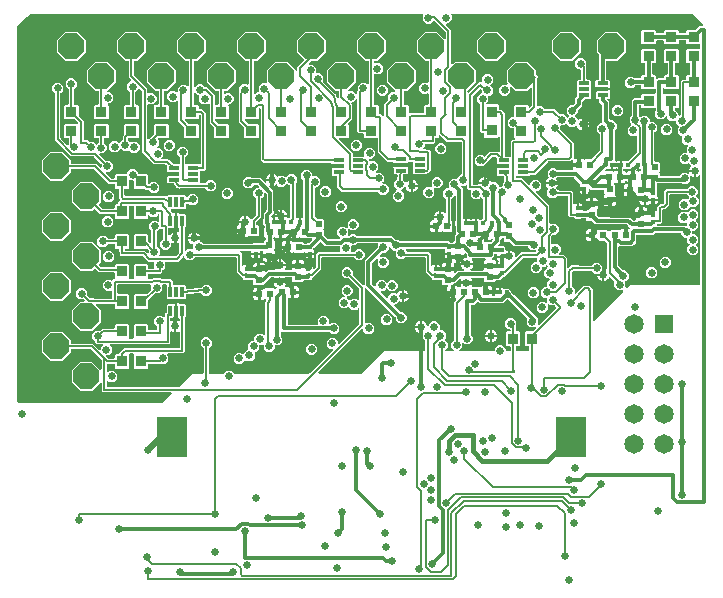
<source format=gbr>
G04 EAGLE Gerber RS-274X export*
G75*
%MOMM*%
%FSLAX34Y34*%
%LPD*%
%INBottom Copper*%
%IPPOS*%
%AMOC8*
5,1,8,0,0,1.08239X$1,22.5*%
G01*
%ADD10R,0.600000X0.620000*%
%ADD11R,0.365000X0.330000*%
%ADD12R,0.620000X0.600000*%
%ADD13R,0.330000X0.365000*%
%ADD14P,2.336880X8X22.500000*%
%ADD15R,0.300000X0.914400*%
%ADD16R,0.300000X0.904000*%
%ADD17R,0.914400X0.300000*%
%ADD18R,0.904000X0.300000*%
%ADD19R,1.650000X1.650000*%
%ADD20C,1.650000*%
%ADD21R,0.950000X0.900000*%
%ADD22R,0.900000X0.950000*%
%ADD23R,2.600000X3.500000*%
%ADD24C,0.304800*%
%ADD25C,0.631000*%
%ADD26C,0.508000*%
%ADD27C,0.406400*%
%ADD28C,0.152400*%

G36*
X-481494Y218964D02*
X-481494Y218964D01*
X-481403Y218971D01*
X-481373Y218983D01*
X-481341Y218989D01*
X-481261Y219031D01*
X-481177Y219067D01*
X-481145Y219093D01*
X-481124Y219104D01*
X-481102Y219127D01*
X-481046Y219172D01*
X-473910Y226308D01*
X-473868Y226366D01*
X-473818Y226418D01*
X-473797Y226465D01*
X-473766Y226507D01*
X-473745Y226576D01*
X-473715Y226641D01*
X-473709Y226693D01*
X-473694Y226743D01*
X-473696Y226814D01*
X-473688Y226885D01*
X-473699Y226936D01*
X-473700Y226988D01*
X-473725Y227056D01*
X-473740Y227126D01*
X-473767Y227171D01*
X-473785Y227219D01*
X-473829Y227275D01*
X-473866Y227337D01*
X-473906Y227371D01*
X-473938Y227411D01*
X-473999Y227450D01*
X-474053Y227497D01*
X-474101Y227516D01*
X-474145Y227544D01*
X-474215Y227562D01*
X-474281Y227589D01*
X-474353Y227597D01*
X-474384Y227605D01*
X-474407Y227603D01*
X-474448Y227607D01*
X-531797Y227607D01*
X-533123Y228933D01*
X-533123Y235051D01*
X-533134Y235121D01*
X-533136Y235193D01*
X-533154Y235242D01*
X-533162Y235293D01*
X-533196Y235357D01*
X-533221Y235424D01*
X-533253Y235465D01*
X-533278Y235511D01*
X-533330Y235560D01*
X-533374Y235616D01*
X-533418Y235644D01*
X-533456Y235680D01*
X-533521Y235710D01*
X-533581Y235749D01*
X-533632Y235762D01*
X-533679Y235784D01*
X-533750Y235792D01*
X-533820Y235809D01*
X-533872Y235805D01*
X-533923Y235811D01*
X-533994Y235796D01*
X-534065Y235790D01*
X-534113Y235770D01*
X-534164Y235759D01*
X-534225Y235722D01*
X-534291Y235694D01*
X-534347Y235649D01*
X-534375Y235632D01*
X-534390Y235615D01*
X-534422Y235589D01*
X-541007Y229004D01*
X-551193Y229004D01*
X-558396Y236207D01*
X-558396Y246393D01*
X-551193Y253596D01*
X-541007Y253596D01*
X-534422Y247011D01*
X-534364Y246969D01*
X-534312Y246920D01*
X-534265Y246898D01*
X-534223Y246867D01*
X-534154Y246846D01*
X-534089Y246816D01*
X-534037Y246810D01*
X-533987Y246795D01*
X-533916Y246797D01*
X-533845Y246789D01*
X-533794Y246800D01*
X-533742Y246801D01*
X-533674Y246826D01*
X-533604Y246841D01*
X-533559Y246868D01*
X-533511Y246886D01*
X-533455Y246931D01*
X-533393Y246968D01*
X-533359Y247007D01*
X-533319Y247040D01*
X-533280Y247100D01*
X-533233Y247154D01*
X-533214Y247203D01*
X-533186Y247247D01*
X-533168Y247316D01*
X-533141Y247383D01*
X-533133Y247454D01*
X-533125Y247485D01*
X-533127Y247508D01*
X-533123Y247549D01*
X-533123Y255287D01*
X-533137Y255378D01*
X-533145Y255468D01*
X-533157Y255498D01*
X-533162Y255530D01*
X-533205Y255611D01*
X-533241Y255695D01*
X-533267Y255727D01*
X-533278Y255748D01*
X-533301Y255770D01*
X-533346Y255826D01*
X-541734Y264214D01*
X-541808Y264267D01*
X-541878Y264327D01*
X-541908Y264339D01*
X-541934Y264358D01*
X-542021Y264385D01*
X-542106Y264419D01*
X-542147Y264423D01*
X-542169Y264430D01*
X-542201Y264429D01*
X-542273Y264437D01*
X-558443Y264437D01*
X-558463Y264434D01*
X-558482Y264436D01*
X-558584Y264414D01*
X-558686Y264398D01*
X-558703Y264388D01*
X-558723Y264384D01*
X-558812Y264331D01*
X-558903Y264282D01*
X-558917Y264268D01*
X-558934Y264258D01*
X-559001Y264179D01*
X-559073Y264104D01*
X-559081Y264086D01*
X-559094Y264071D01*
X-559133Y263975D01*
X-559176Y263881D01*
X-559178Y263861D01*
X-559186Y263843D01*
X-559204Y263676D01*
X-559204Y261607D01*
X-566407Y254404D01*
X-576593Y254404D01*
X-583796Y261607D01*
X-583796Y271793D01*
X-576593Y278996D01*
X-566407Y278996D01*
X-559204Y271793D01*
X-559204Y269724D01*
X-559201Y269704D01*
X-559203Y269685D01*
X-559181Y269583D01*
X-559165Y269481D01*
X-559155Y269464D01*
X-559151Y269444D01*
X-559098Y269355D01*
X-559049Y269264D01*
X-559035Y269250D01*
X-559025Y269233D01*
X-558946Y269166D01*
X-558871Y269094D01*
X-558853Y269086D01*
X-558838Y269073D01*
X-558742Y269034D01*
X-558648Y268991D01*
X-558628Y268989D01*
X-558610Y268981D01*
X-558443Y268963D01*
X-540083Y268963D01*
X-535037Y263917D01*
X-534979Y263875D01*
X-534927Y263826D01*
X-534880Y263804D01*
X-534838Y263774D01*
X-534769Y263753D01*
X-534704Y263722D01*
X-534652Y263717D01*
X-534602Y263701D01*
X-534531Y263703D01*
X-534460Y263695D01*
X-534409Y263706D01*
X-534357Y263708D01*
X-534289Y263732D01*
X-534219Y263748D01*
X-534174Y263774D01*
X-534126Y263792D01*
X-534070Y263837D01*
X-534008Y263874D01*
X-533974Y263913D01*
X-533934Y263946D01*
X-533895Y264006D01*
X-533848Y264061D01*
X-533829Y264109D01*
X-533801Y264153D01*
X-533783Y264222D01*
X-533756Y264289D01*
X-533748Y264360D01*
X-533740Y264391D01*
X-533742Y264415D01*
X-533738Y264456D01*
X-533738Y265751D01*
X-532287Y267202D01*
X-532246Y267260D01*
X-532196Y267312D01*
X-532174Y267359D01*
X-532144Y267401D01*
X-532123Y267470D01*
X-532093Y267535D01*
X-532087Y267587D01*
X-532072Y267637D01*
X-532073Y267708D01*
X-532066Y267779D01*
X-532077Y267830D01*
X-532078Y267882D01*
X-532103Y267950D01*
X-532118Y268020D01*
X-532144Y268065D01*
X-532162Y268113D01*
X-532207Y268169D01*
X-532244Y268231D01*
X-532284Y268265D01*
X-532316Y268305D01*
X-532376Y268344D01*
X-532431Y268391D01*
X-532479Y268410D01*
X-532523Y268438D01*
X-532592Y268456D01*
X-532659Y268483D01*
X-532730Y268491D01*
X-532762Y268499D01*
X-532785Y268497D01*
X-532826Y268501D01*
X-537385Y268501D01*
X-538711Y269827D01*
X-538711Y270445D01*
X-538725Y270535D01*
X-538733Y270626D01*
X-538745Y270656D01*
X-538750Y270688D01*
X-538793Y270769D01*
X-538829Y270853D01*
X-538855Y270885D01*
X-538866Y270905D01*
X-538889Y270928D01*
X-538934Y270983D01*
X-541104Y273154D01*
X-541104Y277010D01*
X-538376Y279738D01*
X-535308Y279738D01*
X-535217Y279752D01*
X-535127Y279760D01*
X-535097Y279772D01*
X-535065Y279777D01*
X-534984Y279820D01*
X-534900Y279856D01*
X-534868Y279882D01*
X-534847Y279893D01*
X-534825Y279916D01*
X-534769Y279961D01*
X-533067Y281663D01*
X-522762Y281663D01*
X-522742Y281666D01*
X-522723Y281664D01*
X-522621Y281686D01*
X-522519Y281702D01*
X-522502Y281712D01*
X-522482Y281716D01*
X-522393Y281769D01*
X-522302Y281818D01*
X-522288Y281832D01*
X-522271Y281842D01*
X-522204Y281921D01*
X-522132Y281996D01*
X-522124Y282014D01*
X-522111Y282029D01*
X-522072Y282125D01*
X-522029Y282219D01*
X-522027Y282239D01*
X-522019Y282257D01*
X-522001Y282424D01*
X-522001Y284772D01*
X-521122Y285651D01*
X-510878Y285651D01*
X-509999Y284772D01*
X-509999Y273788D01*
X-509996Y273768D01*
X-509998Y273749D01*
X-509976Y273647D01*
X-509960Y273545D01*
X-509950Y273528D01*
X-509946Y273508D01*
X-509893Y273419D01*
X-509844Y273328D01*
X-509830Y273314D01*
X-509820Y273297D01*
X-509741Y273230D01*
X-509666Y273158D01*
X-509648Y273150D01*
X-509633Y273137D01*
X-509537Y273098D01*
X-509443Y273055D01*
X-509423Y273053D01*
X-509405Y273045D01*
X-509238Y273027D01*
X-506762Y273027D01*
X-506742Y273030D01*
X-506723Y273028D01*
X-506621Y273050D01*
X-506519Y273066D01*
X-506502Y273076D01*
X-506482Y273080D01*
X-506393Y273133D01*
X-506302Y273182D01*
X-506288Y273196D01*
X-506271Y273206D01*
X-506204Y273285D01*
X-506132Y273360D01*
X-506124Y273378D01*
X-506111Y273393D01*
X-506072Y273489D01*
X-506029Y273583D01*
X-506027Y273603D01*
X-506019Y273621D01*
X-506001Y273788D01*
X-506001Y284772D01*
X-505122Y285651D01*
X-494878Y285651D01*
X-493999Y284772D01*
X-493999Y281154D01*
X-493996Y281134D01*
X-493998Y281115D01*
X-493976Y281013D01*
X-493960Y280911D01*
X-493950Y280894D01*
X-493946Y280874D01*
X-493893Y280785D01*
X-493844Y280694D01*
X-493830Y280680D01*
X-493820Y280663D01*
X-493741Y280596D01*
X-493666Y280524D01*
X-493648Y280516D01*
X-493633Y280503D01*
X-493537Y280464D01*
X-493443Y280421D01*
X-493423Y280419D01*
X-493405Y280411D01*
X-493238Y280393D01*
X-486894Y280393D01*
X-486874Y280396D01*
X-486855Y280394D01*
X-486753Y280416D01*
X-486651Y280432D01*
X-486634Y280442D01*
X-486614Y280446D01*
X-486525Y280499D01*
X-486434Y280548D01*
X-486420Y280562D01*
X-486403Y280572D01*
X-486336Y280651D01*
X-486264Y280726D01*
X-486256Y280744D01*
X-486243Y280759D01*
X-486204Y280855D01*
X-486161Y280949D01*
X-486159Y280969D01*
X-486151Y280987D01*
X-486133Y281154D01*
X-486133Y283399D01*
X-486147Y283489D01*
X-486155Y283580D01*
X-486167Y283610D01*
X-486172Y283642D01*
X-486215Y283723D01*
X-486251Y283807D01*
X-486277Y283839D01*
X-486288Y283859D01*
X-486311Y283882D01*
X-486356Y283937D01*
X-488526Y286108D01*
X-488526Y289964D01*
X-485798Y292692D01*
X-481942Y292692D01*
X-480748Y291498D01*
X-480690Y291457D01*
X-480638Y291407D01*
X-480591Y291385D01*
X-480549Y291355D01*
X-480480Y291334D01*
X-480415Y291304D01*
X-480363Y291298D01*
X-480313Y291283D01*
X-480242Y291284D01*
X-480171Y291277D01*
X-480120Y291288D01*
X-480068Y291289D01*
X-480000Y291314D01*
X-479930Y291329D01*
X-479885Y291355D01*
X-479837Y291373D01*
X-479781Y291418D01*
X-479719Y291455D01*
X-479685Y291495D01*
X-479645Y291527D01*
X-479606Y291587D01*
X-479559Y291642D01*
X-479540Y291690D01*
X-479512Y291734D01*
X-479494Y291803D01*
X-479467Y291870D01*
X-479459Y291941D01*
X-479451Y291973D01*
X-479453Y291996D01*
X-479449Y292037D01*
X-479449Y292939D01*
X-479450Y292949D01*
X-479466Y293101D01*
X-479596Y293699D01*
X-479570Y293740D01*
X-479566Y293750D01*
X-479559Y293757D01*
X-479517Y293862D01*
X-479472Y293966D01*
X-479471Y293976D01*
X-479467Y293985D01*
X-479449Y294152D01*
X-479449Y294201D01*
X-479016Y294634D01*
X-479010Y294642D01*
X-478914Y294761D01*
X-478022Y296148D01*
X-478018Y296158D01*
X-478011Y296165D01*
X-477969Y296271D01*
X-477924Y296374D01*
X-477923Y296384D01*
X-477919Y296393D01*
X-477901Y296560D01*
X-477901Y301962D01*
X-477022Y302841D01*
X-473006Y302841D01*
X-472892Y302859D01*
X-472779Y302875D01*
X-472770Y302879D01*
X-472763Y302880D01*
X-472744Y302891D01*
X-472625Y302943D01*
X-472172Y303204D01*
X-471663Y303341D01*
X-470661Y303341D01*
X-470661Y296820D01*
X-470661Y290299D01*
X-471663Y290299D01*
X-472172Y290436D01*
X-472625Y290697D01*
X-472733Y290738D01*
X-472839Y290781D01*
X-472849Y290782D01*
X-472856Y290784D01*
X-472878Y290785D01*
X-473006Y290799D01*
X-474162Y290799D01*
X-474182Y290796D01*
X-474201Y290798D01*
X-474303Y290776D01*
X-474405Y290760D01*
X-474422Y290750D01*
X-474442Y290746D01*
X-474531Y290693D01*
X-474622Y290644D01*
X-474636Y290630D01*
X-474653Y290620D01*
X-474720Y290541D01*
X-474792Y290466D01*
X-474800Y290448D01*
X-474813Y290433D01*
X-474852Y290337D01*
X-474895Y290243D01*
X-474897Y290223D01*
X-474905Y290205D01*
X-474923Y290038D01*
X-474923Y288494D01*
X-474904Y288375D01*
X-474885Y288257D01*
X-474884Y288255D01*
X-474884Y288252D01*
X-474827Y288145D01*
X-474772Y288039D01*
X-474770Y288037D01*
X-474768Y288034D01*
X-474682Y287953D01*
X-474595Y287868D01*
X-474592Y287867D01*
X-474590Y287865D01*
X-474480Y287814D01*
X-474373Y287763D01*
X-474370Y287763D01*
X-474367Y287761D01*
X-474249Y287748D01*
X-474129Y287734D01*
X-474126Y287734D01*
X-474123Y287734D01*
X-474005Y287760D01*
X-473888Y287784D01*
X-473885Y287786D01*
X-473882Y287786D01*
X-473873Y287792D01*
X-473739Y287861D01*
X-473358Y288116D01*
X-472420Y288505D01*
X-471868Y288614D01*
X-471868Y283738D01*
X-471865Y283718D01*
X-471867Y283698D01*
X-471845Y283597D01*
X-471839Y283563D01*
X-471840Y283561D01*
X-471842Y283542D01*
X-471849Y283523D01*
X-471868Y283356D01*
X-471868Y278480D01*
X-472420Y278589D01*
X-473358Y278978D01*
X-473739Y279233D01*
X-473849Y279282D01*
X-473957Y279333D01*
X-473960Y279333D01*
X-473963Y279334D01*
X-474082Y279347D01*
X-474201Y279360D01*
X-474205Y279359D01*
X-474208Y279360D01*
X-474325Y279333D01*
X-474442Y279308D01*
X-474444Y279306D01*
X-474448Y279305D01*
X-474550Y279243D01*
X-474653Y279181D01*
X-474655Y279179D01*
X-474658Y279177D01*
X-474734Y279087D01*
X-474813Y278995D01*
X-474814Y278992D01*
X-474816Y278989D01*
X-474860Y278878D01*
X-474905Y278766D01*
X-474905Y278763D01*
X-474906Y278760D01*
X-474907Y278750D01*
X-474923Y278600D01*
X-474923Y269827D01*
X-476249Y268501D01*
X-525338Y268501D01*
X-525409Y268490D01*
X-525481Y268488D01*
X-525530Y268470D01*
X-525581Y268462D01*
X-525644Y268428D01*
X-525712Y268403D01*
X-525752Y268371D01*
X-525798Y268346D01*
X-525848Y268294D01*
X-525904Y268250D01*
X-525932Y268206D01*
X-525968Y268168D01*
X-525998Y268103D01*
X-526037Y268043D01*
X-526049Y267992D01*
X-526071Y267945D01*
X-526079Y267874D01*
X-526097Y267804D01*
X-526093Y267752D01*
X-526098Y267701D01*
X-526083Y267630D01*
X-526078Y267559D01*
X-526057Y267511D01*
X-526046Y267460D01*
X-526009Y267399D01*
X-525981Y267333D01*
X-525937Y267277D01*
X-525920Y267249D01*
X-525902Y267234D01*
X-525877Y267202D01*
X-524426Y265751D01*
X-524426Y261895D01*
X-527154Y259167D01*
X-528449Y259167D01*
X-528520Y259156D01*
X-528592Y259154D01*
X-528641Y259136D01*
X-528692Y259128D01*
X-528756Y259094D01*
X-528823Y259069D01*
X-528864Y259037D01*
X-528910Y259012D01*
X-528959Y258961D01*
X-529015Y258916D01*
X-529043Y258872D01*
X-529079Y258834D01*
X-529109Y258769D01*
X-529148Y258709D01*
X-529161Y258658D01*
X-529183Y258611D01*
X-529191Y258540D01*
X-529208Y258470D01*
X-529204Y258418D01*
X-529210Y258367D01*
X-529194Y258296D01*
X-529189Y258225D01*
X-529169Y258177D01*
X-529157Y258126D01*
X-529121Y258065D01*
X-529093Y257999D01*
X-529048Y257943D01*
X-529031Y257915D01*
X-529014Y257900D01*
X-528988Y257868D01*
X-528374Y257254D01*
X-527606Y256486D01*
X-527532Y256433D01*
X-527462Y256373D01*
X-527432Y256361D01*
X-527406Y256342D01*
X-527319Y256315D01*
X-527234Y256281D01*
X-527193Y256277D01*
X-527171Y256270D01*
X-527139Y256271D01*
X-527067Y256263D01*
X-522762Y256263D01*
X-522742Y256266D01*
X-522723Y256264D01*
X-522621Y256286D01*
X-522519Y256302D01*
X-522502Y256312D01*
X-522482Y256316D01*
X-522393Y256369D01*
X-522302Y256418D01*
X-522288Y256432D01*
X-522271Y256442D01*
X-522204Y256521D01*
X-522132Y256596D01*
X-522124Y256614D01*
X-522111Y256629D01*
X-522072Y256725D01*
X-522029Y256819D01*
X-522027Y256839D01*
X-522019Y256857D01*
X-522001Y257024D01*
X-522001Y259372D01*
X-521122Y260251D01*
X-519024Y260251D01*
X-519004Y260254D01*
X-518985Y260252D01*
X-518883Y260274D01*
X-518781Y260290D01*
X-518764Y260300D01*
X-518744Y260304D01*
X-518655Y260357D01*
X-518564Y260406D01*
X-518550Y260420D01*
X-518533Y260430D01*
X-518466Y260509D01*
X-518394Y260584D01*
X-518386Y260602D01*
X-518373Y260617D01*
X-518334Y260713D01*
X-518291Y260807D01*
X-518289Y260827D01*
X-518281Y260845D01*
X-518276Y260894D01*
X-514017Y265153D01*
X-467844Y265153D01*
X-467824Y265156D01*
X-467805Y265154D01*
X-467703Y265176D01*
X-467601Y265192D01*
X-467584Y265202D01*
X-467564Y265206D01*
X-467475Y265259D01*
X-467384Y265308D01*
X-467370Y265322D01*
X-467353Y265332D01*
X-467286Y265411D01*
X-467214Y265486D01*
X-467206Y265504D01*
X-467193Y265519D01*
X-467154Y265615D01*
X-467111Y265709D01*
X-467109Y265729D01*
X-467101Y265747D01*
X-467083Y265914D01*
X-467083Y278483D01*
X-467102Y278602D01*
X-467121Y278720D01*
X-467122Y278723D01*
X-467122Y278726D01*
X-467178Y278831D01*
X-467234Y278939D01*
X-467236Y278941D01*
X-467238Y278943D01*
X-467325Y279026D01*
X-467411Y279109D01*
X-467414Y279111D01*
X-467416Y279113D01*
X-467527Y279164D01*
X-467633Y279215D01*
X-467636Y279215D01*
X-467639Y279216D01*
X-467757Y279230D01*
X-467877Y279244D01*
X-467880Y279243D01*
X-467883Y279244D01*
X-468001Y279218D01*
X-468118Y279194D01*
X-468121Y279192D01*
X-468124Y279191D01*
X-468133Y279186D01*
X-468267Y279116D01*
X-468474Y278978D01*
X-469412Y278589D01*
X-469964Y278480D01*
X-469964Y283356D01*
X-469967Y283376D01*
X-469965Y283396D01*
X-469987Y283497D01*
X-469993Y283531D01*
X-469992Y283533D01*
X-469990Y283552D01*
X-469983Y283571D01*
X-469964Y283738D01*
X-469964Y288614D01*
X-469412Y288505D01*
X-468474Y288116D01*
X-468267Y287978D01*
X-468157Y287928D01*
X-468049Y287878D01*
X-468046Y287877D01*
X-468043Y287876D01*
X-467924Y287864D01*
X-467805Y287850D01*
X-467801Y287851D01*
X-467798Y287851D01*
X-467681Y287877D01*
X-467564Y287903D01*
X-467562Y287904D01*
X-467558Y287905D01*
X-467455Y287968D01*
X-467353Y288029D01*
X-467351Y288031D01*
X-467348Y288033D01*
X-467271Y288124D01*
X-467193Y288216D01*
X-467192Y288219D01*
X-467190Y288221D01*
X-467147Y288330D01*
X-467101Y288444D01*
X-467101Y288448D01*
X-467100Y288450D01*
X-467099Y288461D01*
X-467083Y288611D01*
X-467083Y289590D01*
X-467102Y289705D01*
X-467120Y289825D01*
X-467122Y289828D01*
X-467122Y289832D01*
X-467178Y289937D01*
X-467233Y290043D01*
X-467236Y290046D01*
X-467238Y290050D01*
X-467323Y290131D01*
X-467409Y290214D01*
X-467413Y290216D01*
X-467416Y290219D01*
X-467523Y290269D01*
X-467631Y290320D01*
X-467635Y290321D01*
X-467639Y290323D01*
X-467757Y290336D01*
X-467875Y290350D01*
X-467880Y290349D01*
X-467883Y290350D01*
X-467897Y290347D01*
X-468041Y290325D01*
X-468137Y290299D01*
X-469139Y290299D01*
X-469139Y296820D01*
X-469139Y303341D01*
X-468137Y303341D01*
X-467628Y303204D01*
X-467265Y302995D01*
X-467158Y302954D01*
X-467051Y302911D01*
X-467041Y302910D01*
X-467035Y302908D01*
X-467012Y302907D01*
X-466884Y302893D01*
X-462778Y302893D01*
X-461899Y302014D01*
X-461899Y291626D01*
X-462334Y291191D01*
X-462387Y291117D01*
X-462447Y291048D01*
X-462459Y291018D01*
X-462478Y290992D01*
X-462505Y290905D01*
X-462539Y290820D01*
X-462543Y290779D01*
X-462550Y290757D01*
X-462549Y290724D01*
X-462557Y290653D01*
X-462557Y261953D01*
X-463883Y260627D01*
X-476995Y260627D01*
X-477066Y260616D01*
X-477138Y260614D01*
X-477187Y260596D01*
X-477238Y260588D01*
X-477301Y260554D01*
X-477369Y260529D01*
X-477409Y260497D01*
X-477455Y260472D01*
X-477505Y260420D01*
X-477561Y260376D01*
X-477589Y260332D01*
X-477625Y260294D01*
X-477655Y260229D01*
X-477694Y260169D01*
X-477706Y260118D01*
X-477728Y260071D01*
X-477736Y260000D01*
X-477754Y259930D01*
X-477750Y259878D01*
X-477755Y259827D01*
X-477740Y259756D01*
X-477735Y259685D01*
X-477714Y259637D01*
X-477703Y259586D01*
X-477666Y259525D01*
X-477638Y259459D01*
X-477594Y259403D01*
X-477577Y259375D01*
X-477559Y259360D01*
X-477534Y259328D01*
X-476674Y258468D01*
X-476674Y254612D01*
X-479402Y251884D01*
X-482470Y251884D01*
X-482561Y251870D01*
X-482651Y251862D01*
X-482681Y251850D01*
X-482713Y251845D01*
X-482794Y251802D01*
X-482878Y251766D01*
X-482910Y251740D01*
X-482916Y251737D01*
X-493238Y251737D01*
X-493258Y251734D01*
X-493277Y251736D01*
X-493379Y251714D01*
X-493481Y251698D01*
X-493498Y251688D01*
X-493518Y251684D01*
X-493607Y251631D01*
X-493698Y251582D01*
X-493712Y251568D01*
X-493729Y251558D01*
X-493796Y251479D01*
X-493868Y251404D01*
X-493876Y251386D01*
X-493889Y251371D01*
X-493928Y251275D01*
X-493971Y251181D01*
X-493973Y251161D01*
X-493981Y251143D01*
X-493999Y250976D01*
X-493999Y248628D01*
X-494878Y247749D01*
X-505122Y247749D01*
X-506001Y248628D01*
X-506001Y259388D01*
X-505953Y259438D01*
X-505931Y259485D01*
X-505901Y259527D01*
X-505880Y259596D01*
X-505850Y259661D01*
X-505844Y259713D01*
X-505829Y259762D01*
X-505831Y259834D01*
X-505823Y259905D01*
X-505834Y259956D01*
X-505835Y260008D01*
X-505860Y260076D01*
X-505875Y260146D01*
X-505902Y260191D01*
X-505919Y260239D01*
X-505964Y260295D01*
X-506001Y260357D01*
X-506041Y260391D01*
X-506073Y260431D01*
X-506134Y260470D01*
X-506188Y260517D01*
X-506236Y260536D01*
X-506280Y260564D01*
X-506350Y260582D01*
X-506416Y260609D01*
X-506487Y260617D01*
X-506519Y260625D01*
X-506542Y260623D01*
X-506583Y260627D01*
X-509417Y260627D01*
X-509488Y260616D01*
X-509560Y260614D01*
X-509608Y260596D01*
X-509660Y260588D01*
X-509723Y260554D01*
X-509791Y260529D01*
X-509831Y260497D01*
X-509877Y260472D01*
X-509927Y260420D01*
X-509983Y260376D01*
X-510011Y260332D01*
X-510047Y260294D01*
X-510077Y260229D01*
X-510116Y260169D01*
X-510128Y260118D01*
X-510150Y260071D01*
X-510158Y260000D01*
X-510176Y259930D01*
X-510172Y259878D01*
X-510177Y259827D01*
X-510162Y259756D01*
X-510157Y259685D01*
X-510136Y259637D01*
X-510125Y259586D01*
X-510088Y259525D01*
X-510060Y259459D01*
X-510015Y259403D01*
X-509999Y259376D01*
X-509999Y248628D01*
X-510878Y247749D01*
X-521122Y247749D01*
X-522001Y248628D01*
X-522001Y250976D01*
X-522004Y250996D01*
X-522002Y251015D01*
X-522024Y251117D01*
X-522040Y251219D01*
X-522050Y251236D01*
X-522054Y251256D01*
X-522107Y251345D01*
X-522156Y251436D01*
X-522170Y251450D01*
X-522180Y251467D01*
X-522259Y251534D01*
X-522334Y251606D01*
X-522352Y251614D01*
X-522367Y251627D01*
X-522463Y251666D01*
X-522557Y251709D01*
X-522577Y251711D01*
X-522595Y251719D01*
X-522762Y251737D01*
X-527836Y251737D01*
X-527856Y251734D01*
X-527875Y251736D01*
X-527977Y251714D01*
X-528079Y251698D01*
X-528096Y251688D01*
X-528116Y251684D01*
X-528205Y251631D01*
X-528296Y251582D01*
X-528310Y251568D01*
X-528327Y251558D01*
X-528394Y251479D01*
X-528466Y251404D01*
X-528474Y251386D01*
X-528487Y251371D01*
X-528526Y251275D01*
X-528569Y251181D01*
X-528571Y251161D01*
X-528579Y251143D01*
X-528597Y250976D01*
X-528597Y245635D01*
X-528586Y245564D01*
X-528584Y245492D01*
X-528566Y245443D01*
X-528558Y245392D01*
X-528524Y245329D01*
X-528499Y245261D01*
X-528467Y245221D01*
X-528442Y245175D01*
X-528390Y245125D01*
X-528346Y245069D01*
X-528302Y245041D01*
X-528264Y245005D01*
X-528199Y244975D01*
X-528139Y244936D01*
X-528088Y244924D01*
X-528041Y244902D01*
X-527970Y244894D01*
X-527900Y244876D01*
X-527848Y244880D01*
X-527797Y244875D01*
X-527726Y244890D01*
X-527655Y244895D01*
X-527607Y244916D01*
X-527556Y244927D01*
X-527495Y244964D01*
X-527429Y244992D01*
X-527373Y245036D01*
X-527345Y245053D01*
X-527330Y245071D01*
X-527298Y245096D01*
X-526438Y245956D01*
X-522582Y245956D01*
X-519854Y243228D01*
X-519854Y239372D01*
X-522582Y236644D01*
X-526438Y236644D01*
X-527298Y237504D01*
X-527356Y237545D01*
X-527408Y237595D01*
X-527455Y237617D01*
X-527497Y237647D01*
X-527566Y237668D01*
X-527631Y237698D01*
X-527683Y237704D01*
X-527733Y237719D01*
X-527804Y237718D01*
X-527875Y237725D01*
X-527926Y237714D01*
X-527978Y237713D01*
X-528046Y237688D01*
X-528116Y237673D01*
X-528161Y237647D01*
X-528209Y237629D01*
X-528265Y237584D01*
X-528327Y237547D01*
X-528361Y237507D01*
X-528401Y237475D01*
X-528440Y237415D01*
X-528487Y237360D01*
X-528506Y237312D01*
X-528534Y237268D01*
X-528552Y237199D01*
X-528579Y237132D01*
X-528587Y237061D01*
X-528595Y237030D01*
X-528593Y237006D01*
X-528597Y236965D01*
X-528597Y232894D01*
X-528594Y232874D01*
X-528596Y232855D01*
X-528574Y232753D01*
X-528558Y232651D01*
X-528548Y232634D01*
X-528544Y232614D01*
X-528491Y232525D01*
X-528442Y232434D01*
X-528428Y232420D01*
X-528418Y232403D01*
X-528339Y232336D01*
X-528264Y232264D01*
X-528246Y232256D01*
X-528231Y232243D01*
X-528135Y232204D01*
X-528041Y232161D01*
X-528021Y232159D01*
X-528003Y232151D01*
X-527836Y232133D01*
X-468400Y232133D01*
X-468310Y232147D01*
X-468219Y232155D01*
X-468189Y232167D01*
X-468157Y232172D01*
X-468077Y232215D01*
X-467993Y232251D01*
X-467961Y232277D01*
X-467940Y232288D01*
X-467918Y232311D01*
X-467862Y232356D01*
X-456631Y243587D01*
X-447524Y243587D01*
X-447504Y243590D01*
X-447485Y243588D01*
X-447383Y243610D01*
X-447281Y243627D01*
X-447264Y243636D01*
X-447244Y243640D01*
X-447155Y243693D01*
X-447064Y243742D01*
X-447050Y243756D01*
X-447033Y243766D01*
X-446966Y243845D01*
X-446894Y243920D01*
X-446886Y243938D01*
X-446873Y243953D01*
X-446834Y244049D01*
X-446791Y244143D01*
X-446789Y244163D01*
X-446781Y244181D01*
X-446763Y244348D01*
X-446763Y264940D01*
X-446777Y265030D01*
X-446785Y265121D01*
X-446797Y265151D01*
X-446802Y265183D01*
X-446845Y265264D01*
X-446881Y265348D01*
X-446907Y265380D01*
X-446918Y265400D01*
X-446941Y265423D01*
X-446986Y265478D01*
X-449156Y267649D01*
X-449156Y271505D01*
X-446428Y274233D01*
X-442572Y274233D01*
X-439844Y271505D01*
X-439844Y267649D01*
X-442014Y265478D01*
X-442067Y265405D01*
X-442127Y265335D01*
X-442139Y265305D01*
X-442158Y265279D01*
X-442185Y265192D01*
X-442219Y265107D01*
X-442223Y265066D01*
X-442230Y265044D01*
X-442229Y265011D01*
X-442237Y264940D01*
X-442237Y244348D01*
X-442234Y244328D01*
X-442236Y244309D01*
X-442214Y244207D01*
X-442198Y244105D01*
X-442188Y244088D01*
X-442184Y244068D01*
X-442131Y243979D01*
X-442082Y243888D01*
X-442068Y243874D01*
X-442058Y243857D01*
X-441979Y243790D01*
X-441904Y243719D01*
X-441886Y243710D01*
X-441871Y243697D01*
X-441775Y243658D01*
X-441681Y243615D01*
X-441661Y243613D01*
X-441643Y243605D01*
X-441476Y243587D01*
X-430063Y243587D01*
X-429973Y243602D01*
X-429882Y243609D01*
X-429852Y243621D01*
X-429820Y243627D01*
X-429739Y243669D01*
X-429655Y243705D01*
X-429623Y243731D01*
X-429603Y243742D01*
X-429580Y243765D01*
X-429524Y243810D01*
X-427378Y245956D01*
X-423522Y245956D01*
X-421376Y243810D01*
X-421302Y243757D01*
X-421232Y243697D01*
X-421202Y243685D01*
X-421176Y243666D01*
X-421089Y243639D01*
X-421004Y243605D01*
X-420963Y243601D01*
X-420941Y243594D01*
X-420909Y243595D01*
X-420837Y243587D01*
X-357591Y243587D01*
X-357500Y243602D01*
X-357410Y243609D01*
X-357380Y243621D01*
X-357348Y243627D01*
X-357267Y243669D01*
X-357183Y243705D01*
X-357151Y243731D01*
X-357130Y243742D01*
X-357108Y243765D01*
X-357052Y243810D01*
X-337577Y263285D01*
X-337535Y263343D01*
X-337486Y263395D01*
X-337464Y263442D01*
X-337434Y263484D01*
X-337413Y263553D01*
X-337382Y263618D01*
X-337377Y263670D01*
X-337361Y263720D01*
X-337363Y263791D01*
X-337355Y263862D01*
X-337366Y263913D01*
X-337368Y263965D01*
X-337392Y264033D01*
X-337408Y264103D01*
X-337434Y264148D01*
X-337452Y264196D01*
X-337497Y264252D01*
X-337534Y264314D01*
X-337573Y264348D01*
X-337606Y264388D01*
X-337666Y264427D01*
X-337721Y264474D01*
X-337769Y264493D01*
X-337813Y264521D01*
X-337882Y264539D01*
X-337949Y264566D01*
X-338020Y264574D01*
X-338051Y264582D01*
X-338075Y264580D01*
X-338116Y264584D01*
X-339748Y264584D01*
X-342476Y267312D01*
X-342476Y271168D01*
X-339748Y273896D01*
X-335892Y273896D01*
X-333164Y271168D01*
X-333164Y269536D01*
X-333153Y269465D01*
X-333151Y269393D01*
X-333133Y269344D01*
X-333125Y269293D01*
X-333091Y269229D01*
X-333066Y269162D01*
X-333034Y269121D01*
X-333009Y269075D01*
X-332957Y269026D01*
X-332913Y268970D01*
X-332869Y268942D01*
X-332831Y268906D01*
X-332766Y268876D01*
X-332706Y268837D01*
X-332655Y268824D01*
X-332608Y268802D01*
X-332537Y268794D01*
X-332467Y268777D01*
X-332415Y268781D01*
X-332364Y268775D01*
X-332293Y268791D01*
X-332222Y268796D01*
X-332174Y268816D01*
X-332123Y268828D01*
X-332062Y268864D01*
X-331996Y268892D01*
X-331940Y268937D01*
X-331912Y268954D01*
X-331897Y268972D01*
X-331865Y268997D01*
X-315160Y285702D01*
X-315107Y285776D01*
X-315047Y285846D01*
X-315035Y285876D01*
X-315016Y285902D01*
X-314989Y285989D01*
X-314955Y286074D01*
X-314951Y286115D01*
X-314944Y286137D01*
X-314945Y286169D01*
X-314937Y286241D01*
X-314937Y298179D01*
X-314948Y298250D01*
X-314950Y298322D01*
X-314968Y298371D01*
X-314976Y298422D01*
X-315010Y298485D01*
X-315035Y298553D01*
X-315067Y298593D01*
X-315092Y298639D01*
X-315144Y298689D01*
X-315188Y298745D01*
X-315232Y298773D01*
X-315270Y298809D01*
X-315335Y298839D01*
X-315395Y298878D01*
X-315446Y298890D01*
X-315493Y298912D01*
X-315564Y298920D01*
X-315634Y298938D01*
X-315686Y298934D01*
X-315737Y298939D01*
X-315808Y298924D01*
X-315879Y298919D01*
X-315927Y298898D01*
X-315978Y298887D01*
X-316039Y298850D01*
X-316105Y298822D01*
X-316161Y298778D01*
X-316189Y298761D01*
X-316204Y298743D01*
X-316236Y298718D01*
X-317096Y297858D01*
X-320952Y297858D01*
X-323312Y300218D01*
X-323328Y300229D01*
X-323340Y300245D01*
X-323428Y300301D01*
X-323511Y300361D01*
X-323530Y300367D01*
X-323547Y300378D01*
X-323648Y300403D01*
X-323747Y300433D01*
X-323766Y300433D01*
X-323786Y300438D01*
X-323889Y300430D01*
X-323992Y300427D01*
X-324011Y300420D01*
X-324031Y300419D01*
X-324126Y300378D01*
X-324223Y300343D01*
X-324239Y300330D01*
X-324257Y300322D01*
X-324388Y300218D01*
X-325752Y298854D01*
X-329609Y298854D01*
X-332336Y301581D01*
X-332336Y305438D01*
X-329609Y308165D01*
X-328058Y308165D01*
X-327987Y308177D01*
X-327916Y308179D01*
X-327867Y308197D01*
X-327815Y308205D01*
X-327752Y308239D01*
X-327685Y308263D01*
X-327644Y308296D01*
X-327598Y308320D01*
X-327549Y308372D01*
X-327493Y308417D01*
X-327464Y308461D01*
X-327429Y308499D01*
X-327398Y308563D01*
X-327360Y308624D01*
X-327347Y308674D01*
X-327325Y308722D01*
X-327317Y308793D01*
X-327300Y308862D01*
X-327304Y308914D01*
X-327298Y308966D01*
X-327313Y309036D01*
X-327319Y309108D01*
X-327339Y309155D01*
X-327350Y309206D01*
X-327387Y309268D01*
X-327415Y309334D01*
X-327460Y309390D01*
X-327476Y309418D01*
X-327494Y309433D01*
X-327520Y309465D01*
X-329796Y311741D01*
X-329796Y315598D01*
X-327069Y318325D01*
X-323212Y318325D01*
X-320485Y315598D01*
X-320485Y311741D01*
X-323212Y309014D01*
X-324763Y309014D01*
X-324833Y309002D01*
X-324905Y309000D01*
X-324954Y308983D01*
X-325005Y308974D01*
X-325069Y308941D01*
X-325136Y308916D01*
X-325177Y308883D01*
X-325223Y308859D01*
X-325272Y308807D01*
X-325328Y308762D01*
X-325356Y308718D01*
X-325392Y308681D01*
X-325422Y308616D01*
X-325461Y308555D01*
X-325474Y308505D01*
X-325496Y308458D01*
X-325504Y308386D01*
X-325521Y308317D01*
X-325517Y308265D01*
X-325523Y308213D01*
X-325508Y308143D01*
X-325502Y308072D01*
X-325482Y308024D01*
X-325471Y307973D01*
X-325434Y307911D01*
X-325406Y307845D01*
X-325361Y307789D01*
X-325344Y307762D01*
X-325327Y307746D01*
X-325301Y307714D01*
X-323393Y305806D01*
X-323377Y305794D01*
X-323364Y305779D01*
X-323277Y305723D01*
X-323193Y305663D01*
X-323174Y305657D01*
X-323157Y305646D01*
X-323057Y305621D01*
X-322958Y305590D01*
X-322938Y305591D01*
X-322919Y305586D01*
X-322816Y305594D01*
X-322712Y305597D01*
X-322693Y305603D01*
X-322673Y305605D01*
X-322579Y305645D01*
X-322481Y305681D01*
X-322465Y305694D01*
X-322447Y305701D01*
X-322316Y305806D01*
X-320952Y307170D01*
X-317096Y307170D01*
X-316236Y306310D01*
X-316178Y306269D01*
X-316126Y306219D01*
X-316079Y306197D01*
X-316037Y306167D01*
X-315968Y306146D01*
X-315903Y306116D01*
X-315851Y306110D01*
X-315801Y306095D01*
X-315730Y306096D01*
X-315659Y306089D01*
X-315608Y306100D01*
X-315556Y306101D01*
X-315488Y306126D01*
X-315418Y306141D01*
X-315373Y306167D01*
X-315325Y306185D01*
X-315269Y306230D01*
X-315207Y306267D01*
X-315173Y306307D01*
X-315133Y306339D01*
X-315094Y306399D01*
X-315047Y306454D01*
X-315028Y306502D01*
X-315000Y306546D01*
X-314982Y306615D01*
X-314955Y306682D01*
X-314947Y306753D01*
X-314939Y306784D01*
X-314941Y306808D01*
X-314937Y306849D01*
X-314937Y315231D01*
X-314951Y315322D01*
X-314959Y315412D01*
X-314971Y315442D01*
X-314976Y315474D01*
X-315019Y315555D01*
X-315055Y315639D01*
X-315081Y315671D01*
X-315092Y315692D01*
X-315115Y315714D01*
X-315160Y315770D01*
X-323441Y324051D01*
X-323515Y324104D01*
X-323585Y324164D01*
X-323615Y324176D01*
X-323641Y324195D01*
X-323728Y324222D01*
X-323813Y324256D01*
X-323854Y324260D01*
X-323876Y324267D01*
X-323908Y324266D01*
X-323980Y324274D01*
X-327048Y324274D01*
X-329776Y327002D01*
X-329776Y330858D01*
X-327048Y333586D01*
X-323192Y333586D01*
X-320464Y330858D01*
X-320464Y327790D01*
X-320462Y327777D01*
X-320463Y327768D01*
X-320453Y327722D01*
X-320450Y327699D01*
X-320442Y327609D01*
X-320430Y327579D01*
X-320425Y327547D01*
X-320382Y327466D01*
X-320346Y327382D01*
X-320320Y327350D01*
X-320309Y327329D01*
X-320286Y327307D01*
X-320241Y327251D01*
X-311960Y318970D01*
X-311664Y318674D01*
X-311606Y318632D01*
X-311554Y318583D01*
X-311507Y318561D01*
X-311465Y318531D01*
X-311396Y318510D01*
X-311331Y318479D01*
X-311279Y318474D01*
X-311229Y318458D01*
X-311158Y318460D01*
X-311087Y318452D01*
X-311036Y318463D01*
X-310984Y318465D01*
X-310916Y318489D01*
X-310846Y318505D01*
X-310801Y318531D01*
X-310753Y318549D01*
X-310697Y318594D01*
X-310635Y318631D01*
X-310601Y318670D01*
X-310561Y318703D01*
X-310522Y318763D01*
X-310475Y318818D01*
X-310456Y318866D01*
X-310428Y318910D01*
X-310410Y318979D01*
X-310383Y319046D01*
X-310375Y319117D01*
X-310367Y319148D01*
X-310369Y319172D01*
X-310365Y319213D01*
X-310365Y339073D01*
X-299519Y349919D01*
X-299466Y349993D01*
X-299406Y350062D01*
X-299394Y350092D01*
X-299375Y350119D01*
X-299348Y350206D01*
X-299314Y350290D01*
X-299310Y350331D01*
X-299303Y350354D01*
X-299304Y350386D01*
X-299296Y350457D01*
X-299296Y352448D01*
X-299198Y352546D01*
X-299157Y352604D01*
X-299107Y352656D01*
X-299085Y352703D01*
X-299055Y352745D01*
X-299034Y352814D01*
X-299004Y352879D01*
X-298998Y352931D01*
X-298983Y352981D01*
X-298984Y353052D01*
X-298977Y353123D01*
X-298988Y353174D01*
X-298989Y353226D01*
X-299014Y353294D01*
X-299029Y353364D01*
X-299056Y353409D01*
X-299073Y353457D01*
X-299118Y353513D01*
X-299155Y353575D01*
X-299195Y353609D01*
X-299227Y353649D01*
X-299287Y353688D01*
X-299342Y353735D01*
X-299390Y353754D01*
X-299434Y353782D01*
X-299503Y353800D01*
X-299570Y353827D01*
X-299641Y353835D01*
X-299672Y353843D01*
X-299696Y353841D01*
X-299737Y353845D01*
X-316165Y353845D01*
X-316255Y353831D01*
X-316346Y353823D01*
X-316376Y353811D01*
X-316408Y353806D01*
X-316489Y353763D01*
X-316573Y353727D01*
X-316605Y353701D01*
X-316625Y353690D01*
X-316648Y353667D01*
X-316703Y353622D01*
X-318112Y352214D01*
X-320973Y352214D01*
X-320993Y352211D01*
X-321012Y352213D01*
X-321114Y352191D01*
X-321216Y352175D01*
X-321233Y352165D01*
X-321253Y352161D01*
X-321342Y352108D01*
X-321433Y352059D01*
X-321447Y352045D01*
X-321464Y352035D01*
X-321531Y351956D01*
X-321603Y351881D01*
X-321611Y351863D01*
X-321624Y351848D01*
X-321663Y351752D01*
X-321706Y351658D01*
X-321708Y351638D01*
X-321716Y351620D01*
X-321734Y351453D01*
X-321734Y347640D01*
X-321752Y347622D01*
X-321774Y347575D01*
X-321804Y347533D01*
X-321825Y347464D01*
X-321855Y347399D01*
X-321861Y347347D01*
X-321876Y347298D01*
X-321875Y347226D01*
X-321882Y347155D01*
X-321871Y347104D01*
X-321870Y347052D01*
X-321845Y346984D01*
X-321830Y346914D01*
X-321804Y346869D01*
X-321786Y346821D01*
X-321741Y346765D01*
X-321704Y346703D01*
X-321665Y346669D01*
X-321632Y346629D01*
X-321572Y346590D01*
X-321517Y346543D01*
X-321469Y346524D01*
X-321425Y346496D01*
X-321356Y346478D01*
X-321289Y346451D01*
X-321218Y346443D01*
X-321187Y346435D01*
X-321163Y346437D01*
X-321122Y346433D01*
X-319597Y346433D01*
X-319507Y346447D01*
X-319416Y346455D01*
X-319386Y346467D01*
X-319354Y346472D01*
X-319273Y346515D01*
X-319189Y346551D01*
X-319157Y346577D01*
X-319137Y346588D01*
X-319114Y346611D01*
X-319059Y346656D01*
X-316888Y348826D01*
X-313032Y348826D01*
X-310304Y346098D01*
X-310304Y342242D01*
X-313032Y339514D01*
X-316888Y339514D01*
X-319059Y341684D01*
X-319132Y341737D01*
X-319202Y341797D01*
X-319232Y341809D01*
X-319258Y341828D01*
X-319345Y341855D01*
X-319430Y341889D01*
X-319471Y341893D01*
X-319493Y341900D01*
X-319526Y341899D01*
X-319597Y341907D01*
X-346226Y341907D01*
X-346246Y341904D01*
X-346265Y341906D01*
X-346367Y341884D01*
X-346469Y341868D01*
X-346486Y341858D01*
X-346506Y341854D01*
X-346595Y341801D01*
X-346686Y341752D01*
X-346700Y341738D01*
X-346717Y341728D01*
X-346784Y341649D01*
X-346856Y341574D01*
X-346864Y341556D01*
X-346877Y341541D01*
X-346916Y341445D01*
X-346959Y341351D01*
X-346961Y341331D01*
X-346969Y341313D01*
X-346987Y341146D01*
X-346987Y331951D01*
X-354311Y324628D01*
X-354369Y324615D01*
X-354471Y324599D01*
X-354488Y324589D01*
X-354508Y324585D01*
X-354597Y324532D01*
X-354688Y324483D01*
X-354702Y324469D01*
X-354719Y324459D01*
X-354786Y324380D01*
X-354858Y324305D01*
X-354866Y324287D01*
X-354879Y324272D01*
X-354918Y324176D01*
X-354961Y324082D01*
X-354963Y324062D01*
X-354971Y324044D01*
X-354989Y323877D01*
X-354989Y323663D01*
X-355868Y322784D01*
X-356873Y322784D01*
X-356963Y322770D01*
X-357054Y322762D01*
X-357084Y322750D01*
X-357116Y322745D01*
X-357196Y322702D01*
X-357280Y322666D01*
X-357312Y322640D01*
X-357333Y322629D01*
X-357355Y322606D01*
X-357394Y322575D01*
X-361668Y322575D01*
X-361688Y322572D01*
X-361707Y322574D01*
X-361809Y322552D01*
X-361911Y322536D01*
X-361928Y322526D01*
X-361948Y322522D01*
X-362037Y322469D01*
X-362128Y322420D01*
X-362142Y322406D01*
X-362159Y322396D01*
X-362226Y322317D01*
X-362298Y322242D01*
X-362306Y322224D01*
X-362319Y322209D01*
X-362358Y322113D01*
X-362401Y322019D01*
X-362403Y322005D01*
X-363308Y321099D01*
X-370752Y321099D01*
X-371631Y321978D01*
X-371631Y324354D01*
X-371634Y324374D01*
X-371632Y324393D01*
X-371654Y324495D01*
X-371670Y324597D01*
X-371680Y324614D01*
X-371684Y324634D01*
X-371737Y324723D01*
X-371786Y324814D01*
X-371800Y324828D01*
X-371810Y324845D01*
X-371889Y324912D01*
X-371964Y324984D01*
X-371982Y324992D01*
X-371997Y325005D01*
X-372093Y325044D01*
X-372187Y325087D01*
X-372207Y325089D01*
X-372225Y325097D01*
X-372392Y325115D01*
X-377188Y325115D01*
X-377305Y325096D01*
X-377425Y325077D01*
X-377427Y325076D01*
X-377430Y325076D01*
X-377535Y325020D01*
X-377643Y324964D01*
X-377645Y324962D01*
X-377648Y324960D01*
X-377729Y324874D01*
X-377814Y324787D01*
X-377815Y324784D01*
X-377817Y324782D01*
X-377868Y324673D01*
X-377919Y324565D01*
X-377919Y324562D01*
X-377921Y324559D01*
X-377934Y324441D01*
X-377948Y324321D01*
X-377948Y324318D01*
X-377948Y324315D01*
X-377922Y324196D01*
X-377898Y324080D01*
X-377896Y324077D01*
X-377896Y324074D01*
X-377890Y324065D01*
X-377821Y323931D01*
X-377701Y323752D01*
X-377312Y322814D01*
X-377203Y322262D01*
X-381318Y322262D01*
X-381318Y324354D01*
X-381321Y324374D01*
X-381319Y324393D01*
X-381341Y324495D01*
X-381358Y324597D01*
X-381367Y324614D01*
X-381371Y324634D01*
X-381425Y324723D01*
X-381473Y324814D01*
X-381487Y324828D01*
X-381498Y324845D01*
X-381576Y324912D01*
X-381651Y324984D01*
X-381669Y324992D01*
X-381685Y325005D01*
X-381781Y325044D01*
X-381874Y325087D01*
X-381894Y325089D01*
X-381913Y325097D01*
X-382079Y325115D01*
X-382461Y325115D01*
X-382480Y325112D01*
X-382500Y325114D01*
X-382601Y325092D01*
X-382703Y325076D01*
X-382721Y325066D01*
X-382740Y325062D01*
X-382829Y325009D01*
X-382921Y324960D01*
X-382934Y324946D01*
X-382951Y324936D01*
X-383019Y324857D01*
X-383090Y324782D01*
X-383098Y324764D01*
X-383111Y324749D01*
X-383150Y324653D01*
X-383194Y324559D01*
X-383196Y324539D01*
X-383203Y324521D01*
X-383222Y324354D01*
X-383222Y322262D01*
X-387337Y322262D01*
X-387228Y322814D01*
X-386839Y323752D01*
X-386719Y323931D01*
X-386670Y324040D01*
X-386619Y324149D01*
X-386619Y324152D01*
X-386618Y324155D01*
X-386606Y324272D01*
X-386592Y324393D01*
X-386593Y324397D01*
X-386592Y324400D01*
X-386619Y324515D01*
X-386644Y324634D01*
X-386646Y324637D01*
X-386647Y324640D01*
X-386709Y324741D01*
X-386771Y324845D01*
X-386773Y324847D01*
X-386775Y324850D01*
X-386866Y324927D01*
X-386957Y325005D01*
X-386960Y325006D01*
X-386963Y325008D01*
X-387073Y325051D01*
X-387186Y325097D01*
X-387189Y325097D01*
X-387192Y325098D01*
X-387202Y325099D01*
X-387352Y325115D01*
X-389592Y325115D01*
X-389682Y325101D01*
X-389773Y325093D01*
X-389803Y325081D01*
X-389835Y325076D01*
X-389915Y325033D01*
X-389999Y324997D01*
X-390031Y324971D01*
X-390052Y324960D01*
X-390074Y324937D01*
X-390130Y324892D01*
X-395135Y319887D01*
X-395148Y319880D01*
X-395162Y319866D01*
X-395179Y319856D01*
X-395246Y319777D01*
X-395318Y319702D01*
X-395326Y319684D01*
X-395339Y319669D01*
X-395378Y319573D01*
X-395421Y319479D01*
X-395423Y319465D01*
X-396328Y318559D01*
X-403772Y318559D01*
X-404651Y319438D01*
X-404651Y322324D01*
X-404654Y322344D01*
X-404652Y322363D01*
X-404674Y322465D01*
X-404690Y322567D01*
X-404700Y322584D01*
X-404704Y322604D01*
X-404757Y322693D01*
X-404806Y322784D01*
X-404820Y322798D01*
X-404830Y322815D01*
X-404909Y322882D01*
X-404984Y322954D01*
X-405002Y322962D01*
X-405017Y322975D01*
X-405113Y323014D01*
X-405207Y323057D01*
X-405227Y323059D01*
X-405245Y323067D01*
X-405412Y323085D01*
X-407322Y323085D01*
X-407412Y323071D01*
X-407503Y323063D01*
X-407533Y323051D01*
X-407565Y323046D01*
X-407645Y323003D01*
X-407729Y322967D01*
X-407761Y322941D01*
X-407782Y322930D01*
X-407804Y322907D01*
X-407860Y322862D01*
X-407938Y322784D01*
X-412482Y322784D01*
X-413361Y323663D01*
X-413361Y323877D01*
X-413364Y323897D01*
X-413362Y323916D01*
X-413384Y324018D01*
X-413400Y324120D01*
X-413410Y324137D01*
X-413414Y324157D01*
X-413467Y324246D01*
X-413516Y324337D01*
X-413530Y324351D01*
X-413540Y324368D01*
X-413619Y324435D01*
X-413694Y324507D01*
X-413712Y324515D01*
X-413727Y324528D01*
X-413823Y324567D01*
X-413917Y324610D01*
X-413937Y324612D01*
X-413955Y324620D01*
X-414041Y324629D01*
X-418823Y329411D01*
X-418823Y341146D01*
X-418826Y341166D01*
X-418824Y341185D01*
X-418846Y341287D01*
X-418862Y341389D01*
X-418872Y341406D01*
X-418876Y341426D01*
X-418929Y341515D01*
X-418978Y341606D01*
X-418992Y341620D01*
X-419002Y341637D01*
X-419081Y341704D01*
X-419156Y341776D01*
X-419174Y341784D01*
X-419189Y341797D01*
X-419285Y341836D01*
X-419379Y341879D01*
X-419399Y341881D01*
X-419417Y341889D01*
X-419584Y341907D01*
X-453833Y341907D01*
X-453923Y341893D01*
X-454014Y341885D01*
X-454044Y341873D01*
X-454076Y341868D01*
X-454157Y341825D01*
X-454241Y341789D01*
X-454273Y341763D01*
X-454293Y341752D01*
X-454316Y341729D01*
X-454371Y341684D01*
X-456542Y339514D01*
X-460398Y339514D01*
X-463147Y342263D01*
X-463157Y342290D01*
X-463165Y342341D01*
X-463199Y342405D01*
X-463224Y342472D01*
X-463256Y342513D01*
X-463281Y342559D01*
X-463333Y342608D01*
X-463377Y342664D01*
X-463421Y342692D01*
X-463459Y342728D01*
X-463524Y342758D01*
X-463584Y342797D01*
X-463635Y342810D01*
X-463682Y342832D01*
X-463753Y342840D01*
X-463823Y342857D01*
X-463875Y342853D01*
X-463926Y342859D01*
X-463997Y342843D01*
X-464068Y342838D01*
X-464116Y342818D01*
X-464167Y342806D01*
X-464228Y342770D01*
X-464294Y342742D01*
X-464350Y342697D01*
X-464378Y342680D01*
X-464393Y342662D01*
X-464425Y342637D01*
X-468623Y338439D01*
X-478607Y338439D01*
X-478678Y338428D01*
X-478750Y338426D01*
X-478799Y338408D01*
X-478850Y338400D01*
X-478913Y338366D01*
X-478981Y338341D01*
X-479021Y338309D01*
X-479067Y338284D01*
X-479117Y338232D01*
X-479173Y338188D01*
X-479201Y338144D01*
X-479237Y338106D01*
X-479267Y338041D01*
X-479306Y337981D01*
X-479318Y337930D01*
X-479340Y337883D01*
X-479348Y337812D01*
X-479366Y337742D01*
X-479362Y337690D01*
X-479367Y337639D01*
X-479352Y337568D01*
X-479347Y337497D01*
X-479326Y337449D01*
X-479315Y337398D01*
X-479278Y337337D01*
X-479250Y337271D01*
X-479214Y337226D01*
X-479214Y333352D01*
X-481384Y331181D01*
X-481437Y331108D01*
X-481497Y331038D01*
X-481509Y331008D01*
X-481528Y330982D01*
X-481555Y330895D01*
X-481589Y330810D01*
X-481593Y330769D01*
X-481600Y330747D01*
X-481599Y330714D01*
X-481607Y330643D01*
X-481607Y329263D01*
X-482933Y327937D01*
X-493238Y327937D01*
X-493258Y327934D01*
X-493277Y327936D01*
X-493379Y327914D01*
X-493481Y327898D01*
X-493498Y327888D01*
X-493518Y327884D01*
X-493607Y327831D01*
X-493698Y327782D01*
X-493712Y327768D01*
X-493729Y327758D01*
X-493796Y327679D01*
X-493868Y327604D01*
X-493876Y327586D01*
X-493889Y327571D01*
X-493928Y327474D01*
X-493971Y327381D01*
X-493973Y327361D01*
X-493981Y327343D01*
X-493999Y327176D01*
X-493999Y324812D01*
X-494047Y324762D01*
X-494069Y324715D01*
X-494099Y324673D01*
X-494120Y324604D01*
X-494150Y324539D01*
X-494156Y324487D01*
X-494171Y324438D01*
X-494169Y324366D01*
X-494177Y324295D01*
X-494166Y324244D01*
X-494165Y324192D01*
X-494140Y324124D01*
X-494125Y324054D01*
X-494098Y324009D01*
X-494081Y323961D01*
X-494036Y323905D01*
X-493999Y323843D01*
X-493959Y323809D01*
X-493927Y323769D01*
X-493866Y323730D01*
X-493812Y323683D01*
X-493764Y323664D01*
X-493720Y323636D01*
X-493650Y323618D01*
X-493584Y323591D01*
X-493513Y323583D01*
X-493481Y323575D01*
X-493458Y323577D01*
X-493417Y323573D01*
X-491321Y323573D01*
X-491231Y323587D01*
X-491140Y323595D01*
X-491110Y323607D01*
X-491078Y323612D01*
X-490998Y323655D01*
X-490914Y323691D01*
X-490882Y323717D01*
X-490861Y323728D01*
X-490839Y323751D01*
X-490783Y323796D01*
X-489907Y324672D01*
X-482913Y324672D01*
X-482037Y323796D01*
X-481963Y323743D01*
X-481894Y323683D01*
X-481864Y323671D01*
X-481838Y323652D01*
X-481751Y323625D01*
X-481666Y323591D01*
X-481625Y323587D01*
X-481602Y323580D01*
X-481570Y323581D01*
X-481499Y323573D01*
X-474043Y323573D01*
X-472717Y322247D01*
X-472717Y319562D01*
X-472714Y319542D01*
X-472716Y319523D01*
X-472694Y319421D01*
X-472678Y319319D01*
X-472668Y319302D01*
X-472664Y319282D01*
X-472611Y319193D01*
X-472562Y319102D01*
X-472548Y319088D01*
X-472538Y319071D01*
X-472459Y319004D01*
X-472384Y318932D01*
X-472366Y318924D01*
X-472351Y318911D01*
X-472255Y318872D01*
X-472161Y318829D01*
X-472141Y318827D01*
X-472123Y318819D01*
X-471956Y318801D01*
X-467703Y318801D01*
X-467703Y318800D01*
X-467602Y318775D01*
X-467504Y318745D01*
X-467484Y318745D01*
X-467464Y318740D01*
X-467361Y318748D01*
X-467258Y318751D01*
X-467239Y318758D01*
X-467219Y318760D01*
X-467124Y318800D01*
X-467122Y318801D01*
X-462778Y318801D01*
X-461899Y317922D01*
X-461899Y316065D01*
X-461892Y316020D01*
X-461894Y315975D01*
X-461872Y315900D01*
X-461860Y315823D01*
X-461838Y315782D01*
X-461825Y315738D01*
X-461781Y315674D01*
X-461744Y315605D01*
X-461711Y315574D01*
X-461685Y315536D01*
X-461623Y315490D01*
X-461566Y315436D01*
X-461525Y315417D01*
X-461488Y315389D01*
X-461414Y315365D01*
X-461343Y315332D01*
X-461298Y315327D01*
X-461254Y315313D01*
X-461117Y315307D01*
X-461099Y315305D01*
X-461094Y315306D01*
X-461087Y315306D01*
X-449272Y316105D01*
X-449207Y316120D01*
X-449142Y316125D01*
X-449088Y316148D01*
X-449032Y316161D01*
X-448976Y316196D01*
X-448916Y316222D01*
X-448851Y316273D01*
X-448823Y316291D01*
X-448810Y316306D01*
X-448785Y316327D01*
X-446428Y318683D01*
X-442572Y318683D01*
X-439844Y315955D01*
X-439844Y312099D01*
X-442572Y309371D01*
X-446428Y309371D01*
X-448423Y311366D01*
X-448518Y311434D01*
X-448611Y311504D01*
X-448617Y311506D01*
X-448623Y311509D01*
X-448734Y311544D01*
X-448845Y311580D01*
X-448853Y311580D01*
X-448858Y311582D01*
X-448877Y311581D01*
X-449013Y311587D01*
X-461189Y310763D01*
X-461302Y310737D01*
X-461418Y310712D01*
X-461423Y310708D01*
X-461429Y310707D01*
X-461528Y310646D01*
X-461629Y310585D01*
X-461633Y310581D01*
X-461638Y310578D01*
X-461712Y310488D01*
X-461789Y310399D01*
X-461791Y310393D01*
X-461795Y310388D01*
X-461837Y310280D01*
X-461881Y310170D01*
X-461882Y310163D01*
X-461883Y310159D01*
X-461884Y310141D01*
X-461899Y310004D01*
X-461899Y307638D01*
X-462778Y306759D01*
X-467097Y306759D01*
X-467097Y306760D01*
X-467198Y306785D01*
X-467297Y306815D01*
X-467317Y306815D01*
X-467336Y306820D01*
X-467439Y306812D01*
X-467542Y306809D01*
X-467561Y306802D01*
X-467581Y306800D01*
X-467676Y306760D01*
X-467678Y306759D01*
X-472097Y306759D01*
X-472097Y306760D01*
X-472198Y306785D01*
X-472297Y306815D01*
X-472317Y306815D01*
X-472336Y306820D01*
X-472439Y306812D01*
X-472542Y306809D01*
X-472561Y306802D01*
X-472581Y306800D01*
X-472676Y306760D01*
X-472678Y306759D01*
X-477022Y306759D01*
X-477901Y307638D01*
X-477901Y312263D01*
X-477904Y312280D01*
X-477902Y312308D01*
X-478074Y315210D01*
X-478056Y315238D01*
X-478011Y315291D01*
X-477991Y315342D01*
X-477961Y315388D01*
X-477945Y315455D01*
X-477919Y315519D01*
X-477911Y315595D01*
X-477903Y315627D01*
X-477905Y315648D01*
X-477901Y315686D01*
X-477901Y318036D01*
X-477880Y318081D01*
X-477874Y318133D01*
X-477859Y318182D01*
X-477861Y318254D01*
X-477853Y318325D01*
X-477864Y318376D01*
X-477865Y318428D01*
X-477890Y318496D01*
X-477905Y318566D01*
X-477932Y318611D01*
X-477949Y318659D01*
X-477994Y318715D01*
X-478031Y318777D01*
X-478071Y318811D01*
X-478103Y318851D01*
X-478163Y318890D01*
X-478218Y318937D01*
X-478266Y318956D01*
X-478310Y318984D01*
X-478380Y319002D01*
X-478446Y319029D01*
X-478517Y319037D01*
X-478548Y319045D01*
X-478572Y319043D01*
X-478613Y319047D01*
X-480993Y319047D01*
X-481013Y319044D01*
X-481032Y319046D01*
X-481134Y319024D01*
X-481236Y319008D01*
X-481253Y318998D01*
X-481273Y318994D01*
X-481362Y318941D01*
X-481453Y318892D01*
X-481467Y318878D01*
X-481484Y318868D01*
X-481551Y318789D01*
X-481623Y318714D01*
X-481631Y318696D01*
X-481644Y318681D01*
X-481683Y318585D01*
X-481726Y318491D01*
X-481728Y318471D01*
X-481736Y318453D01*
X-481754Y318286D01*
X-481754Y314302D01*
X-484482Y311574D01*
X-487550Y311574D01*
X-487641Y311560D01*
X-487731Y311552D01*
X-487761Y311540D01*
X-487793Y311535D01*
X-487874Y311492D01*
X-487958Y311456D01*
X-487990Y311430D01*
X-488011Y311419D01*
X-488033Y311396D01*
X-488089Y311351D01*
X-493776Y305664D01*
X-493829Y305590D01*
X-493889Y305520D01*
X-493901Y305490D01*
X-493920Y305464D01*
X-493947Y305377D01*
X-493981Y305292D01*
X-493985Y305251D01*
X-493992Y305229D01*
X-493991Y305197D01*
X-493999Y305125D01*
X-493999Y299428D01*
X-494878Y298549D01*
X-505122Y298549D01*
X-506001Y299428D01*
X-506001Y310172D01*
X-505122Y311051D01*
X-495105Y311051D01*
X-495014Y311065D01*
X-494924Y311073D01*
X-494894Y311085D01*
X-494862Y311090D01*
X-494781Y311133D01*
X-494697Y311169D01*
X-494665Y311195D01*
X-494644Y311206D01*
X-494636Y311214D01*
X-494635Y311215D01*
X-494620Y311230D01*
X-494566Y311274D01*
X-491289Y314551D01*
X-491236Y314625D01*
X-491176Y314695D01*
X-491164Y314725D01*
X-491145Y314751D01*
X-491118Y314838D01*
X-491084Y314923D01*
X-491080Y314964D01*
X-491073Y314986D01*
X-491074Y315018D01*
X-491066Y315090D01*
X-491066Y318286D01*
X-491069Y318306D01*
X-491067Y318325D01*
X-491089Y318427D01*
X-491105Y318529D01*
X-491115Y318546D01*
X-491119Y318566D01*
X-491172Y318655D01*
X-491221Y318746D01*
X-491235Y318760D01*
X-491245Y318777D01*
X-491324Y318844D01*
X-491399Y318916D01*
X-491417Y318924D01*
X-491432Y318937D01*
X-491528Y318976D01*
X-491622Y319019D01*
X-491642Y319021D01*
X-491660Y319029D01*
X-491827Y319047D01*
X-518946Y319047D01*
X-518966Y319044D01*
X-518985Y319046D01*
X-519087Y319024D01*
X-519189Y319008D01*
X-519206Y318998D01*
X-519226Y318994D01*
X-519315Y318941D01*
X-519406Y318892D01*
X-519420Y318878D01*
X-519437Y318868D01*
X-519504Y318789D01*
X-519576Y318714D01*
X-519584Y318696D01*
X-519597Y318681D01*
X-519636Y318585D01*
X-519679Y318491D01*
X-519681Y318471D01*
X-519689Y318453D01*
X-519707Y318286D01*
X-519707Y311812D01*
X-519705Y311796D01*
X-519706Y311782D01*
X-519706Y311779D01*
X-519706Y311773D01*
X-519684Y311671D01*
X-519668Y311569D01*
X-519658Y311552D01*
X-519654Y311532D01*
X-519601Y311443D01*
X-519552Y311352D01*
X-519538Y311338D01*
X-519528Y311321D01*
X-519449Y311254D01*
X-519374Y311182D01*
X-519356Y311174D01*
X-519341Y311161D01*
X-519245Y311122D01*
X-519151Y311079D01*
X-519131Y311077D01*
X-519113Y311069D01*
X-518946Y311051D01*
X-510878Y311051D01*
X-509999Y310172D01*
X-509999Y299428D01*
X-510878Y298549D01*
X-521122Y298549D01*
X-522001Y299428D01*
X-522001Y301776D01*
X-522004Y301796D01*
X-522002Y301815D01*
X-522024Y301917D01*
X-522040Y302019D01*
X-522050Y302036D01*
X-522054Y302056D01*
X-522107Y302145D01*
X-522156Y302236D01*
X-522170Y302250D01*
X-522180Y302267D01*
X-522259Y302334D01*
X-522334Y302406D01*
X-522352Y302414D01*
X-522367Y302427D01*
X-522463Y302466D01*
X-522557Y302509D01*
X-522577Y302511D01*
X-522595Y302519D01*
X-522762Y302537D01*
X-537311Y302537D01*
X-537381Y302526D01*
X-537453Y302524D01*
X-537502Y302506D01*
X-537553Y302498D01*
X-537617Y302464D01*
X-537684Y302439D01*
X-537725Y302407D01*
X-537771Y302382D01*
X-537820Y302330D01*
X-537876Y302286D01*
X-537904Y302242D01*
X-537940Y302204D01*
X-537970Y302139D01*
X-538009Y302079D01*
X-538022Y302028D01*
X-538044Y301981D01*
X-538052Y301910D01*
X-538069Y301840D01*
X-538065Y301788D01*
X-538071Y301737D01*
X-538056Y301666D01*
X-538050Y301595D01*
X-538030Y301547D01*
X-538019Y301496D01*
X-537982Y301435D01*
X-537954Y301369D01*
X-537909Y301313D01*
X-537892Y301285D01*
X-537875Y301270D01*
X-537849Y301238D01*
X-533804Y297193D01*
X-533804Y287007D01*
X-541007Y279804D01*
X-551193Y279804D01*
X-558396Y287007D01*
X-558396Y297193D01*
X-551193Y304396D01*
X-548194Y304396D01*
X-548123Y304407D01*
X-548051Y304409D01*
X-548002Y304427D01*
X-547951Y304435D01*
X-547888Y304469D01*
X-547820Y304494D01*
X-547779Y304526D01*
X-547733Y304551D01*
X-547684Y304602D01*
X-547628Y304647D01*
X-547600Y304691D01*
X-547564Y304729D01*
X-547534Y304794D01*
X-547495Y304854D01*
X-547482Y304905D01*
X-547460Y304952D01*
X-547452Y305023D01*
X-547435Y305093D01*
X-547439Y305145D01*
X-547433Y305196D01*
X-547449Y305267D01*
X-547454Y305338D01*
X-547474Y305386D01*
X-547486Y305437D01*
X-547522Y305498D01*
X-547550Y305564D01*
X-547595Y305620D01*
X-547612Y305648D01*
X-547630Y305663D01*
X-547655Y305695D01*
X-548231Y306271D01*
X-548305Y306324D01*
X-548375Y306384D01*
X-548405Y306396D01*
X-548431Y306415D01*
X-548518Y306442D01*
X-548603Y306476D01*
X-548644Y306480D01*
X-548666Y306487D01*
X-548698Y306486D01*
X-548770Y306494D01*
X-551838Y306494D01*
X-554566Y309222D01*
X-554566Y313078D01*
X-551838Y315806D01*
X-547982Y315806D01*
X-545254Y313078D01*
X-545254Y310010D01*
X-545240Y309919D01*
X-545232Y309829D01*
X-545220Y309799D01*
X-545215Y309767D01*
X-545172Y309686D01*
X-545136Y309602D01*
X-545110Y309570D01*
X-545099Y309549D01*
X-545076Y309527D01*
X-545031Y309471D01*
X-543203Y307643D01*
X-543129Y307590D01*
X-543059Y307530D01*
X-543029Y307518D01*
X-543003Y307499D01*
X-542916Y307472D01*
X-542831Y307438D01*
X-542790Y307434D01*
X-542768Y307427D01*
X-542736Y307428D01*
X-542664Y307420D01*
X-539754Y307420D01*
X-539620Y307286D01*
X-539546Y307233D01*
X-539477Y307173D01*
X-539447Y307161D01*
X-539421Y307142D01*
X-539334Y307115D01*
X-539249Y307081D01*
X-539208Y307077D01*
X-539185Y307070D01*
X-539153Y307071D01*
X-539082Y307063D01*
X-524994Y307063D01*
X-524974Y307066D01*
X-524955Y307064D01*
X-524853Y307086D01*
X-524751Y307102D01*
X-524734Y307112D01*
X-524714Y307116D01*
X-524625Y307169D01*
X-524534Y307218D01*
X-524520Y307232D01*
X-524503Y307242D01*
X-524436Y307321D01*
X-524364Y307396D01*
X-524356Y307414D01*
X-524343Y307429D01*
X-524304Y307525D01*
X-524261Y307619D01*
X-524259Y307639D01*
X-524251Y307657D01*
X-524233Y307824D01*
X-524233Y313165D01*
X-524244Y313236D01*
X-524246Y313308D01*
X-524264Y313357D01*
X-524272Y313408D01*
X-524306Y313471D01*
X-524331Y313539D01*
X-524363Y313579D01*
X-524388Y313625D01*
X-524440Y313675D01*
X-524484Y313731D01*
X-524528Y313759D01*
X-524566Y313795D01*
X-524631Y313825D01*
X-524691Y313864D01*
X-524742Y313876D01*
X-524789Y313898D01*
X-524860Y313906D01*
X-524930Y313924D01*
X-524982Y313920D01*
X-525033Y313925D01*
X-525104Y313910D01*
X-525175Y313905D01*
X-525223Y313884D01*
X-525274Y313873D01*
X-525335Y313836D01*
X-525401Y313808D01*
X-525440Y313777D01*
X-529315Y313777D01*
X-532043Y316505D01*
X-532043Y320361D01*
X-529315Y323089D01*
X-525459Y323089D01*
X-524963Y322593D01*
X-524947Y322582D01*
X-524935Y322566D01*
X-524847Y322510D01*
X-524763Y322450D01*
X-524744Y322444D01*
X-524728Y322433D01*
X-524627Y322408D01*
X-524528Y322377D01*
X-524508Y322378D01*
X-524489Y322373D01*
X-524386Y322381D01*
X-524282Y322384D01*
X-524264Y322391D01*
X-524244Y322392D01*
X-524149Y322433D01*
X-524051Y322468D01*
X-524036Y322481D01*
X-524018Y322489D01*
X-523887Y322593D01*
X-522907Y323573D01*
X-522583Y323573D01*
X-522512Y323584D01*
X-522440Y323586D01*
X-522392Y323604D01*
X-522340Y323612D01*
X-522277Y323646D01*
X-522209Y323671D01*
X-522169Y323703D01*
X-522123Y323728D01*
X-522073Y323780D01*
X-522017Y323824D01*
X-521989Y323868D01*
X-521953Y323906D01*
X-521923Y323971D01*
X-521884Y324031D01*
X-521872Y324082D01*
X-521850Y324129D01*
X-521842Y324200D01*
X-521824Y324270D01*
X-521828Y324322D01*
X-521823Y324373D01*
X-521838Y324444D01*
X-521843Y324515D01*
X-521864Y324563D01*
X-521875Y324614D01*
X-521912Y324675D01*
X-521940Y324741D01*
X-521985Y324797D01*
X-522001Y324824D01*
X-522001Y328446D01*
X-522004Y328466D01*
X-522002Y328485D01*
X-522024Y328587D01*
X-522040Y328689D01*
X-522050Y328706D01*
X-522054Y328726D01*
X-522107Y328815D01*
X-522156Y328906D01*
X-522170Y328920D01*
X-522180Y328937D01*
X-522259Y329004D01*
X-522334Y329076D01*
X-522352Y329084D01*
X-522367Y329097D01*
X-522463Y329136D01*
X-522557Y329179D01*
X-522577Y329181D01*
X-522595Y329189D01*
X-522762Y329207D01*
X-535607Y329207D01*
X-538467Y332067D01*
X-538483Y332079D01*
X-538496Y332095D01*
X-538583Y332151D01*
X-538667Y332211D01*
X-538686Y332217D01*
X-538703Y332228D01*
X-538803Y332253D01*
X-538902Y332283D01*
X-538922Y332283D01*
X-538941Y332288D01*
X-539044Y332280D01*
X-539148Y332277D01*
X-539167Y332270D01*
X-539187Y332268D01*
X-539282Y332228D01*
X-539379Y332192D01*
X-539395Y332180D01*
X-539413Y332172D01*
X-539544Y332067D01*
X-541007Y330604D01*
X-551193Y330604D01*
X-558396Y337807D01*
X-558396Y347993D01*
X-551193Y355196D01*
X-541007Y355196D01*
X-533804Y347993D01*
X-533804Y337807D01*
X-535267Y336344D01*
X-535279Y336328D01*
X-535295Y336315D01*
X-535351Y336228D01*
X-535411Y336144D01*
X-535417Y336125D01*
X-535428Y336108D01*
X-535453Y336008D01*
X-535483Y335909D01*
X-535483Y335889D01*
X-535488Y335870D01*
X-535480Y335767D01*
X-535477Y335663D01*
X-535470Y335644D01*
X-535468Y335625D01*
X-535428Y335530D01*
X-535392Y335432D01*
X-535380Y335417D01*
X-535372Y335398D01*
X-535267Y335267D01*
X-533956Y333956D01*
X-533882Y333903D01*
X-533812Y333843D01*
X-533782Y333831D01*
X-533756Y333812D01*
X-533669Y333785D01*
X-533584Y333751D01*
X-533543Y333747D01*
X-533521Y333740D01*
X-533489Y333741D01*
X-533417Y333733D01*
X-522762Y333733D01*
X-522742Y333736D01*
X-522723Y333734D01*
X-522621Y333756D01*
X-522519Y333772D01*
X-522502Y333782D01*
X-522482Y333786D01*
X-522393Y333839D01*
X-522302Y333888D01*
X-522288Y333902D01*
X-522271Y333912D01*
X-522204Y333991D01*
X-522132Y334066D01*
X-522124Y334084D01*
X-522111Y334099D01*
X-522072Y334195D01*
X-522029Y334289D01*
X-522027Y334309D01*
X-522019Y334327D01*
X-522001Y334494D01*
X-522001Y335572D01*
X-521122Y336451D01*
X-510878Y336451D01*
X-509999Y335572D01*
X-509999Y324812D01*
X-510047Y324762D01*
X-510069Y324715D01*
X-510099Y324673D01*
X-510120Y324604D01*
X-510150Y324539D01*
X-510156Y324487D01*
X-510171Y324438D01*
X-510169Y324366D01*
X-510177Y324295D01*
X-510166Y324244D01*
X-510165Y324192D01*
X-510140Y324124D01*
X-510125Y324054D01*
X-510098Y324009D01*
X-510081Y323961D01*
X-510036Y323905D01*
X-509999Y323843D01*
X-509959Y323809D01*
X-509927Y323769D01*
X-509866Y323730D01*
X-509812Y323683D01*
X-509764Y323664D01*
X-509720Y323636D01*
X-509650Y323618D01*
X-509584Y323591D01*
X-509513Y323583D01*
X-509481Y323575D01*
X-509458Y323577D01*
X-509417Y323573D01*
X-506583Y323573D01*
X-506512Y323584D01*
X-506440Y323586D01*
X-506392Y323604D01*
X-506340Y323612D01*
X-506277Y323646D01*
X-506209Y323671D01*
X-506169Y323703D01*
X-506123Y323728D01*
X-506073Y323780D01*
X-506017Y323824D01*
X-505989Y323868D01*
X-505953Y323906D01*
X-505923Y323971D01*
X-505884Y324031D01*
X-505872Y324082D01*
X-505850Y324129D01*
X-505842Y324200D01*
X-505824Y324270D01*
X-505828Y324322D01*
X-505823Y324373D01*
X-505838Y324444D01*
X-505843Y324515D01*
X-505864Y324563D01*
X-505875Y324614D01*
X-505912Y324675D01*
X-505940Y324741D01*
X-505985Y324797D01*
X-506001Y324824D01*
X-506001Y335572D01*
X-505122Y336451D01*
X-494878Y336451D01*
X-493999Y335572D01*
X-493999Y333224D01*
X-493996Y333204D01*
X-493998Y333185D01*
X-493976Y333083D01*
X-493960Y332981D01*
X-493950Y332964D01*
X-493946Y332944D01*
X-493893Y332855D01*
X-493844Y332764D01*
X-493830Y332750D01*
X-493820Y332733D01*
X-493741Y332666D01*
X-493666Y332594D01*
X-493648Y332586D01*
X-493633Y332573D01*
X-493537Y332534D01*
X-493443Y332491D01*
X-493423Y332489D01*
X-493405Y332481D01*
X-493238Y332463D01*
X-489287Y332463D01*
X-489267Y332466D01*
X-489248Y332464D01*
X-489146Y332486D01*
X-489044Y332502D01*
X-489027Y332512D01*
X-489007Y332516D01*
X-488918Y332569D01*
X-488827Y332618D01*
X-488813Y332632D01*
X-488796Y332642D01*
X-488729Y332721D01*
X-488657Y332796D01*
X-488649Y332814D01*
X-488636Y332829D01*
X-488597Y332925D01*
X-488554Y333019D01*
X-488552Y333039D01*
X-488544Y333057D01*
X-488526Y333224D01*
X-488526Y337226D01*
X-488503Y337250D01*
X-488481Y337297D01*
X-488451Y337339D01*
X-488430Y337408D01*
X-488400Y337473D01*
X-488394Y337525D01*
X-488379Y337574D01*
X-488380Y337646D01*
X-488373Y337717D01*
X-488384Y337768D01*
X-488385Y337820D01*
X-488410Y337888D01*
X-488425Y337958D01*
X-488451Y338003D01*
X-488469Y338051D01*
X-488514Y338107D01*
X-488551Y338169D01*
X-488590Y338203D01*
X-488623Y338243D01*
X-488683Y338282D01*
X-488738Y338329D01*
X-488786Y338348D01*
X-488830Y338376D01*
X-488899Y338394D01*
X-488966Y338421D01*
X-489037Y338429D01*
X-489068Y338437D01*
X-489092Y338435D01*
X-489133Y338439D01*
X-493613Y338439D01*
X-498128Y342954D01*
X-498202Y343007D01*
X-498271Y343067D01*
X-498301Y343079D01*
X-498328Y343098D01*
X-498415Y343125D01*
X-498499Y343159D01*
X-498540Y343163D01*
X-498563Y343170D01*
X-498595Y343169D01*
X-498666Y343177D01*
X-515564Y343177D01*
X-515575Y343175D01*
X-515592Y343177D01*
X-516522Y343142D01*
X-517180Y343800D01*
X-517189Y343807D01*
X-517201Y343820D01*
X-517883Y344453D01*
X-517883Y345384D01*
X-517885Y345395D01*
X-517883Y345412D01*
X-518003Y348616D01*
X-518004Y348622D01*
X-518004Y348627D01*
X-518029Y348742D01*
X-518052Y348858D01*
X-518055Y348862D01*
X-518056Y348868D01*
X-518116Y348968D01*
X-518175Y349070D01*
X-518179Y349074D01*
X-518182Y349079D01*
X-518271Y349155D01*
X-518360Y349233D01*
X-518365Y349235D01*
X-518369Y349239D01*
X-518478Y349283D01*
X-518586Y349328D01*
X-518592Y349329D01*
X-518597Y349331D01*
X-518764Y349349D01*
X-521122Y349349D01*
X-522001Y350228D01*
X-522001Y352576D01*
X-522004Y352596D01*
X-522002Y352615D01*
X-522024Y352717D01*
X-522040Y352819D01*
X-522050Y352836D01*
X-522054Y352856D01*
X-522107Y352945D01*
X-522156Y353036D01*
X-522170Y353050D01*
X-522180Y353067D01*
X-522259Y353134D01*
X-522334Y353206D01*
X-522352Y353214D01*
X-522367Y353227D01*
X-522463Y353266D01*
X-522557Y353309D01*
X-522577Y353311D01*
X-522595Y353319D01*
X-522762Y353337D01*
X-527493Y353337D01*
X-527583Y353323D01*
X-527674Y353315D01*
X-527704Y353303D01*
X-527736Y353298D01*
X-527817Y353255D01*
X-527901Y353219D01*
X-527933Y353193D01*
X-527953Y353182D01*
X-527976Y353159D01*
X-528031Y353114D01*
X-530202Y350944D01*
X-534058Y350944D01*
X-536786Y353672D01*
X-536786Y357528D01*
X-534058Y360256D01*
X-530202Y360256D01*
X-528031Y358086D01*
X-527958Y358033D01*
X-527888Y357973D01*
X-527858Y357961D01*
X-527832Y357942D01*
X-527745Y357915D01*
X-527660Y357881D01*
X-527619Y357877D01*
X-527597Y357870D01*
X-527564Y357871D01*
X-527493Y357863D01*
X-522762Y357863D01*
X-522742Y357866D01*
X-522723Y357864D01*
X-522621Y357886D01*
X-522519Y357902D01*
X-522502Y357912D01*
X-522482Y357916D01*
X-522393Y357969D01*
X-522302Y358018D01*
X-522288Y358032D01*
X-522271Y358042D01*
X-522204Y358121D01*
X-522132Y358196D01*
X-522124Y358214D01*
X-522111Y358229D01*
X-522072Y358325D01*
X-522029Y358419D01*
X-522027Y358439D01*
X-522019Y358457D01*
X-522001Y358624D01*
X-522001Y360972D01*
X-521122Y361851D01*
X-510878Y361851D01*
X-509999Y360972D01*
X-509999Y350228D01*
X-510878Y349349D01*
X-512712Y349349D01*
X-512745Y349344D01*
X-512780Y349346D01*
X-512866Y349324D01*
X-512954Y349310D01*
X-512985Y349294D01*
X-513018Y349285D01*
X-513093Y349236D01*
X-513172Y349194D01*
X-513195Y349170D01*
X-513224Y349151D01*
X-513280Y349081D01*
X-513341Y349016D01*
X-513356Y348985D01*
X-513377Y348958D01*
X-513407Y348874D01*
X-513445Y348793D01*
X-513449Y348759D01*
X-513460Y348727D01*
X-513472Y348559D01*
X-513468Y348435D01*
X-513467Y348430D01*
X-513467Y348425D01*
X-513442Y348310D01*
X-513419Y348194D01*
X-513416Y348190D01*
X-513415Y348184D01*
X-513354Y348083D01*
X-513296Y347981D01*
X-513292Y347978D01*
X-513289Y347973D01*
X-513199Y347896D01*
X-513111Y347819D01*
X-513106Y347817D01*
X-513102Y347813D01*
X-512992Y347769D01*
X-512884Y347724D01*
X-512879Y347723D01*
X-512874Y347721D01*
X-512707Y347703D01*
X-496476Y347703D01*
X-494355Y345581D01*
X-494297Y345540D01*
X-494245Y345490D01*
X-494198Y345468D01*
X-494155Y345438D01*
X-494087Y345417D01*
X-494022Y345387D01*
X-493970Y345381D01*
X-493920Y345366D01*
X-493849Y345367D01*
X-493777Y345359D01*
X-493726Y345371D01*
X-493674Y345372D01*
X-493607Y345397D01*
X-493537Y345412D01*
X-493492Y345438D01*
X-493443Y345456D01*
X-493387Y345501D01*
X-493326Y345538D01*
X-493292Y345577D01*
X-493251Y345610D01*
X-493213Y345670D01*
X-493166Y345725D01*
X-493146Y345773D01*
X-493118Y345817D01*
X-493101Y345886D01*
X-493074Y345953D01*
X-493066Y346024D01*
X-493058Y346055D01*
X-493060Y346079D01*
X-493056Y346120D01*
X-493056Y348021D01*
X-493070Y348111D01*
X-493077Y348202D01*
X-493090Y348232D01*
X-493095Y348264D01*
X-493138Y348345D01*
X-493174Y348429D01*
X-493199Y348461D01*
X-493210Y348482D01*
X-493234Y348504D01*
X-493278Y348560D01*
X-493935Y349216D01*
X-493951Y349228D01*
X-493964Y349243D01*
X-494051Y349299D01*
X-494135Y349360D01*
X-494154Y349366D01*
X-494170Y349376D01*
X-494271Y349402D01*
X-494370Y349432D01*
X-494390Y349432D01*
X-494409Y349436D01*
X-494512Y349428D01*
X-494616Y349426D01*
X-494634Y349419D01*
X-494654Y349417D01*
X-494749Y349377D01*
X-494825Y349349D01*
X-505122Y349349D01*
X-506001Y350228D01*
X-506001Y360972D01*
X-505122Y361851D01*
X-494878Y361851D01*
X-493999Y360972D01*
X-493999Y355996D01*
X-493985Y355906D01*
X-493977Y355815D01*
X-493965Y355785D01*
X-493960Y355753D01*
X-493917Y355673D01*
X-493881Y355588D01*
X-493855Y355556D01*
X-493844Y355536D01*
X-493821Y355514D01*
X-493801Y355489D01*
X-493798Y355483D01*
X-493794Y355480D01*
X-493776Y355457D01*
X-492341Y354022D01*
X-492283Y353981D01*
X-492231Y353931D01*
X-492184Y353909D01*
X-492142Y353879D01*
X-492073Y353858D01*
X-492008Y353828D01*
X-491956Y353822D01*
X-491906Y353807D01*
X-491835Y353808D01*
X-491764Y353800D01*
X-491713Y353812D01*
X-491661Y353813D01*
X-491593Y353838D01*
X-491523Y353853D01*
X-491478Y353879D01*
X-491430Y353897D01*
X-491374Y353942D01*
X-491312Y353979D01*
X-491278Y354018D01*
X-491238Y354051D01*
X-491199Y354111D01*
X-491152Y354166D01*
X-491133Y354214D01*
X-491105Y354258D01*
X-491087Y354327D01*
X-491060Y354394D01*
X-491052Y354465D01*
X-491044Y354496D01*
X-491046Y354520D01*
X-491042Y354561D01*
X-491042Y364425D01*
X-491056Y364515D01*
X-491064Y364606D01*
X-491076Y364636D01*
X-491081Y364668D01*
X-491124Y364749D01*
X-491160Y364833D01*
X-491186Y364865D01*
X-491197Y364885D01*
X-491220Y364908D01*
X-491265Y364963D01*
X-492927Y366626D01*
X-492927Y370482D01*
X-490199Y373210D01*
X-486343Y373210D01*
X-485400Y372267D01*
X-485342Y372226D01*
X-485290Y372176D01*
X-485243Y372154D01*
X-485201Y372124D01*
X-485132Y372103D01*
X-485067Y372073D01*
X-485015Y372067D01*
X-484965Y372052D01*
X-484894Y372053D01*
X-484823Y372046D01*
X-484772Y372057D01*
X-484720Y372058D01*
X-484652Y372083D01*
X-484582Y372098D01*
X-484537Y372124D01*
X-484489Y372142D01*
X-484433Y372187D01*
X-484371Y372224D01*
X-484337Y372264D01*
X-484297Y372296D01*
X-484258Y372356D01*
X-484211Y372411D01*
X-484192Y372459D01*
X-484164Y372503D01*
X-484146Y372572D01*
X-484119Y372639D01*
X-484111Y372710D01*
X-484103Y372741D01*
X-484105Y372765D01*
X-484101Y372806D01*
X-484101Y377764D01*
X-484112Y377835D01*
X-484114Y377907D01*
X-484132Y377956D01*
X-484140Y378007D01*
X-484174Y378070D01*
X-484199Y378138D01*
X-484231Y378178D01*
X-484256Y378224D01*
X-484308Y378274D01*
X-484352Y378330D01*
X-484396Y378358D01*
X-484434Y378394D01*
X-484499Y378424D01*
X-484559Y378463D01*
X-484610Y378475D01*
X-484657Y378497D01*
X-484728Y378505D01*
X-484798Y378523D01*
X-484850Y378519D01*
X-484901Y378524D01*
X-484972Y378509D01*
X-485043Y378504D01*
X-485091Y378483D01*
X-485142Y378472D01*
X-485203Y378435D01*
X-485269Y378407D01*
X-485325Y378363D01*
X-485353Y378346D01*
X-485368Y378328D01*
X-485400Y378303D01*
X-487359Y376344D01*
X-491215Y376344D01*
X-492700Y377829D01*
X-492758Y377870D01*
X-492810Y377920D01*
X-492829Y377928D01*
X-492842Y377940D01*
X-492870Y377951D01*
X-492899Y377972D01*
X-492968Y377993D01*
X-493033Y378023D01*
X-493056Y378026D01*
X-493070Y378032D01*
X-493105Y378035D01*
X-493135Y378044D01*
X-493177Y378043D01*
X-493237Y378050D01*
X-493238Y378050D01*
X-493252Y378048D01*
X-493277Y378050D01*
X-493328Y378039D01*
X-493380Y378038D01*
X-493437Y378017D01*
X-493481Y378010D01*
X-493493Y378004D01*
X-493518Y377998D01*
X-493563Y377972D01*
X-493611Y377954D01*
X-493658Y377916D01*
X-493698Y377895D01*
X-493708Y377884D01*
X-493729Y377872D01*
X-493763Y377832D01*
X-493803Y377800D01*
X-493835Y377751D01*
X-493868Y377717D01*
X-493874Y377702D01*
X-493889Y377685D01*
X-493908Y377637D01*
X-493936Y377593D01*
X-493950Y377539D01*
X-493971Y377494D01*
X-493973Y377476D01*
X-493981Y377457D01*
X-493989Y377386D01*
X-493997Y377354D01*
X-493995Y377331D01*
X-493999Y377290D01*
X-493999Y375628D01*
X-494878Y374749D01*
X-505122Y374749D01*
X-506001Y375628D01*
X-506001Y385088D01*
X-506004Y385108D01*
X-506002Y385127D01*
X-506024Y385229D01*
X-506040Y385331D01*
X-506050Y385348D01*
X-506054Y385368D01*
X-506107Y385457D01*
X-506156Y385548D01*
X-506170Y385562D01*
X-506180Y385579D01*
X-506259Y385646D01*
X-506334Y385718D01*
X-506352Y385726D01*
X-506367Y385739D01*
X-506463Y385778D01*
X-506557Y385821D01*
X-506577Y385823D01*
X-506595Y385831D01*
X-506762Y385849D01*
X-509238Y385849D01*
X-509258Y385846D01*
X-509277Y385848D01*
X-509379Y385826D01*
X-509481Y385810D01*
X-509498Y385800D01*
X-509518Y385796D01*
X-509607Y385743D01*
X-509698Y385694D01*
X-509712Y385680D01*
X-509729Y385670D01*
X-509796Y385591D01*
X-509868Y385516D01*
X-509876Y385498D01*
X-509889Y385483D01*
X-509928Y385387D01*
X-509971Y385293D01*
X-509973Y385273D01*
X-509981Y385255D01*
X-509999Y385088D01*
X-509999Y375628D01*
X-510878Y374749D01*
X-521122Y374749D01*
X-522001Y375628D01*
X-522001Y377976D01*
X-522004Y377996D01*
X-522002Y378015D01*
X-522024Y378117D01*
X-522040Y378219D01*
X-522050Y378236D01*
X-522054Y378256D01*
X-522107Y378345D01*
X-522156Y378436D01*
X-522170Y378450D01*
X-522180Y378467D01*
X-522259Y378534D01*
X-522334Y378606D01*
X-522352Y378614D01*
X-522367Y378627D01*
X-522463Y378666D01*
X-522557Y378709D01*
X-522577Y378711D01*
X-522595Y378719D01*
X-522762Y378737D01*
X-534337Y378737D01*
X-538467Y382867D01*
X-538483Y382879D01*
X-538496Y382895D01*
X-538583Y382951D01*
X-538667Y383011D01*
X-538686Y383017D01*
X-538703Y383028D01*
X-538803Y383053D01*
X-538902Y383083D01*
X-538922Y383083D01*
X-538941Y383088D01*
X-539044Y383080D01*
X-539148Y383077D01*
X-539167Y383070D01*
X-539187Y383068D01*
X-539282Y383028D01*
X-539379Y382992D01*
X-539395Y382980D01*
X-539413Y382972D01*
X-539544Y382867D01*
X-541007Y381404D01*
X-551193Y381404D01*
X-558396Y388607D01*
X-558396Y398793D01*
X-551193Y405996D01*
X-541007Y405996D01*
X-533804Y398793D01*
X-533804Y388607D01*
X-535267Y387144D01*
X-535279Y387128D01*
X-535295Y387115D01*
X-535351Y387028D01*
X-535411Y386944D01*
X-535417Y386925D01*
X-535428Y386908D01*
X-535453Y386808D01*
X-535483Y386709D01*
X-535483Y386689D01*
X-535488Y386670D01*
X-535480Y386567D01*
X-535477Y386463D01*
X-535470Y386444D01*
X-535468Y386425D01*
X-535428Y386330D01*
X-535392Y386232D01*
X-535380Y386217D01*
X-535372Y386198D01*
X-535267Y386067D01*
X-532686Y383486D01*
X-532612Y383433D01*
X-532542Y383373D01*
X-532512Y383361D01*
X-532486Y383342D01*
X-532399Y383315D01*
X-532314Y383281D01*
X-532273Y383277D01*
X-532251Y383270D01*
X-532219Y383271D01*
X-532147Y383263D01*
X-522762Y383263D01*
X-522742Y383266D01*
X-522723Y383264D01*
X-522621Y383286D01*
X-522519Y383302D01*
X-522502Y383312D01*
X-522482Y383316D01*
X-522393Y383369D01*
X-522302Y383418D01*
X-522288Y383432D01*
X-522271Y383442D01*
X-522204Y383521D01*
X-522132Y383596D01*
X-522124Y383614D01*
X-522111Y383629D01*
X-522072Y383725D01*
X-522029Y383819D01*
X-522027Y383839D01*
X-522019Y383857D01*
X-522001Y384024D01*
X-522001Y386372D01*
X-521122Y387251D01*
X-519914Y387251D01*
X-519894Y387254D01*
X-519875Y387252D01*
X-519773Y387274D01*
X-519671Y387290D01*
X-519654Y387300D01*
X-519634Y387304D01*
X-519545Y387357D01*
X-519454Y387406D01*
X-519440Y387420D01*
X-519423Y387430D01*
X-519356Y387509D01*
X-519284Y387584D01*
X-519276Y387602D01*
X-519263Y387617D01*
X-519224Y387713D01*
X-519181Y387807D01*
X-519179Y387827D01*
X-519171Y387845D01*
X-519153Y388012D01*
X-519153Y389049D01*
X-517834Y390368D01*
X-517823Y390384D01*
X-517807Y390396D01*
X-517751Y390484D01*
X-517691Y390567D01*
X-517685Y390586D01*
X-517674Y390603D01*
X-517649Y390704D01*
X-517618Y390803D01*
X-517619Y390822D01*
X-517614Y390842D01*
X-517622Y390945D01*
X-517625Y391048D01*
X-517632Y391067D01*
X-517633Y391087D01*
X-517674Y391182D01*
X-517709Y391279D01*
X-517722Y391295D01*
X-517729Y391313D01*
X-517834Y391444D01*
X-518263Y391873D01*
X-518263Y399388D01*
X-518264Y399398D01*
X-518264Y399404D01*
X-518265Y399412D01*
X-518264Y399427D01*
X-518286Y399529D01*
X-518302Y399631D01*
X-518312Y399648D01*
X-518316Y399668D01*
X-518369Y399757D01*
X-518418Y399848D01*
X-518432Y399862D01*
X-518442Y399879D01*
X-518521Y399946D01*
X-518596Y400018D01*
X-518614Y400026D01*
X-518629Y400039D01*
X-518725Y400078D01*
X-518819Y400121D01*
X-518839Y400123D01*
X-518857Y400131D01*
X-519024Y400149D01*
X-521122Y400149D01*
X-522001Y401028D01*
X-522001Y403376D01*
X-522004Y403396D01*
X-522002Y403415D01*
X-522024Y403517D01*
X-522040Y403619D01*
X-522050Y403636D01*
X-522054Y403656D01*
X-522107Y403745D01*
X-522156Y403836D01*
X-522170Y403850D01*
X-522180Y403867D01*
X-522259Y403934D01*
X-522334Y404006D01*
X-522352Y404014D01*
X-522367Y404027D01*
X-522463Y404066D01*
X-522557Y404109D01*
X-522577Y404111D01*
X-522595Y404119D01*
X-522762Y404137D01*
X-526717Y404137D01*
X-539194Y416614D01*
X-539268Y416667D01*
X-539338Y416727D01*
X-539368Y416739D01*
X-539394Y416758D01*
X-539481Y416785D01*
X-539566Y416819D01*
X-539607Y416823D01*
X-539629Y416830D01*
X-539661Y416829D01*
X-539733Y416837D01*
X-558443Y416837D01*
X-558463Y416834D01*
X-558482Y416836D01*
X-558584Y416814D01*
X-558686Y416798D01*
X-558703Y416788D01*
X-558723Y416784D01*
X-558812Y416731D01*
X-558903Y416682D01*
X-558917Y416668D01*
X-558934Y416658D01*
X-559001Y416579D01*
X-559073Y416504D01*
X-559081Y416486D01*
X-559094Y416471D01*
X-559133Y416375D01*
X-559176Y416281D01*
X-559178Y416261D01*
X-559186Y416243D01*
X-559204Y416076D01*
X-559204Y414007D01*
X-566407Y406804D01*
X-576593Y406804D01*
X-583796Y414007D01*
X-583796Y424193D01*
X-576593Y431396D01*
X-566407Y431396D01*
X-559204Y424193D01*
X-559204Y422124D01*
X-559201Y422104D01*
X-559203Y422085D01*
X-559181Y421983D01*
X-559165Y421881D01*
X-559155Y421864D01*
X-559151Y421844D01*
X-559098Y421755D01*
X-559049Y421664D01*
X-559035Y421650D01*
X-559025Y421633D01*
X-558946Y421566D01*
X-558871Y421494D01*
X-558853Y421486D01*
X-558838Y421473D01*
X-558742Y421434D01*
X-558648Y421391D01*
X-558628Y421389D01*
X-558610Y421381D01*
X-558443Y421363D01*
X-537543Y421363D01*
X-535994Y419814D01*
X-534275Y418095D01*
X-534217Y418053D01*
X-534165Y418004D01*
X-534118Y417982D01*
X-534076Y417952D01*
X-534007Y417931D01*
X-533942Y417900D01*
X-533890Y417895D01*
X-533840Y417879D01*
X-533769Y417881D01*
X-533698Y417873D01*
X-533647Y417884D01*
X-533595Y417886D01*
X-533527Y417910D01*
X-533457Y417926D01*
X-533412Y417952D01*
X-533364Y417970D01*
X-533308Y418015D01*
X-533246Y418052D01*
X-533212Y418091D01*
X-533172Y418124D01*
X-533133Y418184D01*
X-533086Y418239D01*
X-533067Y418287D01*
X-533039Y418331D01*
X-533021Y418400D01*
X-532994Y418467D01*
X-532986Y418538D01*
X-532978Y418569D01*
X-532980Y418593D01*
X-532976Y418634D01*
X-532976Y420240D01*
X-532990Y420331D01*
X-532998Y420421D01*
X-533010Y420451D01*
X-533015Y420483D01*
X-533058Y420564D01*
X-533094Y420648D01*
X-533120Y420680D01*
X-533131Y420701D01*
X-533154Y420723D01*
X-533199Y420779D01*
X-539790Y427370D01*
X-539864Y427423D01*
X-539934Y427483D01*
X-539964Y427495D01*
X-539990Y427514D01*
X-540077Y427541D01*
X-540162Y427575D01*
X-540203Y427579D01*
X-540225Y427586D01*
X-540257Y427585D01*
X-540329Y427593D01*
X-559104Y427593D01*
X-572493Y440982D01*
X-572493Y480503D01*
X-572507Y480593D01*
X-572515Y480684D01*
X-572527Y480714D01*
X-572532Y480746D01*
X-572575Y480827D01*
X-572611Y480911D01*
X-572637Y480943D01*
X-572648Y480963D01*
X-572671Y480986D01*
X-572716Y481041D01*
X-574886Y483212D01*
X-574886Y487068D01*
X-572158Y489796D01*
X-568302Y489796D01*
X-565574Y487068D01*
X-565574Y483212D01*
X-567744Y481041D01*
X-567797Y480968D01*
X-567857Y480898D01*
X-567869Y480868D01*
X-567888Y480842D01*
X-567915Y480755D01*
X-567949Y480670D01*
X-567953Y480629D01*
X-567960Y480607D01*
X-567959Y480574D01*
X-567967Y480503D01*
X-567967Y443172D01*
X-567953Y443082D01*
X-567945Y442991D01*
X-567933Y442961D01*
X-567928Y442929D01*
X-567885Y442848D01*
X-567849Y442764D01*
X-567823Y442732D01*
X-567812Y442712D01*
X-567789Y442689D01*
X-567744Y442633D01*
X-562362Y437251D01*
X-562304Y437210D01*
X-562252Y437160D01*
X-562205Y437138D01*
X-562163Y437108D01*
X-562094Y437087D01*
X-562029Y437057D01*
X-561977Y437051D01*
X-561927Y437036D01*
X-561856Y437037D01*
X-561785Y437029D01*
X-561734Y437041D01*
X-561682Y437042D01*
X-561614Y437067D01*
X-561544Y437082D01*
X-561499Y437108D01*
X-561451Y437126D01*
X-561395Y437171D01*
X-561333Y437208D01*
X-561299Y437247D01*
X-561259Y437280D01*
X-561220Y437340D01*
X-561173Y437395D01*
X-561154Y437443D01*
X-561126Y437487D01*
X-561108Y437556D01*
X-561081Y437623D01*
X-561073Y437694D01*
X-561065Y437725D01*
X-561067Y437749D01*
X-561063Y437790D01*
X-561063Y442438D01*
X-561066Y442458D01*
X-561064Y442477D01*
X-561086Y442579D01*
X-561102Y442681D01*
X-561112Y442698D01*
X-561116Y442718D01*
X-561169Y442807D01*
X-561218Y442898D01*
X-561232Y442912D01*
X-561242Y442929D01*
X-561321Y442996D01*
X-561396Y443068D01*
X-561414Y443076D01*
X-561429Y443089D01*
X-561525Y443128D01*
X-561619Y443171D01*
X-561639Y443173D01*
X-561657Y443181D01*
X-561824Y443199D01*
X-564172Y443199D01*
X-565051Y444078D01*
X-565051Y454322D01*
X-564172Y455201D01*
X-553839Y455201D01*
X-553768Y455212D01*
X-553696Y455214D01*
X-553647Y455232D01*
X-553596Y455240D01*
X-553532Y455274D01*
X-553465Y455299D01*
X-553424Y455331D01*
X-553378Y455356D01*
X-553329Y455408D01*
X-553273Y455452D01*
X-553245Y455496D01*
X-553209Y455534D01*
X-553179Y455599D01*
X-553140Y455659D01*
X-553127Y455710D01*
X-553105Y455757D01*
X-553097Y455828D01*
X-553080Y455898D01*
X-553084Y455950D01*
X-553078Y456001D01*
X-553094Y456072D01*
X-553099Y456143D01*
X-553119Y456191D01*
X-553131Y456242D01*
X-553167Y456303D01*
X-553195Y456369D01*
X-553240Y456425D01*
X-553257Y456453D01*
X-553275Y456468D01*
X-553300Y456500D01*
X-555776Y458976D01*
X-555850Y459029D01*
X-555920Y459089D01*
X-555950Y459101D01*
X-555976Y459120D01*
X-556063Y459147D01*
X-556148Y459181D01*
X-556189Y459185D01*
X-556211Y459192D01*
X-556243Y459191D01*
X-556315Y459199D01*
X-564172Y459199D01*
X-565051Y460078D01*
X-565051Y470322D01*
X-564172Y471201D01*
X-561824Y471201D01*
X-561804Y471204D01*
X-561785Y471202D01*
X-561683Y471224D01*
X-561581Y471240D01*
X-561564Y471250D01*
X-561544Y471254D01*
X-561455Y471307D01*
X-561364Y471356D01*
X-561350Y471370D01*
X-561333Y471380D01*
X-561266Y471459D01*
X-561194Y471534D01*
X-561186Y471552D01*
X-561173Y471567D01*
X-561134Y471663D01*
X-561091Y471757D01*
X-561089Y471777D01*
X-561081Y471795D01*
X-561063Y471962D01*
X-561063Y484313D01*
X-561077Y484403D01*
X-561085Y484494D01*
X-561097Y484524D01*
X-561102Y484556D01*
X-561145Y484637D01*
X-561181Y484721D01*
X-561207Y484753D01*
X-561218Y484773D01*
X-561241Y484796D01*
X-561286Y484851D01*
X-563456Y487022D01*
X-563456Y490878D01*
X-560728Y493606D01*
X-556872Y493606D01*
X-554144Y490878D01*
X-554144Y487022D01*
X-556314Y484851D01*
X-556367Y484778D01*
X-556427Y484708D01*
X-556439Y484678D01*
X-556458Y484652D01*
X-556485Y484565D01*
X-556519Y484480D01*
X-556523Y484439D01*
X-556530Y484417D01*
X-556529Y484384D01*
X-556537Y484313D01*
X-556537Y471962D01*
X-556534Y471942D01*
X-556536Y471923D01*
X-556514Y471821D01*
X-556498Y471719D01*
X-556488Y471702D01*
X-556484Y471682D01*
X-556431Y471593D01*
X-556382Y471502D01*
X-556368Y471488D01*
X-556358Y471471D01*
X-556279Y471404D01*
X-556204Y471332D01*
X-556186Y471324D01*
X-556171Y471311D01*
X-556075Y471272D01*
X-555981Y471229D01*
X-555961Y471227D01*
X-555943Y471219D01*
X-555776Y471201D01*
X-553428Y471201D01*
X-552549Y470322D01*
X-552549Y462465D01*
X-552535Y462374D01*
X-552527Y462284D01*
X-552515Y462254D01*
X-552510Y462222D01*
X-552467Y462141D01*
X-552431Y462057D01*
X-552405Y462025D01*
X-552394Y462004D01*
X-552371Y461982D01*
X-552326Y461926D01*
X-547984Y457584D01*
X-547984Y442107D01*
X-547981Y442087D01*
X-547983Y442068D01*
X-547961Y441966D01*
X-547945Y441864D01*
X-547935Y441847D01*
X-547931Y441827D01*
X-547878Y441738D01*
X-547829Y441647D01*
X-547815Y441633D01*
X-547805Y441616D01*
X-547726Y441549D01*
X-547651Y441477D01*
X-547633Y441469D01*
X-547618Y441456D01*
X-547522Y441417D01*
X-547428Y441374D01*
X-547408Y441372D01*
X-547390Y441364D01*
X-547223Y441346D01*
X-545163Y441346D01*
X-543969Y440152D01*
X-543895Y440099D01*
X-543825Y440039D01*
X-543795Y440027D01*
X-543769Y440008D01*
X-543682Y439981D01*
X-543597Y439947D01*
X-543556Y439943D01*
X-543534Y439936D01*
X-543502Y439937D01*
X-543430Y439929D01*
X-540362Y439929D01*
X-538085Y437652D01*
X-538069Y437641D01*
X-538057Y437625D01*
X-537969Y437569D01*
X-537886Y437509D01*
X-537867Y437503D01*
X-537850Y437492D01*
X-537749Y437467D01*
X-537650Y437437D01*
X-537631Y437437D01*
X-537611Y437432D01*
X-537508Y437440D01*
X-537405Y437443D01*
X-537386Y437450D01*
X-537366Y437451D01*
X-537271Y437492D01*
X-537174Y437527D01*
X-537158Y437540D01*
X-537140Y437548D01*
X-537009Y437652D01*
X-535886Y438776D01*
X-535833Y438850D01*
X-535773Y438919D01*
X-535761Y438949D01*
X-535742Y438975D01*
X-535715Y439062D01*
X-535681Y439147D01*
X-535677Y439188D01*
X-535670Y439210D01*
X-535671Y439243D01*
X-535663Y439314D01*
X-535663Y442438D01*
X-535666Y442458D01*
X-535664Y442477D01*
X-535686Y442579D01*
X-535702Y442681D01*
X-535712Y442698D01*
X-535716Y442718D01*
X-535769Y442807D01*
X-535818Y442898D01*
X-535832Y442912D01*
X-535842Y442929D01*
X-535921Y442996D01*
X-535996Y443068D01*
X-536014Y443076D01*
X-536029Y443089D01*
X-536125Y443128D01*
X-536219Y443171D01*
X-536239Y443173D01*
X-536257Y443181D01*
X-536424Y443199D01*
X-538772Y443199D01*
X-539651Y444078D01*
X-539651Y454322D01*
X-538772Y455201D01*
X-528028Y455201D01*
X-527149Y454322D01*
X-527149Y444078D01*
X-528028Y443199D01*
X-530376Y443199D01*
X-530396Y443196D01*
X-530415Y443198D01*
X-530517Y443176D01*
X-530619Y443160D01*
X-530636Y443150D01*
X-530656Y443146D01*
X-530745Y443093D01*
X-530836Y443044D01*
X-530850Y443030D01*
X-530867Y443020D01*
X-530934Y442941D01*
X-531006Y442866D01*
X-531014Y442848D01*
X-531027Y442833D01*
X-531066Y442737D01*
X-531109Y442643D01*
X-531111Y442623D01*
X-531119Y442605D01*
X-531137Y442438D01*
X-531137Y439314D01*
X-531123Y439224D01*
X-531115Y439133D01*
X-531103Y439103D01*
X-531098Y439071D01*
X-531055Y438990D01*
X-531019Y438906D01*
X-530993Y438874D01*
X-530982Y438854D01*
X-530959Y438831D01*
X-530914Y438776D01*
X-528744Y436605D01*
X-528744Y432749D01*
X-531472Y430021D01*
X-534203Y430021D01*
X-534274Y430010D01*
X-534346Y430008D01*
X-534395Y429990D01*
X-534446Y429982D01*
X-534510Y429948D01*
X-534577Y429923D01*
X-534618Y429891D01*
X-534664Y429866D01*
X-534713Y429814D01*
X-534769Y429770D01*
X-534797Y429726D01*
X-534833Y429688D01*
X-534863Y429623D01*
X-534902Y429563D01*
X-534915Y429512D01*
X-534937Y429465D01*
X-534945Y429394D01*
X-534962Y429324D01*
X-534958Y429272D01*
X-534964Y429221D01*
X-534948Y429150D01*
X-534943Y429079D01*
X-534923Y429031D01*
X-534911Y428980D01*
X-534875Y428919D01*
X-534847Y428853D01*
X-534802Y428797D01*
X-534785Y428769D01*
X-534767Y428754D01*
X-534742Y428722D01*
X-529999Y423979D01*
X-529925Y423926D01*
X-529855Y423866D01*
X-529825Y423854D01*
X-529799Y423835D01*
X-529712Y423808D01*
X-529627Y423774D01*
X-529586Y423770D01*
X-529564Y423763D01*
X-529532Y423764D01*
X-529460Y423756D01*
X-526392Y423756D01*
X-523664Y421028D01*
X-523664Y417172D01*
X-526392Y414444D01*
X-528786Y414444D01*
X-528857Y414433D01*
X-528929Y414431D01*
X-528978Y414413D01*
X-529029Y414405D01*
X-529093Y414371D01*
X-529160Y414346D01*
X-529201Y414314D01*
X-529247Y414289D01*
X-529296Y414237D01*
X-529352Y414193D01*
X-529380Y414149D01*
X-529416Y414111D01*
X-529446Y414046D01*
X-529485Y413986D01*
X-529498Y413935D01*
X-529520Y413888D01*
X-529528Y413817D01*
X-529545Y413747D01*
X-529541Y413695D01*
X-529547Y413644D01*
X-529531Y413573D01*
X-529526Y413502D01*
X-529506Y413454D01*
X-529494Y413403D01*
X-529458Y413342D01*
X-529430Y413276D01*
X-529385Y413220D01*
X-529368Y413192D01*
X-529350Y413177D01*
X-529325Y413145D01*
X-525066Y408886D01*
X-524992Y408833D01*
X-524922Y408773D01*
X-524892Y408761D01*
X-524866Y408742D01*
X-524779Y408715D01*
X-524694Y408681D01*
X-524653Y408677D01*
X-524631Y408670D01*
X-524599Y408671D01*
X-524527Y408663D01*
X-522762Y408663D01*
X-522742Y408666D01*
X-522723Y408664D01*
X-522621Y408686D01*
X-522519Y408702D01*
X-522502Y408712D01*
X-522482Y408716D01*
X-522393Y408769D01*
X-522302Y408818D01*
X-522288Y408832D01*
X-522271Y408842D01*
X-522204Y408921D01*
X-522132Y408996D01*
X-522124Y409014D01*
X-522111Y409029D01*
X-522072Y409125D01*
X-522029Y409219D01*
X-522027Y409239D01*
X-522019Y409257D01*
X-522001Y409424D01*
X-522001Y411772D01*
X-521122Y412651D01*
X-512147Y412651D01*
X-512127Y412654D01*
X-512108Y412652D01*
X-512006Y412674D01*
X-511904Y412690D01*
X-511887Y412700D01*
X-511867Y412704D01*
X-511778Y412757D01*
X-511687Y412806D01*
X-511673Y412820D01*
X-511656Y412830D01*
X-511589Y412909D01*
X-511517Y412984D01*
X-511509Y413002D01*
X-511496Y413017D01*
X-511457Y413113D01*
X-511414Y413207D01*
X-511412Y413227D01*
X-511404Y413245D01*
X-511386Y413412D01*
X-511386Y413830D01*
X-508658Y416558D01*
X-504802Y416558D01*
X-502074Y413830D01*
X-502074Y413412D01*
X-502071Y413392D01*
X-502073Y413373D01*
X-502051Y413271D01*
X-502035Y413169D01*
X-502025Y413152D01*
X-502021Y413132D01*
X-501968Y413043D01*
X-501919Y412952D01*
X-501905Y412938D01*
X-501895Y412921D01*
X-501816Y412854D01*
X-501741Y412782D01*
X-501723Y412774D01*
X-501708Y412761D01*
X-501612Y412722D01*
X-501518Y412679D01*
X-501498Y412677D01*
X-501480Y412669D01*
X-501313Y412651D01*
X-494878Y412651D01*
X-493999Y411772D01*
X-493999Y404693D01*
X-493996Y404673D01*
X-493998Y404654D01*
X-493987Y404604D01*
X-493986Y404550D01*
X-493968Y404501D01*
X-493960Y404450D01*
X-493950Y404432D01*
X-493946Y404414D01*
X-493920Y404371D01*
X-493901Y404319D01*
X-493869Y404279D01*
X-493844Y404233D01*
X-493829Y404218D01*
X-493820Y404203D01*
X-493783Y404171D01*
X-493748Y404127D01*
X-493704Y404099D01*
X-493666Y404063D01*
X-493645Y404054D01*
X-493633Y404043D01*
X-493589Y404025D01*
X-493541Y403994D01*
X-493490Y403982D01*
X-493443Y403960D01*
X-493420Y403957D01*
X-493405Y403951D01*
X-493340Y403944D01*
X-493302Y403934D01*
X-493274Y403936D01*
X-493238Y403932D01*
X-493237Y403932D01*
X-493221Y403935D01*
X-493199Y403933D01*
X-493128Y403948D01*
X-493057Y403953D01*
X-493024Y403967D01*
X-492994Y403972D01*
X-492979Y403980D01*
X-492958Y403985D01*
X-492897Y404022D01*
X-492831Y404050D01*
X-492797Y404077D01*
X-492777Y404087D01*
X-492764Y404101D01*
X-492747Y404111D01*
X-492732Y404129D01*
X-492700Y404154D01*
X-490878Y405976D01*
X-487022Y405976D01*
X-484294Y403248D01*
X-484294Y399392D01*
X-487022Y396664D01*
X-490878Y396664D01*
X-493049Y398834D01*
X-493122Y398887D01*
X-493192Y398947D01*
X-493222Y398959D01*
X-493248Y398978D01*
X-493335Y399005D01*
X-493420Y399039D01*
X-493461Y399043D01*
X-493483Y399050D01*
X-493516Y399049D01*
X-493587Y399057D01*
X-495857Y399057D01*
X-496726Y399926D01*
X-496800Y399979D01*
X-496870Y400039D01*
X-496900Y400051D01*
X-496926Y400070D01*
X-497013Y400097D01*
X-497098Y400131D01*
X-497139Y400135D01*
X-497161Y400142D01*
X-497193Y400141D01*
X-497265Y400149D01*
X-505122Y400149D01*
X-506001Y401028D01*
X-506001Y406485D01*
X-506004Y406505D01*
X-506002Y406524D01*
X-506024Y406626D01*
X-506040Y406728D01*
X-506050Y406745D01*
X-506054Y406765D01*
X-506107Y406854D01*
X-506156Y406945D01*
X-506170Y406959D01*
X-506180Y406976D01*
X-506259Y407043D01*
X-506334Y407114D01*
X-506352Y407123D01*
X-506367Y407136D01*
X-506463Y407175D01*
X-506557Y407218D01*
X-506577Y407220D01*
X-506595Y407228D01*
X-506762Y407246D01*
X-508658Y407246D01*
X-508700Y407287D01*
X-508758Y407329D01*
X-508810Y407379D01*
X-508857Y407401D01*
X-508899Y407431D01*
X-508968Y407452D01*
X-509033Y407482D01*
X-509085Y407488D01*
X-509135Y407503D01*
X-509206Y407502D01*
X-509277Y407509D01*
X-509328Y407498D01*
X-509380Y407497D01*
X-509448Y407472D01*
X-509518Y407457D01*
X-509563Y407430D01*
X-509611Y407413D01*
X-509667Y407368D01*
X-509729Y407331D01*
X-509763Y407291D01*
X-509803Y407259D01*
X-509842Y407199D01*
X-509889Y407144D01*
X-509908Y407096D01*
X-509936Y407052D01*
X-509954Y406983D01*
X-509981Y406916D01*
X-509989Y406845D01*
X-509997Y406813D01*
X-509995Y406790D01*
X-509999Y406749D01*
X-509999Y401028D01*
X-510878Y400149D01*
X-512976Y400149D01*
X-512996Y400146D01*
X-513015Y400148D01*
X-513117Y400126D01*
X-513219Y400110D01*
X-513236Y400100D01*
X-513256Y400096D01*
X-513345Y400043D01*
X-513436Y399994D01*
X-513450Y399980D01*
X-513467Y399970D01*
X-513534Y399891D01*
X-513606Y399816D01*
X-513614Y399798D01*
X-513627Y399783D01*
X-513666Y399687D01*
X-513709Y399593D01*
X-513711Y399573D01*
X-513719Y399555D01*
X-513737Y399388D01*
X-513737Y394668D01*
X-513734Y394648D01*
X-513736Y394629D01*
X-513714Y394527D01*
X-513698Y394425D01*
X-513688Y394408D01*
X-513684Y394388D01*
X-513631Y394299D01*
X-513582Y394208D01*
X-513568Y394194D01*
X-513558Y394177D01*
X-513479Y394110D01*
X-513404Y394038D01*
X-513386Y394030D01*
X-513371Y394017D01*
X-513275Y393978D01*
X-513181Y393935D01*
X-513161Y393933D01*
X-513143Y393925D01*
X-512976Y393907D01*
X-479138Y393907D01*
X-479138Y393906D01*
X-479050Y393850D01*
X-478966Y393789D01*
X-478947Y393783D01*
X-478931Y393773D01*
X-478830Y393747D01*
X-478731Y393717D01*
X-478711Y393717D01*
X-478692Y393713D01*
X-478589Y393721D01*
X-478486Y393723D01*
X-478467Y393730D01*
X-478447Y393732D01*
X-478352Y393772D01*
X-478255Y393808D01*
X-478239Y393820D01*
X-478221Y393828D01*
X-478090Y393933D01*
X-477022Y395001D01*
X-472703Y395001D01*
X-472703Y395000D01*
X-472602Y394975D01*
X-472504Y394945D01*
X-472484Y394945D01*
X-472464Y394940D01*
X-472361Y394948D01*
X-472258Y394951D01*
X-472239Y394958D01*
X-472219Y394960D01*
X-472124Y395000D01*
X-472122Y395001D01*
X-467703Y395001D01*
X-467703Y395000D01*
X-467602Y394975D01*
X-467504Y394945D01*
X-467484Y394945D01*
X-467464Y394940D01*
X-467361Y394948D01*
X-467258Y394951D01*
X-467239Y394958D01*
X-467219Y394960D01*
X-467124Y395000D01*
X-467122Y395001D01*
X-462778Y395001D01*
X-461899Y394122D01*
X-461899Y393613D01*
X-461888Y393542D01*
X-461886Y393470D01*
X-461868Y393421D01*
X-461860Y393370D01*
X-461826Y393307D01*
X-461801Y393239D01*
X-461769Y393199D01*
X-461744Y393153D01*
X-461692Y393103D01*
X-461648Y393047D01*
X-461604Y393019D01*
X-461566Y392983D01*
X-461501Y392953D01*
X-461441Y392914D01*
X-461390Y392902D01*
X-461343Y392880D01*
X-461272Y392872D01*
X-461202Y392854D01*
X-461150Y392858D01*
X-461099Y392853D01*
X-461028Y392868D01*
X-460957Y392873D01*
X-460909Y392894D01*
X-460858Y392905D01*
X-460797Y392942D01*
X-460731Y392970D01*
X-460675Y393014D01*
X-460647Y393031D01*
X-460632Y393049D01*
X-460600Y393074D01*
X-457858Y395816D01*
X-454002Y395816D01*
X-451274Y393088D01*
X-451274Y389232D01*
X-454002Y386504D01*
X-457858Y386504D01*
X-458703Y387349D01*
X-458725Y387365D01*
X-458743Y387386D01*
X-458825Y387436D01*
X-458903Y387492D01*
X-458929Y387500D01*
X-458952Y387515D01*
X-459046Y387536D01*
X-459138Y387565D01*
X-459165Y387564D01*
X-459192Y387570D01*
X-459360Y387562D01*
X-461257Y387263D01*
X-461336Y387237D01*
X-461418Y387219D01*
X-461452Y387199D01*
X-461490Y387186D01*
X-461557Y387136D01*
X-461629Y387093D01*
X-461655Y387063D01*
X-461687Y387039D01*
X-461734Y386970D01*
X-461789Y386906D01*
X-461804Y386869D01*
X-461826Y386836D01*
X-461849Y386756D01*
X-461881Y386678D01*
X-461887Y386626D01*
X-461894Y386600D01*
X-461893Y386570D01*
X-461899Y386511D01*
X-461899Y383838D01*
X-462778Y382959D01*
X-467097Y382959D01*
X-467097Y382960D01*
X-467198Y382985D01*
X-467297Y383015D01*
X-467317Y383015D01*
X-467336Y383020D01*
X-467439Y383012D01*
X-467542Y383009D01*
X-467561Y383002D01*
X-467581Y383000D01*
X-467676Y382960D01*
X-467678Y382959D01*
X-472097Y382959D01*
X-472097Y382960D01*
X-472198Y382985D01*
X-472297Y383015D01*
X-472317Y383015D01*
X-472336Y383020D01*
X-472439Y383012D01*
X-472542Y383009D01*
X-472561Y383002D01*
X-472581Y383000D01*
X-472676Y382960D01*
X-472678Y382959D01*
X-473705Y382959D01*
X-473776Y382948D01*
X-473848Y382946D01*
X-473897Y382928D01*
X-473948Y382920D01*
X-474012Y382886D01*
X-474079Y382861D01*
X-474120Y382829D01*
X-474166Y382804D01*
X-474215Y382752D01*
X-474271Y382708D01*
X-474299Y382664D01*
X-474335Y382626D01*
X-474365Y382561D01*
X-474404Y382501D01*
X-474417Y382450D01*
X-474439Y382403D01*
X-474447Y382332D01*
X-474464Y382262D01*
X-474460Y382210D01*
X-474466Y382159D01*
X-474450Y382088D01*
X-474445Y382017D01*
X-474425Y381969D01*
X-474413Y381918D01*
X-474377Y381857D01*
X-474349Y381791D01*
X-474304Y381735D01*
X-474287Y381707D01*
X-474269Y381692D01*
X-474244Y381660D01*
X-472580Y379996D01*
X-472543Y379926D01*
X-472487Y379818D01*
X-472484Y379815D01*
X-472482Y379812D01*
X-472397Y379731D01*
X-472311Y379647D01*
X-472307Y379645D01*
X-472304Y379642D01*
X-472196Y379592D01*
X-472089Y379541D01*
X-472085Y379540D01*
X-472081Y379539D01*
X-471962Y379526D01*
X-471845Y379511D01*
X-471840Y379512D01*
X-471837Y379512D01*
X-471823Y379515D01*
X-471679Y379537D01*
X-471663Y379541D01*
X-470661Y379541D01*
X-470661Y373020D01*
X-470661Y366499D01*
X-471663Y366499D01*
X-472172Y366636D01*
X-472625Y366897D01*
X-472733Y366938D01*
X-472839Y366981D01*
X-472849Y366982D01*
X-472856Y366984D01*
X-472878Y366985D01*
X-473006Y366999D01*
X-475766Y366999D01*
X-475786Y366996D01*
X-475805Y366998D01*
X-475907Y366976D01*
X-476009Y366960D01*
X-476026Y366950D01*
X-476046Y366946D01*
X-476135Y366893D01*
X-476226Y366844D01*
X-476240Y366830D01*
X-476257Y366820D01*
X-476324Y366741D01*
X-476396Y366666D01*
X-476404Y366648D01*
X-476417Y366633D01*
X-476456Y366537D01*
X-476499Y366443D01*
X-476501Y366423D01*
X-476509Y366405D01*
X-476527Y366238D01*
X-476527Y361343D01*
X-476524Y361320D01*
X-476526Y361297D01*
X-476504Y361199D01*
X-476488Y361100D01*
X-476477Y361079D01*
X-476472Y361057D01*
X-476419Y360971D01*
X-476372Y360882D01*
X-476356Y360867D01*
X-476344Y360847D01*
X-476267Y360782D01*
X-476194Y360713D01*
X-476173Y360703D01*
X-476156Y360688D01*
X-476062Y360652D01*
X-475971Y360609D01*
X-475948Y360607D01*
X-475927Y360598D01*
X-475826Y360593D01*
X-475727Y360582D01*
X-475704Y360587D01*
X-475681Y360586D01*
X-475584Y360613D01*
X-475486Y360635D01*
X-475466Y360646D01*
X-475444Y360653D01*
X-475361Y360709D01*
X-475275Y360761D01*
X-475260Y360778D01*
X-475241Y360791D01*
X-475133Y360920D01*
X-474540Y361808D01*
X-473822Y362526D01*
X-472977Y363090D01*
X-472039Y363479D01*
X-471487Y363588D01*
X-471487Y358712D01*
X-471484Y358692D01*
X-471486Y358672D01*
X-471464Y358571D01*
X-471458Y358537D01*
X-471459Y358535D01*
X-471461Y358516D01*
X-471468Y358497D01*
X-471487Y358330D01*
X-471487Y353454D01*
X-472039Y353563D01*
X-472977Y353952D01*
X-473056Y354005D01*
X-473166Y354055D01*
X-473274Y354105D01*
X-473277Y354105D01*
X-473280Y354107D01*
X-473400Y354119D01*
X-473519Y354132D01*
X-473522Y354132D01*
X-473525Y354132D01*
X-473641Y354106D01*
X-473759Y354080D01*
X-473762Y354078D01*
X-473765Y354078D01*
X-473867Y354016D01*
X-473970Y353954D01*
X-473972Y353951D01*
X-473975Y353950D01*
X-474051Y353859D01*
X-474130Y353767D01*
X-474131Y353764D01*
X-474133Y353762D01*
X-474176Y353652D01*
X-474222Y353539D01*
X-474222Y353535D01*
X-474223Y353533D01*
X-474224Y353522D01*
X-474240Y353372D01*
X-474240Y351279D01*
X-476968Y348551D01*
X-480825Y348551D01*
X-483552Y351279D01*
X-483552Y355135D01*
X-481276Y357412D01*
X-481223Y357486D01*
X-481163Y357555D01*
X-481151Y357585D01*
X-481132Y357611D01*
X-481105Y357698D01*
X-481071Y357783D01*
X-481067Y357824D01*
X-481060Y357846D01*
X-481061Y357879D01*
X-481053Y357950D01*
X-481053Y365276D01*
X-481056Y365296D01*
X-481054Y365315D01*
X-481076Y365417D01*
X-481092Y365519D01*
X-481102Y365536D01*
X-481106Y365556D01*
X-481159Y365645D01*
X-481208Y365736D01*
X-481222Y365750D01*
X-481232Y365767D01*
X-481311Y365834D01*
X-481386Y365906D01*
X-481404Y365914D01*
X-481419Y365927D01*
X-481515Y365966D01*
X-481609Y366009D01*
X-481629Y366011D01*
X-481647Y366019D01*
X-481814Y366037D01*
X-482775Y366037D01*
X-482951Y366213D01*
X-482967Y366225D01*
X-482980Y366240D01*
X-483067Y366296D01*
X-483151Y366357D01*
X-483170Y366363D01*
X-483187Y366373D01*
X-483287Y366399D01*
X-483386Y366429D01*
X-483406Y366429D01*
X-483425Y366433D01*
X-483528Y366425D01*
X-483632Y366423D01*
X-483651Y366416D01*
X-483670Y366414D01*
X-483765Y366374D01*
X-483863Y366338D01*
X-483878Y366326D01*
X-483897Y366318D01*
X-484028Y366213D01*
X-486293Y363947D01*
X-486346Y363873D01*
X-486406Y363804D01*
X-486418Y363774D01*
X-486437Y363748D01*
X-486464Y363661D01*
X-486498Y363576D01*
X-486502Y363535D01*
X-486509Y363513D01*
X-486508Y363480D01*
X-486516Y363409D01*
X-486516Y351897D01*
X-486502Y351807D01*
X-486494Y351716D01*
X-486482Y351686D01*
X-486477Y351654D01*
X-486434Y351574D01*
X-486398Y351490D01*
X-486372Y351458D01*
X-486361Y351437D01*
X-486338Y351415D01*
X-486293Y351359D01*
X-483744Y348809D01*
X-483744Y344953D01*
X-484432Y344264D01*
X-484474Y344206D01*
X-484524Y344154D01*
X-484546Y344107D01*
X-484576Y344065D01*
X-484597Y343996D01*
X-484627Y343931D01*
X-484633Y343879D01*
X-484648Y343829D01*
X-484646Y343758D01*
X-484654Y343687D01*
X-484643Y343636D01*
X-484642Y343584D01*
X-484617Y343516D01*
X-484602Y343446D01*
X-484575Y343401D01*
X-484557Y343353D01*
X-484513Y343297D01*
X-484476Y343235D01*
X-484436Y343201D01*
X-484404Y343161D01*
X-484343Y343122D01*
X-484289Y343075D01*
X-484241Y343056D01*
X-484197Y343028D01*
X-484127Y343010D01*
X-484061Y342983D01*
X-483990Y342975D01*
X-483958Y342967D01*
X-483935Y342969D01*
X-483894Y342965D01*
X-470813Y342965D01*
X-470722Y342979D01*
X-470632Y342987D01*
X-470602Y342999D01*
X-470570Y343004D01*
X-470489Y343047D01*
X-470405Y343083D01*
X-470373Y343109D01*
X-470352Y343120D01*
X-470330Y343143D01*
X-470274Y343188D01*
X-467386Y346076D01*
X-467333Y346150D01*
X-467273Y346220D01*
X-467261Y346250D01*
X-467242Y346276D01*
X-467215Y346363D01*
X-467181Y346448D01*
X-467177Y346489D01*
X-467170Y346511D01*
X-467171Y346543D01*
X-467163Y346615D01*
X-467163Y353198D01*
X-467170Y353243D01*
X-467168Y353289D01*
X-467190Y353364D01*
X-467202Y353441D01*
X-467224Y353481D01*
X-467237Y353525D01*
X-467281Y353589D01*
X-467318Y353658D01*
X-467351Y353690D01*
X-467377Y353727D01*
X-467440Y353774D01*
X-467496Y353828D01*
X-467538Y353847D01*
X-467574Y353874D01*
X-467648Y353898D01*
X-467719Y353931D01*
X-467765Y353936D01*
X-467808Y353950D01*
X-467886Y353950D01*
X-467963Y353958D01*
X-468008Y353948D01*
X-468054Y353948D01*
X-468186Y353910D01*
X-468204Y353906D01*
X-468208Y353903D01*
X-468215Y353901D01*
X-469031Y353563D01*
X-469583Y353454D01*
X-469583Y358330D01*
X-469586Y358350D01*
X-469584Y358370D01*
X-469606Y358471D01*
X-469612Y358505D01*
X-469611Y358507D01*
X-469609Y358526D01*
X-469602Y358545D01*
X-469583Y358712D01*
X-469583Y363588D01*
X-469031Y363479D01*
X-468215Y363141D01*
X-468171Y363130D01*
X-468129Y363111D01*
X-468052Y363102D01*
X-467976Y363085D01*
X-467930Y363089D01*
X-467885Y363084D01*
X-467808Y363100D01*
X-467731Y363108D01*
X-467689Y363126D01*
X-467644Y363136D01*
X-467577Y363176D01*
X-467506Y363208D01*
X-467472Y363239D01*
X-467433Y363262D01*
X-467382Y363321D01*
X-467325Y363374D01*
X-467303Y363414D01*
X-467273Y363449D01*
X-467244Y363521D01*
X-467207Y363590D01*
X-467198Y363635D01*
X-467181Y363677D01*
X-467166Y363813D01*
X-467163Y363832D01*
X-467164Y363837D01*
X-467163Y363844D01*
X-467163Y365768D01*
X-467182Y365884D01*
X-467200Y366003D01*
X-467202Y366007D01*
X-467202Y366011D01*
X-467257Y366114D01*
X-467313Y366222D01*
X-467316Y366225D01*
X-467318Y366228D01*
X-467403Y366309D01*
X-467489Y366393D01*
X-467493Y366395D01*
X-467496Y366398D01*
X-467604Y366448D01*
X-467711Y366499D01*
X-467715Y366500D01*
X-467719Y366501D01*
X-467838Y366514D01*
X-467955Y366529D01*
X-467960Y366528D01*
X-467963Y366528D01*
X-467977Y366525D01*
X-468121Y366503D01*
X-468137Y366499D01*
X-469139Y366499D01*
X-469139Y373020D01*
X-469139Y379541D01*
X-468137Y379541D01*
X-467628Y379404D01*
X-467265Y379195D01*
X-467158Y379154D01*
X-467051Y379111D01*
X-467041Y379110D01*
X-467035Y379108D01*
X-467012Y379107D01*
X-466884Y379093D01*
X-462778Y379093D01*
X-461899Y378214D01*
X-461899Y367826D01*
X-462414Y367311D01*
X-462467Y367237D01*
X-462527Y367168D01*
X-462539Y367138D01*
X-462558Y367112D01*
X-462585Y367025D01*
X-462619Y366940D01*
X-462623Y366899D01*
X-462630Y366877D01*
X-462629Y366844D01*
X-462637Y366773D01*
X-462637Y348425D01*
X-462626Y348354D01*
X-462624Y348282D01*
X-462606Y348233D01*
X-462598Y348182D01*
X-462564Y348119D01*
X-462539Y348051D01*
X-462507Y348011D01*
X-462482Y347965D01*
X-462430Y347915D01*
X-462386Y347859D01*
X-462342Y347831D01*
X-462304Y347795D01*
X-462239Y347765D01*
X-462179Y347726D01*
X-462128Y347714D01*
X-462081Y347692D01*
X-462010Y347684D01*
X-461940Y347666D01*
X-461888Y347670D01*
X-461837Y347665D01*
X-461766Y347680D01*
X-461695Y347685D01*
X-461647Y347706D01*
X-461596Y347717D01*
X-461535Y347754D01*
X-461469Y347782D01*
X-461413Y347826D01*
X-461385Y347843D01*
X-461370Y347861D01*
X-461338Y347886D01*
X-460398Y348826D01*
X-456267Y348826D01*
X-456247Y348829D01*
X-456228Y348827D01*
X-456126Y348849D01*
X-456024Y348865D01*
X-456007Y348875D01*
X-455987Y348879D01*
X-455898Y348932D01*
X-455807Y348981D01*
X-455793Y348995D01*
X-455776Y349005D01*
X-455709Y349084D01*
X-455637Y349159D01*
X-455629Y349177D01*
X-455616Y349192D01*
X-455577Y349288D01*
X-455534Y349382D01*
X-455532Y349402D01*
X-455524Y349420D01*
X-455506Y349587D01*
X-455506Y352427D01*
X-455517Y352494D01*
X-455518Y352563D01*
X-455537Y352615D01*
X-455545Y352669D01*
X-455578Y352730D01*
X-455601Y352795D01*
X-455635Y352838D01*
X-455661Y352887D01*
X-455710Y352934D01*
X-455753Y352988D01*
X-455799Y353018D01*
X-455839Y353056D01*
X-455901Y353085D01*
X-455959Y353123D01*
X-456032Y353146D01*
X-456062Y353160D01*
X-456083Y353162D01*
X-456118Y353173D01*
X-456164Y353182D01*
X-457102Y353571D01*
X-457947Y354135D01*
X-458665Y354853D01*
X-459229Y355698D01*
X-459618Y356636D01*
X-459727Y357188D01*
X-454851Y357188D01*
X-454831Y357191D01*
X-454811Y357189D01*
X-454710Y357211D01*
X-454676Y357217D01*
X-454674Y357216D01*
X-454655Y357214D01*
X-454636Y357207D01*
X-454469Y357188D01*
X-449593Y357188D01*
X-449702Y356636D01*
X-449871Y356228D01*
X-449880Y356192D01*
X-449886Y356179D01*
X-449887Y356173D01*
X-449901Y356142D01*
X-449910Y356065D01*
X-449927Y355989D01*
X-449923Y355943D01*
X-449928Y355898D01*
X-449912Y355821D01*
X-449904Y355744D01*
X-449886Y355702D01*
X-449876Y355657D01*
X-449836Y355590D01*
X-449804Y355519D01*
X-449773Y355485D01*
X-449750Y355446D01*
X-449691Y355395D01*
X-449638Y355338D01*
X-449598Y355316D01*
X-449563Y355286D01*
X-449491Y355257D01*
X-449422Y355220D01*
X-449377Y355211D01*
X-449335Y355194D01*
X-449199Y355179D01*
X-449180Y355176D01*
X-449175Y355177D01*
X-449168Y355176D01*
X-448922Y355176D01*
X-447513Y353768D01*
X-447440Y353715D01*
X-447370Y353655D01*
X-447340Y353643D01*
X-447314Y353624D01*
X-447227Y353597D01*
X-447142Y353563D01*
X-447101Y353559D01*
X-447079Y353552D01*
X-447046Y353553D01*
X-446975Y353545D01*
X-405758Y353545D01*
X-405668Y353559D01*
X-405577Y353567D01*
X-405547Y353579D01*
X-405515Y353584D01*
X-405435Y353627D01*
X-405351Y353663D01*
X-405319Y353689D01*
X-405298Y353700D01*
X-405276Y353723D01*
X-405220Y353768D01*
X-404862Y354126D01*
X-400318Y354126D01*
X-400240Y354048D01*
X-400166Y353995D01*
X-400097Y353935D01*
X-400067Y353923D01*
X-400041Y353904D01*
X-399954Y353877D01*
X-399869Y353843D01*
X-399828Y353839D01*
X-399806Y353832D01*
X-399773Y353833D01*
X-399702Y353825D01*
X-396522Y353825D01*
X-396502Y353828D01*
X-396483Y353826D01*
X-396381Y353848D01*
X-396279Y353864D01*
X-396262Y353874D01*
X-396242Y353878D01*
X-396153Y353931D01*
X-396062Y353980D01*
X-396048Y353994D01*
X-396031Y354004D01*
X-395964Y354083D01*
X-395892Y354158D01*
X-395884Y354176D01*
X-395871Y354191D01*
X-395832Y354287D01*
X-395789Y354381D01*
X-395787Y354401D01*
X-395779Y354419D01*
X-395761Y354586D01*
X-395761Y356202D01*
X-394882Y357081D01*
X-394466Y357081D01*
X-394446Y357084D01*
X-394427Y357082D01*
X-394325Y357104D01*
X-394223Y357120D01*
X-394206Y357130D01*
X-394186Y357134D01*
X-394097Y357187D01*
X-394006Y357236D01*
X-393992Y357250D01*
X-393975Y357260D01*
X-393908Y357339D01*
X-393836Y357414D01*
X-393828Y357432D01*
X-393815Y357447D01*
X-393776Y357543D01*
X-393733Y357637D01*
X-393731Y357657D01*
X-393723Y357675D01*
X-393705Y357842D01*
X-393705Y357858D01*
X-393707Y357871D01*
X-393706Y357881D01*
X-393707Y357887D01*
X-393706Y357897D01*
X-393728Y357998D01*
X-393744Y358101D01*
X-393754Y358118D01*
X-393758Y358138D01*
X-393811Y358227D01*
X-393860Y358318D01*
X-393874Y358332D01*
X-393884Y358349D01*
X-393963Y358416D01*
X-394038Y358488D01*
X-394056Y358496D01*
X-394071Y358509D01*
X-394167Y358548D01*
X-394261Y358591D01*
X-394275Y358593D01*
X-395181Y359498D01*
X-395181Y366948D01*
X-395145Y366999D01*
X-395085Y367068D01*
X-395073Y367098D01*
X-395054Y367124D01*
X-395027Y367211D01*
X-394993Y367296D01*
X-394989Y367337D01*
X-394982Y367359D01*
X-394983Y367392D01*
X-394975Y367463D01*
X-394975Y368462D01*
X-394989Y368552D01*
X-394997Y368643D01*
X-395009Y368673D01*
X-395014Y368705D01*
X-395057Y368785D01*
X-395093Y368869D01*
X-395119Y368901D01*
X-395130Y368922D01*
X-395153Y368944D01*
X-395198Y369000D01*
X-396036Y369838D01*
X-396036Y374382D01*
X-395958Y374460D01*
X-395905Y374534D01*
X-395877Y374566D01*
X-395866Y374577D01*
X-395865Y374579D01*
X-395845Y374603D01*
X-395833Y374633D01*
X-395814Y374659D01*
X-395787Y374746D01*
X-395785Y374753D01*
X-395763Y374800D01*
X-395762Y374810D01*
X-395753Y374831D01*
X-395749Y374872D01*
X-395742Y374894D01*
X-395743Y374926D01*
X-395735Y374998D01*
X-395735Y379351D01*
X-393670Y381416D01*
X-393617Y381490D01*
X-393557Y381559D01*
X-393545Y381590D01*
X-393526Y381616D01*
X-393499Y381703D01*
X-393465Y381788D01*
X-393461Y381829D01*
X-393454Y381851D01*
X-393455Y381883D01*
X-393447Y381954D01*
X-393447Y395233D01*
X-393461Y395323D01*
X-393469Y395414D01*
X-393481Y395444D01*
X-393486Y395476D01*
X-393529Y395556D01*
X-393565Y395640D01*
X-393591Y395672D01*
X-393602Y395693D01*
X-393625Y395715D01*
X-393670Y395771D01*
X-394095Y396196D01*
X-394153Y396238D01*
X-394205Y396287D01*
X-394252Y396309D01*
X-394294Y396340D01*
X-394363Y396361D01*
X-394428Y396391D01*
X-394480Y396397D01*
X-394530Y396412D01*
X-394601Y396410D01*
X-394672Y396418D01*
X-394723Y396407D01*
X-394775Y396406D01*
X-394843Y396381D01*
X-394913Y396366D01*
X-394958Y396339D01*
X-395006Y396321D01*
X-395062Y396276D01*
X-395124Y396240D01*
X-395158Y396200D01*
X-395198Y396168D01*
X-395237Y396107D01*
X-395284Y396053D01*
X-395303Y396004D01*
X-395331Y395961D01*
X-395349Y395891D01*
X-395376Y395825D01*
X-395384Y395753D01*
X-395392Y395722D01*
X-395390Y395699D01*
X-395394Y395658D01*
X-395394Y394312D01*
X-397564Y392141D01*
X-397617Y392068D01*
X-397677Y391998D01*
X-397689Y391968D01*
X-397708Y391942D01*
X-397735Y391855D01*
X-397769Y391770D01*
X-397773Y391729D01*
X-397780Y391707D01*
X-397779Y391674D01*
X-397787Y391603D01*
X-397787Y376253D01*
X-401854Y372186D01*
X-401907Y372112D01*
X-401967Y372042D01*
X-401979Y372012D01*
X-401998Y371986D01*
X-402025Y371899D01*
X-402059Y371814D01*
X-402063Y371773D01*
X-402070Y371751D01*
X-402069Y371719D01*
X-402077Y371647D01*
X-402077Y369852D01*
X-402074Y369832D01*
X-402076Y369813D01*
X-402054Y369711D01*
X-402038Y369609D01*
X-402028Y369592D01*
X-402024Y369572D01*
X-401971Y369483D01*
X-401922Y369392D01*
X-401908Y369378D01*
X-401898Y369361D01*
X-401819Y369294D01*
X-401744Y369222D01*
X-401726Y369214D01*
X-401711Y369201D01*
X-401615Y369162D01*
X-401521Y369119D01*
X-401501Y369117D01*
X-401483Y369109D01*
X-401316Y369091D01*
X-400718Y369091D01*
X-399839Y368212D01*
X-399839Y360768D01*
X-400718Y359889D01*
X-407962Y359889D01*
X-408048Y359976D01*
X-408064Y359987D01*
X-408077Y360003D01*
X-408164Y360059D01*
X-408248Y360119D01*
X-408267Y360125D01*
X-408284Y360136D01*
X-408384Y360161D01*
X-408483Y360192D01*
X-408503Y360191D01*
X-408522Y360196D01*
X-408625Y360188D01*
X-408729Y360185D01*
X-408748Y360179D01*
X-408767Y360177D01*
X-408863Y360136D01*
X-408960Y360101D01*
X-408975Y360088D01*
X-408994Y360081D01*
X-409125Y359976D01*
X-409312Y359789D01*
X-409768Y359526D01*
X-410277Y359389D01*
X-412041Y359389D01*
X-412041Y363752D01*
X-412044Y363771D01*
X-412042Y363791D01*
X-412064Y363893D01*
X-412080Y363995D01*
X-412090Y364012D01*
X-412094Y364032D01*
X-412147Y364121D01*
X-412196Y364212D01*
X-412210Y364226D01*
X-412220Y364243D01*
X-412299Y364310D01*
X-412374Y364381D01*
X-412392Y364390D01*
X-412407Y364403D01*
X-412503Y364441D01*
X-412597Y364485D01*
X-412617Y364487D01*
X-412635Y364495D01*
X-412802Y364513D01*
X-413517Y364513D01*
X-413517Y365228D01*
X-413520Y365248D01*
X-413518Y365267D01*
X-413540Y365369D01*
X-413557Y365471D01*
X-413566Y365488D01*
X-413570Y365508D01*
X-413623Y365597D01*
X-413672Y365688D01*
X-413686Y365702D01*
X-413696Y365719D01*
X-413775Y365786D01*
X-413850Y365858D01*
X-413868Y365866D01*
X-413883Y365879D01*
X-413980Y365918D01*
X-414073Y365961D01*
X-414093Y365963D01*
X-414111Y365971D01*
X-414278Y365989D01*
X-418541Y365989D01*
X-418541Y367853D01*
X-418404Y368362D01*
X-418141Y368818D01*
X-417768Y369191D01*
X-417312Y369454D01*
X-416934Y369556D01*
X-416871Y369584D01*
X-416803Y369604D01*
X-416759Y369635D01*
X-416710Y369657D01*
X-416659Y369704D01*
X-416601Y369744D01*
X-416569Y369787D01*
X-416530Y369824D01*
X-416496Y369886D01*
X-416455Y369942D01*
X-416438Y369993D01*
X-416412Y370040D01*
X-416400Y370109D01*
X-416379Y370175D01*
X-416379Y370230D01*
X-416370Y370283D01*
X-416380Y370352D01*
X-416381Y370421D01*
X-416402Y370494D01*
X-416407Y370526D01*
X-416417Y370546D01*
X-416428Y370583D01*
X-416438Y370606D01*
X-416547Y371158D01*
X-411671Y371158D01*
X-411651Y371161D01*
X-411631Y371159D01*
X-411530Y371181D01*
X-411428Y371198D01*
X-411410Y371207D01*
X-411391Y371211D01*
X-411302Y371265D01*
X-411211Y371313D01*
X-411197Y371327D01*
X-411180Y371338D01*
X-411112Y371416D01*
X-411041Y371491D01*
X-411033Y371509D01*
X-411020Y371525D01*
X-410987Y371606D01*
X-410921Y371646D01*
X-410829Y371694D01*
X-410816Y371709D01*
X-410799Y371719D01*
X-410731Y371798D01*
X-410660Y371873D01*
X-410652Y371891D01*
X-410639Y371906D01*
X-410600Y372002D01*
X-410556Y372096D01*
X-410554Y372115D01*
X-410547Y372134D01*
X-410528Y372301D01*
X-410528Y377177D01*
X-409976Y377068D01*
X-409038Y376679D01*
X-408193Y376115D01*
X-407475Y375397D01*
X-407017Y374710D01*
X-406952Y374641D01*
X-406893Y374567D01*
X-406869Y374552D01*
X-406849Y374530D01*
X-406766Y374486D01*
X-406686Y374434D01*
X-406658Y374427D01*
X-406632Y374413D01*
X-406539Y374397D01*
X-406448Y374374D01*
X-406419Y374377D01*
X-406390Y374372D01*
X-406296Y374386D01*
X-406203Y374394D01*
X-406176Y374405D01*
X-406147Y374409D01*
X-406063Y374453D01*
X-405976Y374490D01*
X-405948Y374513D01*
X-405928Y374523D01*
X-405906Y374546D01*
X-405845Y374595D01*
X-402536Y377904D01*
X-402483Y377978D01*
X-402423Y378048D01*
X-402411Y378078D01*
X-402392Y378104D01*
X-402365Y378191D01*
X-402331Y378276D01*
X-402327Y378317D01*
X-402320Y378339D01*
X-402321Y378371D01*
X-402313Y378443D01*
X-402313Y391603D01*
X-402327Y391693D01*
X-402335Y391784D01*
X-402347Y391814D01*
X-402352Y391846D01*
X-402395Y391927D01*
X-402431Y392011D01*
X-402457Y392043D01*
X-402468Y392063D01*
X-402491Y392086D01*
X-402536Y392141D01*
X-404706Y394312D01*
X-404706Y398168D01*
X-401978Y400896D01*
X-400632Y400896D01*
X-400561Y400907D01*
X-400490Y400909D01*
X-400441Y400927D01*
X-400389Y400935D01*
X-400326Y400969D01*
X-400259Y400994D01*
X-400218Y401026D01*
X-400172Y401051D01*
X-400123Y401103D01*
X-400067Y401147D01*
X-400039Y401191D01*
X-400003Y401229D01*
X-399972Y401294D01*
X-399934Y401354D01*
X-399921Y401405D01*
X-399899Y401452D01*
X-399891Y401523D01*
X-399874Y401593D01*
X-399878Y401645D01*
X-399872Y401696D01*
X-399887Y401767D01*
X-399893Y401838D01*
X-399913Y401886D01*
X-399924Y401937D01*
X-399961Y401998D01*
X-399989Y402064D01*
X-400034Y402120D01*
X-400050Y402148D01*
X-400068Y402163D01*
X-400094Y402195D01*
X-401051Y403152D01*
X-401125Y403205D01*
X-401194Y403265D01*
X-401224Y403277D01*
X-401251Y403296D01*
X-401338Y403323D01*
X-401422Y403357D01*
X-401463Y403361D01*
X-401486Y403368D01*
X-401518Y403367D01*
X-401589Y403375D01*
X-403766Y403375D01*
X-403856Y403361D01*
X-403947Y403353D01*
X-403977Y403341D01*
X-404009Y403336D01*
X-404090Y403293D01*
X-404174Y403257D01*
X-404206Y403231D01*
X-404226Y403220D01*
X-404249Y403197D01*
X-404304Y403152D01*
X-406983Y400474D01*
X-410839Y400474D01*
X-413567Y403202D01*
X-413567Y407058D01*
X-410839Y409786D01*
X-406983Y409786D01*
X-406844Y409648D01*
X-406771Y409595D01*
X-406701Y409535D01*
X-406671Y409523D01*
X-406645Y409504D01*
X-406558Y409477D01*
X-406473Y409443D01*
X-406432Y409439D01*
X-406410Y409432D01*
X-406377Y409433D01*
X-406306Y409425D01*
X-398768Y409425D01*
X-394872Y405529D01*
X-394854Y405516D01*
X-394839Y405498D01*
X-394754Y405444D01*
X-394673Y405385D01*
X-394651Y405379D01*
X-394631Y405366D01*
X-394534Y405343D01*
X-394438Y405313D01*
X-394415Y405314D01*
X-394392Y405308D01*
X-394292Y405317D01*
X-394192Y405319D01*
X-394170Y405327D01*
X-394147Y405329D01*
X-394055Y405369D01*
X-393961Y405404D01*
X-393943Y405418D01*
X-393922Y405427D01*
X-393847Y405495D01*
X-393769Y405558D01*
X-393756Y405577D01*
X-393739Y405592D01*
X-393690Y405680D01*
X-393636Y405765D01*
X-393630Y405787D01*
X-393619Y405807D01*
X-393600Y405906D01*
X-393576Y406003D01*
X-393577Y406026D01*
X-393573Y406049D01*
X-393587Y406216D01*
X-393687Y406718D01*
X-389572Y406718D01*
X-389572Y402603D01*
X-390074Y402703D01*
X-390097Y402703D01*
X-390119Y402710D01*
X-390220Y402707D01*
X-390320Y402711D01*
X-390342Y402704D01*
X-390365Y402704D01*
X-390460Y402669D01*
X-390556Y402640D01*
X-390575Y402627D01*
X-390596Y402619D01*
X-390675Y402557D01*
X-390757Y402499D01*
X-390770Y402480D01*
X-390788Y402466D01*
X-390843Y402381D01*
X-390902Y402300D01*
X-390909Y402278D01*
X-390921Y402259D01*
X-390946Y402161D01*
X-390976Y402065D01*
X-390976Y402042D01*
X-390981Y402020D01*
X-390973Y401920D01*
X-390972Y401820D01*
X-390964Y401798D01*
X-390962Y401775D01*
X-390923Y401683D01*
X-390889Y401588D01*
X-390875Y401570D01*
X-390866Y401549D01*
X-390761Y401418D01*
X-389392Y400049D01*
X-387397Y398054D01*
X-387397Y379133D01*
X-389462Y377068D01*
X-389511Y377000D01*
X-389554Y376956D01*
X-389559Y376943D01*
X-389575Y376925D01*
X-389587Y376895D01*
X-389606Y376868D01*
X-389629Y376793D01*
X-389657Y376732D01*
X-389659Y376716D01*
X-389667Y376697D01*
X-389671Y376656D01*
X-389678Y376633D01*
X-389677Y376601D01*
X-389685Y376530D01*
X-389685Y376522D01*
X-389682Y376505D01*
X-389684Y376488D01*
X-389684Y376486D01*
X-389684Y376483D01*
X-389673Y376431D01*
X-389672Y376387D01*
X-389656Y376345D01*
X-389646Y376279D01*
X-389636Y376262D01*
X-389632Y376242D01*
X-389598Y376185D01*
X-389587Y376156D01*
X-389567Y376131D01*
X-389530Y376062D01*
X-389516Y376048D01*
X-389506Y376031D01*
X-389446Y375980D01*
X-389434Y375964D01*
X-389416Y375953D01*
X-389352Y375892D01*
X-389334Y375884D01*
X-389319Y375871D01*
X-389237Y375838D01*
X-389227Y375831D01*
X-389214Y375828D01*
X-389129Y375789D01*
X-389109Y375787D01*
X-389091Y375779D01*
X-388924Y375761D01*
X-387894Y375761D01*
X-387894Y372173D01*
X-387891Y372154D01*
X-387893Y372134D01*
X-387871Y372032D01*
X-387855Y371930D01*
X-387845Y371913D01*
X-387841Y371893D01*
X-387788Y371804D01*
X-387739Y371713D01*
X-387725Y371699D01*
X-387715Y371682D01*
X-387636Y371615D01*
X-387561Y371544D01*
X-387543Y371535D01*
X-387528Y371522D01*
X-387432Y371484D01*
X-387338Y371440D01*
X-387318Y371438D01*
X-387300Y371430D01*
X-387133Y371412D01*
X-387007Y371412D01*
X-386987Y371415D01*
X-386967Y371413D01*
X-386866Y371435D01*
X-386764Y371452D01*
X-386747Y371461D01*
X-386727Y371465D01*
X-386638Y371518D01*
X-386547Y371567D01*
X-386533Y371581D01*
X-386516Y371591D01*
X-386449Y371670D01*
X-386377Y371745D01*
X-386369Y371763D01*
X-386356Y371778D01*
X-386317Y371875D01*
X-386274Y371968D01*
X-386272Y371988D01*
X-386264Y372006D01*
X-386246Y372173D01*
X-386246Y376147D01*
X-386231Y376180D01*
X-386198Y376238D01*
X-381191Y376238D01*
X-381171Y376241D01*
X-381151Y376239D01*
X-381050Y376261D01*
X-381016Y376267D01*
X-381014Y376266D01*
X-380995Y376264D01*
X-380976Y376257D01*
X-380809Y376238D01*
X-375933Y376238D01*
X-375946Y376170D01*
X-375949Y376076D01*
X-375960Y375983D01*
X-375953Y375954D01*
X-375954Y375925D01*
X-375927Y375834D01*
X-375907Y375742D01*
X-375892Y375717D01*
X-375884Y375689D01*
X-375830Y375612D01*
X-375781Y375531D01*
X-375759Y375512D01*
X-375742Y375488D01*
X-375666Y375433D01*
X-375594Y375371D01*
X-375567Y375360D01*
X-375544Y375343D01*
X-375454Y375315D01*
X-375366Y375279D01*
X-375329Y375275D01*
X-375309Y375269D01*
X-375276Y375269D01*
X-375199Y375261D01*
X-374155Y375261D01*
X-374135Y375264D01*
X-374116Y375262D01*
X-374014Y375284D01*
X-373912Y375300D01*
X-373895Y375310D01*
X-373875Y375314D01*
X-373786Y375367D01*
X-373695Y375416D01*
X-373681Y375430D01*
X-373664Y375440D01*
X-373597Y375519D01*
X-373525Y375594D01*
X-373517Y375612D01*
X-373504Y375627D01*
X-373465Y375723D01*
X-373422Y375817D01*
X-373420Y375837D01*
X-373412Y375855D01*
X-373394Y376022D01*
X-373394Y402253D01*
X-373397Y402273D01*
X-373395Y402292D01*
X-373417Y402394D01*
X-373433Y402496D01*
X-373443Y402513D01*
X-373447Y402533D01*
X-373500Y402622D01*
X-373549Y402713D01*
X-373563Y402727D01*
X-373573Y402744D01*
X-373652Y402811D01*
X-373727Y402883D01*
X-373745Y402891D01*
X-373760Y402904D01*
X-373856Y402943D01*
X-373950Y402986D01*
X-373970Y402988D01*
X-373988Y402996D01*
X-374155Y403014D01*
X-374329Y403014D01*
X-375480Y404165D01*
X-375496Y404177D01*
X-375509Y404192D01*
X-375596Y404248D01*
X-375680Y404309D01*
X-375699Y404314D01*
X-375716Y404325D01*
X-375816Y404351D01*
X-375915Y404381D01*
X-375935Y404380D01*
X-375954Y404385D01*
X-376057Y404377D01*
X-376161Y404375D01*
X-376180Y404368D01*
X-376200Y404366D01*
X-376294Y404326D01*
X-376392Y404290D01*
X-376408Y404278D01*
X-376426Y404270D01*
X-376557Y404165D01*
X-378831Y401891D01*
X-382687Y401891D01*
X-384369Y403573D01*
X-384425Y403613D01*
X-384474Y403661D01*
X-384524Y403684D01*
X-384569Y403716D01*
X-384634Y403736D01*
X-384696Y403766D01*
X-384751Y403772D01*
X-384804Y403789D01*
X-384872Y403787D01*
X-384940Y403795D01*
X-384995Y403784D01*
X-385050Y403782D01*
X-385114Y403759D01*
X-385181Y403745D01*
X-385250Y403709D01*
X-385281Y403698D01*
X-385297Y403684D01*
X-385330Y403667D01*
X-386178Y403101D01*
X-387116Y402712D01*
X-387668Y402603D01*
X-387668Y407479D01*
X-387671Y407499D01*
X-387669Y407519D01*
X-387691Y407620D01*
X-387697Y407654D01*
X-387696Y407656D01*
X-387694Y407675D01*
X-387687Y407694D01*
X-387668Y407861D01*
X-387668Y412737D01*
X-387116Y412628D01*
X-386178Y412239D01*
X-385333Y411675D01*
X-384615Y410957D01*
X-384457Y410720D01*
X-384393Y410651D01*
X-384334Y410577D01*
X-384309Y410561D01*
X-384289Y410540D01*
X-384206Y410495D01*
X-384127Y410444D01*
X-384098Y410437D01*
X-384073Y410423D01*
X-383980Y410407D01*
X-383888Y410384D01*
X-383859Y410386D01*
X-383830Y410381D01*
X-383737Y410396D01*
X-383643Y410403D01*
X-383616Y410415D01*
X-383587Y410419D01*
X-383504Y410463D01*
X-383417Y410500D01*
X-383388Y410523D01*
X-383369Y410533D01*
X-383346Y410556D01*
X-383286Y410604D01*
X-382687Y411203D01*
X-378831Y411203D01*
X-377680Y410052D01*
X-377664Y410040D01*
X-377651Y410025D01*
X-377564Y409969D01*
X-377480Y409908D01*
X-377461Y409903D01*
X-377444Y409892D01*
X-377344Y409867D01*
X-377245Y409836D01*
X-377225Y409837D01*
X-377206Y409832D01*
X-377103Y409840D01*
X-376999Y409842D01*
X-376980Y409849D01*
X-376960Y409851D01*
X-376866Y409891D01*
X-376768Y409927D01*
X-376752Y409939D01*
X-376734Y409947D01*
X-376603Y410052D01*
X-374329Y412326D01*
X-370473Y412326D01*
X-367745Y409598D01*
X-367745Y405742D01*
X-368645Y404841D01*
X-368698Y404768D01*
X-368758Y404698D01*
X-368770Y404668D01*
X-368789Y404642D01*
X-368816Y404555D01*
X-368850Y404470D01*
X-368854Y404429D01*
X-368861Y404407D01*
X-368860Y404374D01*
X-368868Y404303D01*
X-368868Y376076D01*
X-368853Y375982D01*
X-368844Y375887D01*
X-368833Y375861D01*
X-368829Y375834D01*
X-368784Y375749D01*
X-368746Y375662D01*
X-368727Y375641D01*
X-368713Y375616D01*
X-368644Y375551D01*
X-368580Y375480D01*
X-368556Y375466D01*
X-368535Y375447D01*
X-368449Y375407D01*
X-368365Y375360D01*
X-368338Y375355D01*
X-368312Y375343D01*
X-368217Y375333D01*
X-368124Y375315D01*
X-368096Y375319D01*
X-368068Y375316D01*
X-367974Y375336D01*
X-367880Y375350D01*
X-367848Y375364D01*
X-367827Y375368D01*
X-367799Y375385D01*
X-367726Y375417D01*
X-367367Y375624D01*
X-366858Y375761D01*
X-365594Y375761D01*
X-365594Y372173D01*
X-365591Y372154D01*
X-365593Y372134D01*
X-365588Y372108D01*
X-365594Y372047D01*
X-365594Y368582D01*
X-365591Y368562D01*
X-365593Y368543D01*
X-365571Y368441D01*
X-365555Y368339D01*
X-365545Y368322D01*
X-365541Y368302D01*
X-365488Y368213D01*
X-365439Y368122D01*
X-365425Y368108D01*
X-365415Y368091D01*
X-365336Y368024D01*
X-365261Y367952D01*
X-365243Y367944D01*
X-365228Y367931D01*
X-365132Y367892D01*
X-365038Y367849D01*
X-365018Y367847D01*
X-365000Y367839D01*
X-364833Y367821D01*
X-364707Y367821D01*
X-364687Y367824D01*
X-364667Y367822D01*
X-364566Y367844D01*
X-364464Y367860D01*
X-364447Y367870D01*
X-364427Y367874D01*
X-364338Y367927D01*
X-364247Y367976D01*
X-364233Y367990D01*
X-364216Y368000D01*
X-364149Y368079D01*
X-364077Y368154D01*
X-364069Y368172D01*
X-364056Y368187D01*
X-364017Y368283D01*
X-363974Y368377D01*
X-363972Y368397D01*
X-363964Y368415D01*
X-363946Y368582D01*
X-363946Y372047D01*
X-363949Y372066D01*
X-363947Y372086D01*
X-363952Y372112D01*
X-363946Y372173D01*
X-363946Y375761D01*
X-362916Y375761D01*
X-362896Y375764D01*
X-362877Y375762D01*
X-362775Y375784D01*
X-362673Y375800D01*
X-362656Y375810D01*
X-362636Y375814D01*
X-362547Y375867D01*
X-362456Y375916D01*
X-362442Y375930D01*
X-362425Y375940D01*
X-362358Y376019D01*
X-362286Y376094D01*
X-362278Y376112D01*
X-362265Y376127D01*
X-362226Y376223D01*
X-362183Y376317D01*
X-362181Y376337D01*
X-362173Y376355D01*
X-362155Y376522D01*
X-362155Y407325D01*
X-362169Y407415D01*
X-362177Y407506D01*
X-362189Y407536D01*
X-362194Y407568D01*
X-362237Y407649D01*
X-362273Y407733D01*
X-362299Y407765D01*
X-362310Y407785D01*
X-362333Y407808D01*
X-362378Y407863D01*
X-364066Y409552D01*
X-364066Y413408D01*
X-361338Y416136D01*
X-357482Y416136D01*
X-354754Y413408D01*
X-354754Y411374D01*
X-354751Y411355D01*
X-354753Y411335D01*
X-354731Y411234D01*
X-354715Y411132D01*
X-354705Y411114D01*
X-354701Y411095D01*
X-354648Y411006D01*
X-354599Y410914D01*
X-354585Y410901D01*
X-354575Y410884D01*
X-354496Y410816D01*
X-354421Y410745D01*
X-354403Y410737D01*
X-354388Y410724D01*
X-354292Y410685D01*
X-354198Y410641D01*
X-354178Y410639D01*
X-354160Y410632D01*
X-353993Y410613D01*
X-350689Y410613D01*
X-347962Y407886D01*
X-347962Y404029D01*
X-350689Y401302D01*
X-351558Y401302D01*
X-351578Y401299D01*
X-351597Y401301D01*
X-351699Y401279D01*
X-351801Y401262D01*
X-351818Y401253D01*
X-351838Y401248D01*
X-351927Y401195D01*
X-352018Y401147D01*
X-352032Y401132D01*
X-352049Y401122D01*
X-352116Y401044D01*
X-352188Y400969D01*
X-352196Y400951D01*
X-352209Y400935D01*
X-352248Y400839D01*
X-352291Y400745D01*
X-352293Y400726D01*
X-352301Y400707D01*
X-352319Y400540D01*
X-352319Y376945D01*
X-352305Y376854D01*
X-352297Y376764D01*
X-352285Y376734D01*
X-352280Y376702D01*
X-352237Y376621D01*
X-352201Y376537D01*
X-352175Y376505D01*
X-352164Y376484D01*
X-352141Y376462D01*
X-352096Y376406D01*
X-350774Y375084D01*
X-350700Y375031D01*
X-350630Y374971D01*
X-350600Y374959D01*
X-350574Y374940D01*
X-350487Y374913D01*
X-350402Y374879D01*
X-350361Y374875D01*
X-350339Y374868D01*
X-350307Y374869D01*
X-350235Y374861D01*
X-345528Y374861D01*
X-344649Y373982D01*
X-344649Y366738D01*
X-345089Y366298D01*
X-345101Y366282D01*
X-345117Y366270D01*
X-345173Y366183D01*
X-345233Y366099D01*
X-345239Y366080D01*
X-345250Y366063D01*
X-345275Y365962D01*
X-345305Y365863D01*
X-345305Y365844D01*
X-345310Y365824D01*
X-345302Y365721D01*
X-345299Y365618D01*
X-345292Y365599D01*
X-345290Y365579D01*
X-345250Y365484D01*
X-345214Y365387D01*
X-345202Y365371D01*
X-345194Y365353D01*
X-345089Y365222D01*
X-344649Y364782D01*
X-344649Y361152D01*
X-344635Y361062D01*
X-344627Y360971D01*
X-344615Y360941D01*
X-344610Y360909D01*
X-344567Y360829D01*
X-344531Y360745D01*
X-344505Y360713D01*
X-344494Y360692D01*
X-344471Y360670D01*
X-344426Y360614D01*
X-341390Y357578D01*
X-341316Y357525D01*
X-341247Y357465D01*
X-341217Y357453D01*
X-341190Y357434D01*
X-341103Y357407D01*
X-341019Y357373D01*
X-340978Y357369D01*
X-340955Y357362D01*
X-340923Y357363D01*
X-340852Y357355D01*
X-331954Y357355D01*
X-331864Y357369D01*
X-331773Y357377D01*
X-331743Y357389D01*
X-331711Y357394D01*
X-331630Y357437D01*
X-331546Y357473D01*
X-331514Y357499D01*
X-331494Y357510D01*
X-331471Y357533D01*
X-331415Y357578D01*
X-331182Y357811D01*
X-331170Y357827D01*
X-331155Y357840D01*
X-331099Y357927D01*
X-331038Y358011D01*
X-331032Y358030D01*
X-331022Y358047D01*
X-330996Y358147D01*
X-330966Y358246D01*
X-330967Y358266D01*
X-330962Y358285D01*
X-330970Y358388D01*
X-330972Y358492D01*
X-330979Y358511D01*
X-330981Y358530D01*
X-331021Y358626D01*
X-331057Y358723D01*
X-331069Y358738D01*
X-331077Y358757D01*
X-331182Y358888D01*
X-333586Y361292D01*
X-333586Y365148D01*
X-330858Y367876D01*
X-327002Y367876D01*
X-325995Y366869D01*
X-325937Y366828D01*
X-325885Y366778D01*
X-325838Y366756D01*
X-325796Y366726D01*
X-325727Y366705D01*
X-325662Y366675D01*
X-325610Y366669D01*
X-325560Y366654D01*
X-325489Y366655D01*
X-325418Y366648D01*
X-325367Y366659D01*
X-325315Y366660D01*
X-325247Y366685D01*
X-325177Y366700D01*
X-325132Y366726D01*
X-325084Y366744D01*
X-325028Y366789D01*
X-324966Y366826D01*
X-324932Y366866D01*
X-324892Y366898D01*
X-324853Y366958D01*
X-324806Y367013D01*
X-324787Y367061D01*
X-324759Y367105D01*
X-324741Y367174D01*
X-324714Y367241D01*
X-324706Y367312D01*
X-324698Y367343D01*
X-324700Y367367D01*
X-324696Y367408D01*
X-324696Y371498D01*
X-321968Y374226D01*
X-318112Y374226D01*
X-315384Y371498D01*
X-315384Y367642D01*
X-318112Y364914D01*
X-321968Y364914D01*
X-322975Y365921D01*
X-323033Y365962D01*
X-323085Y366012D01*
X-323132Y366034D01*
X-323174Y366064D01*
X-323243Y366085D01*
X-323308Y366115D01*
X-323360Y366121D01*
X-323410Y366136D01*
X-323481Y366135D01*
X-323552Y366142D01*
X-323603Y366131D01*
X-323655Y366130D01*
X-323723Y366105D01*
X-323793Y366090D01*
X-323838Y366064D01*
X-323886Y366046D01*
X-323942Y366001D01*
X-324004Y365964D01*
X-324038Y365924D01*
X-324078Y365892D01*
X-324117Y365832D01*
X-324164Y365777D01*
X-324183Y365729D01*
X-324211Y365685D01*
X-324229Y365616D01*
X-324256Y365549D01*
X-324264Y365478D01*
X-324272Y365447D01*
X-324270Y365423D01*
X-324274Y365382D01*
X-324274Y361058D01*
X-324263Y360987D01*
X-324261Y360915D01*
X-324243Y360866D01*
X-324235Y360815D01*
X-324201Y360752D01*
X-324176Y360684D01*
X-324144Y360644D01*
X-324119Y360598D01*
X-324067Y360548D01*
X-324023Y360492D01*
X-323979Y360464D01*
X-323941Y360428D01*
X-323876Y360398D01*
X-323816Y360359D01*
X-323765Y360347D01*
X-323718Y360325D01*
X-323647Y360317D01*
X-323577Y360299D01*
X-323525Y360303D01*
X-323474Y360298D01*
X-323403Y360313D01*
X-323332Y360318D01*
X-323284Y360339D01*
X-323233Y360350D01*
X-323172Y360387D01*
X-323106Y360415D01*
X-323050Y360459D01*
X-323022Y360476D01*
X-323007Y360494D01*
X-322975Y360519D01*
X-321968Y361526D01*
X-318112Y361526D01*
X-316703Y360118D01*
X-316630Y360065D01*
X-316560Y360005D01*
X-316530Y359993D01*
X-316504Y359974D01*
X-316417Y359947D01*
X-316332Y359913D01*
X-316291Y359909D01*
X-316269Y359902D01*
X-316236Y359903D01*
X-316165Y359895D01*
X-287037Y359895D01*
X-284446Y357304D01*
X-284372Y357251D01*
X-284303Y357191D01*
X-284273Y357179D01*
X-284246Y357160D01*
X-284159Y357133D01*
X-284075Y357099D01*
X-284034Y357095D01*
X-284011Y357088D01*
X-283979Y357089D01*
X-283908Y357081D01*
X-281917Y357081D01*
X-280508Y355673D01*
X-280435Y355620D01*
X-280365Y355560D01*
X-280335Y355548D01*
X-280309Y355529D01*
X-280222Y355502D01*
X-280137Y355468D01*
X-280096Y355464D01*
X-280074Y355457D01*
X-280041Y355458D01*
X-279970Y355450D01*
X-239132Y355450D01*
X-238240Y354558D01*
X-238166Y354505D01*
X-238097Y354445D01*
X-238067Y354433D01*
X-238040Y354414D01*
X-237953Y354387D01*
X-237869Y354353D01*
X-237828Y354349D01*
X-237805Y354342D01*
X-237773Y354343D01*
X-237702Y354335D01*
X-236502Y354335D01*
X-236482Y354338D01*
X-236463Y354336D01*
X-236361Y354358D01*
X-236259Y354374D01*
X-236242Y354384D01*
X-236222Y354388D01*
X-236133Y354441D01*
X-236042Y354490D01*
X-236028Y354504D01*
X-236011Y354514D01*
X-235944Y354593D01*
X-235872Y354668D01*
X-235864Y354686D01*
X-235851Y354701D01*
X-235813Y354797D01*
X-235769Y354891D01*
X-235767Y354905D01*
X-234853Y355819D01*
X-234785Y355834D01*
X-234683Y355850D01*
X-234666Y355860D01*
X-234646Y355864D01*
X-234557Y355917D01*
X-234466Y355966D01*
X-234452Y355980D01*
X-234435Y355990D01*
X-234368Y356069D01*
X-234296Y356144D01*
X-234288Y356162D01*
X-234275Y356177D01*
X-234236Y356273D01*
X-234193Y356367D01*
X-234191Y356387D01*
X-234183Y356405D01*
X-234165Y356572D01*
X-234165Y360183D01*
X-232936Y361412D01*
X-232924Y361428D01*
X-232909Y361440D01*
X-232853Y361527D01*
X-232792Y361611D01*
X-232787Y361630D01*
X-232776Y361647D01*
X-232750Y361748D01*
X-232720Y361847D01*
X-232721Y361867D01*
X-232716Y361886D01*
X-232724Y361989D01*
X-232726Y362092D01*
X-232733Y362111D01*
X-232735Y362131D01*
X-232775Y362226D01*
X-232811Y362323D01*
X-232823Y362339D01*
X-232831Y362357D01*
X-232936Y362488D01*
X-233175Y362727D01*
X-233175Y367952D01*
X-233189Y368042D01*
X-233197Y368133D01*
X-233209Y368163D01*
X-233214Y368195D01*
X-233257Y368275D01*
X-233293Y368359D01*
X-233319Y368391D01*
X-233330Y368412D01*
X-233353Y368434D01*
X-233398Y368490D01*
X-233476Y368568D01*
X-233476Y373112D01*
X-233398Y373190D01*
X-233345Y373264D01*
X-233285Y373333D01*
X-233273Y373363D01*
X-233254Y373389D01*
X-233227Y373476D01*
X-233193Y373561D01*
X-233189Y373602D01*
X-233182Y373624D01*
X-233183Y373657D01*
X-233175Y373728D01*
X-233175Y393460D01*
X-233186Y393531D01*
X-233188Y393603D01*
X-233206Y393652D01*
X-233214Y393703D01*
X-233248Y393766D01*
X-233273Y393834D01*
X-233305Y393874D01*
X-233330Y393920D01*
X-233381Y393970D01*
X-233426Y394026D01*
X-233470Y394054D01*
X-233508Y394090D01*
X-233573Y394120D01*
X-233633Y394159D01*
X-233684Y394171D01*
X-233731Y394193D01*
X-233802Y394201D01*
X-233872Y394219D01*
X-233924Y394215D01*
X-233975Y394220D01*
X-234046Y394205D01*
X-234117Y394200D01*
X-234165Y394179D01*
X-234216Y394168D01*
X-234277Y394131D01*
X-234343Y394103D01*
X-234399Y394059D01*
X-234427Y394042D01*
X-234442Y394024D01*
X-234474Y393998D01*
X-236745Y391727D01*
X-236798Y391654D01*
X-236858Y391584D01*
X-236870Y391554D01*
X-236889Y391528D01*
X-236916Y391441D01*
X-236950Y391356D01*
X-236954Y391315D01*
X-236961Y391293D01*
X-236960Y391260D01*
X-236968Y391189D01*
X-236968Y373296D01*
X-236954Y373206D01*
X-236946Y373115D01*
X-236934Y373085D01*
X-236929Y373053D01*
X-236886Y372973D01*
X-236850Y372889D01*
X-236824Y372857D01*
X-236813Y372836D01*
X-236790Y372814D01*
X-236745Y372758D01*
X-236009Y372022D01*
X-236009Y364578D01*
X-236888Y363699D01*
X-244132Y363699D01*
X-244218Y363786D01*
X-244234Y363797D01*
X-244247Y363813D01*
X-244334Y363869D01*
X-244418Y363929D01*
X-244437Y363935D01*
X-244454Y363946D01*
X-244554Y363971D01*
X-244653Y364002D01*
X-244673Y364001D01*
X-244692Y364006D01*
X-244795Y363998D01*
X-244899Y363995D01*
X-244918Y363989D01*
X-244937Y363987D01*
X-245033Y363946D01*
X-245130Y363911D01*
X-245145Y363898D01*
X-245164Y363891D01*
X-245295Y363786D01*
X-245482Y363599D01*
X-245938Y363336D01*
X-246447Y363199D01*
X-248211Y363199D01*
X-248211Y367562D01*
X-248214Y367581D01*
X-248212Y367601D01*
X-248234Y367703D01*
X-248250Y367805D01*
X-248260Y367822D01*
X-248264Y367842D01*
X-248317Y367931D01*
X-248366Y368022D01*
X-248380Y368036D01*
X-248390Y368053D01*
X-248469Y368120D01*
X-248544Y368191D01*
X-248562Y368200D01*
X-248577Y368213D01*
X-248673Y368251D01*
X-248767Y368295D01*
X-248787Y368297D01*
X-248805Y368305D01*
X-248972Y368323D01*
X-249687Y368323D01*
X-249687Y369038D01*
X-249690Y369058D01*
X-249688Y369077D01*
X-249710Y369179D01*
X-249727Y369281D01*
X-249736Y369298D01*
X-249740Y369318D01*
X-249793Y369407D01*
X-249842Y369498D01*
X-249856Y369512D01*
X-249866Y369529D01*
X-249945Y369596D01*
X-250020Y369668D01*
X-250038Y369676D01*
X-250053Y369689D01*
X-250150Y369728D01*
X-250243Y369771D01*
X-250263Y369773D01*
X-250281Y369781D01*
X-250448Y369799D01*
X-254711Y369799D01*
X-254711Y371663D01*
X-254574Y372172D01*
X-254311Y372628D01*
X-253938Y373001D01*
X-253482Y373264D01*
X-252973Y373401D01*
X-252000Y373401D01*
X-251955Y373408D01*
X-251909Y373406D01*
X-251834Y373428D01*
X-251758Y373440D01*
X-251717Y373462D01*
X-251673Y373475D01*
X-251609Y373519D01*
X-251540Y373556D01*
X-251509Y373589D01*
X-251471Y373615D01*
X-251424Y373677D01*
X-251371Y373734D01*
X-251351Y373776D01*
X-251324Y373812D01*
X-251300Y373886D01*
X-251267Y373957D01*
X-251262Y374003D01*
X-251248Y374046D01*
X-251249Y374124D01*
X-251240Y374201D01*
X-251250Y374246D01*
X-251250Y374292D01*
X-251288Y374423D01*
X-251292Y374442D01*
X-251295Y374446D01*
X-251297Y374453D01*
X-251338Y374551D01*
X-251447Y375103D01*
X-246571Y375103D01*
X-246551Y375106D01*
X-246531Y375104D01*
X-246430Y375126D01*
X-246328Y375143D01*
X-246310Y375152D01*
X-246291Y375156D01*
X-246202Y375210D01*
X-246111Y375258D01*
X-246097Y375272D01*
X-246080Y375283D01*
X-246012Y375361D01*
X-245941Y375436D01*
X-245933Y375454D01*
X-245920Y375470D01*
X-245887Y375551D01*
X-245821Y375591D01*
X-245729Y375639D01*
X-245716Y375654D01*
X-245699Y375664D01*
X-245631Y375743D01*
X-245560Y375818D01*
X-245552Y375836D01*
X-245539Y375851D01*
X-245500Y375947D01*
X-245456Y376041D01*
X-245454Y376060D01*
X-245447Y376079D01*
X-245428Y376246D01*
X-245428Y381122D01*
X-244876Y381013D01*
X-243938Y380624D01*
X-243093Y380060D01*
X-242793Y379760D01*
X-242735Y379718D01*
X-242683Y379668D01*
X-242636Y379646D01*
X-242594Y379616D01*
X-242525Y379595D01*
X-242460Y379565D01*
X-242408Y379559D01*
X-242358Y379544D01*
X-242287Y379546D01*
X-242216Y379538D01*
X-242165Y379549D01*
X-242113Y379550D01*
X-242045Y379575D01*
X-241975Y379590D01*
X-241930Y379617D01*
X-241882Y379634D01*
X-241826Y379679D01*
X-241764Y379716D01*
X-241730Y379756D01*
X-241690Y379788D01*
X-241651Y379848D01*
X-241604Y379903D01*
X-241585Y379951D01*
X-241557Y379995D01*
X-241539Y380064D01*
X-241512Y380131D01*
X-241504Y380202D01*
X-241496Y380234D01*
X-241498Y380257D01*
X-241494Y380298D01*
X-241494Y391189D01*
X-241508Y391279D01*
X-241516Y391370D01*
X-241528Y391400D01*
X-241533Y391432D01*
X-241576Y391513D01*
X-241612Y391597D01*
X-241638Y391629D01*
X-241649Y391649D01*
X-241672Y391671D01*
X-241717Y391727D01*
X-243887Y393897D01*
X-243887Y397754D01*
X-241159Y400482D01*
X-239486Y400482D01*
X-239415Y400493D01*
X-239343Y400495D01*
X-239294Y400513D01*
X-239243Y400521D01*
X-239180Y400555D01*
X-239112Y400580D01*
X-239072Y400612D01*
X-239026Y400636D01*
X-238976Y400688D01*
X-238920Y400733D01*
X-238892Y400777D01*
X-238856Y400815D01*
X-238826Y400880D01*
X-238787Y400940D01*
X-238774Y400991D01*
X-238753Y401038D01*
X-238745Y401109D01*
X-238727Y401179D01*
X-238731Y401231D01*
X-238725Y401282D01*
X-238741Y401352D01*
X-238746Y401424D01*
X-238767Y401472D01*
X-238778Y401523D01*
X-238815Y401584D01*
X-238843Y401650D01*
X-238887Y401706D01*
X-238904Y401734D01*
X-238922Y401749D01*
X-238947Y401781D01*
X-239098Y401932D01*
X-239098Y405788D01*
X-236370Y408516D01*
X-232616Y408516D01*
X-232596Y408519D01*
X-232577Y408517D01*
X-232475Y408539D01*
X-232373Y408555D01*
X-232356Y408565D01*
X-232336Y408569D01*
X-232247Y408622D01*
X-232156Y408671D01*
X-232142Y408685D01*
X-232125Y408695D01*
X-232058Y408774D01*
X-231986Y408849D01*
X-231978Y408867D01*
X-231965Y408882D01*
X-231926Y408978D01*
X-231883Y409072D01*
X-231881Y409092D01*
X-231873Y409110D01*
X-231855Y409277D01*
X-231855Y409337D01*
X-229127Y412064D01*
X-229084Y412064D01*
X-229064Y412067D01*
X-229045Y412065D01*
X-228943Y412087D01*
X-228841Y412104D01*
X-228824Y412113D01*
X-228804Y412117D01*
X-228715Y412170D01*
X-228624Y412219D01*
X-228610Y412233D01*
X-228593Y412243D01*
X-228526Y412322D01*
X-228454Y412397D01*
X-228446Y412415D01*
X-228433Y412430D01*
X-228394Y412526D01*
X-228351Y412620D01*
X-228349Y412640D01*
X-228341Y412658D01*
X-228323Y412825D01*
X-228323Y439190D01*
X-228326Y439210D01*
X-228324Y439229D01*
X-228346Y439331D01*
X-228362Y439433D01*
X-228372Y439450D01*
X-228376Y439470D01*
X-228429Y439559D01*
X-228478Y439650D01*
X-228492Y439664D01*
X-228502Y439681D01*
X-228581Y439748D01*
X-228656Y439820D01*
X-228674Y439828D01*
X-228689Y439841D01*
X-228785Y439880D01*
X-228879Y439923D01*
X-228899Y439925D01*
X-228917Y439933D01*
X-229084Y439951D01*
X-241096Y439951D01*
X-246450Y445305D01*
X-246508Y445347D01*
X-246560Y445396D01*
X-246607Y445418D01*
X-246649Y445448D01*
X-246718Y445469D01*
X-246783Y445500D01*
X-246835Y445505D01*
X-246885Y445521D01*
X-246956Y445519D01*
X-247027Y445527D01*
X-247078Y445516D01*
X-247130Y445514D01*
X-247198Y445490D01*
X-247268Y445475D01*
X-247313Y445448D01*
X-247361Y445430D01*
X-247417Y445385D01*
X-247479Y445348D01*
X-247513Y445309D01*
X-247553Y445276D01*
X-247592Y445216D01*
X-247639Y445161D01*
X-247658Y445113D01*
X-247686Y445069D01*
X-247704Y445000D01*
X-247731Y444933D01*
X-247739Y444862D01*
X-247747Y444831D01*
X-247745Y444807D01*
X-247749Y444767D01*
X-247749Y444078D01*
X-248628Y443199D01*
X-249706Y443199D01*
X-249726Y443196D01*
X-249745Y443198D01*
X-249847Y443176D01*
X-249949Y443160D01*
X-249966Y443150D01*
X-249986Y443146D01*
X-250075Y443093D01*
X-250166Y443044D01*
X-250180Y443030D01*
X-250197Y443020D01*
X-250264Y442941D01*
X-250336Y442866D01*
X-250344Y442848D01*
X-250357Y442833D01*
X-250396Y442737D01*
X-250439Y442643D01*
X-250441Y442623D01*
X-250449Y442605D01*
X-250467Y442438D01*
X-250467Y439269D01*
X-251793Y437943D01*
X-258743Y437943D01*
X-258763Y437940D01*
X-258782Y437942D01*
X-258884Y437920D01*
X-258986Y437904D01*
X-259003Y437894D01*
X-259023Y437890D01*
X-259112Y437837D01*
X-259203Y437788D01*
X-259217Y437774D01*
X-259234Y437764D01*
X-259301Y437685D01*
X-259373Y437610D01*
X-259381Y437592D01*
X-259394Y437577D01*
X-259433Y437480D01*
X-259476Y437387D01*
X-259478Y437367D01*
X-259486Y437349D01*
X-259504Y437182D01*
X-259504Y436222D01*
X-260979Y434747D01*
X-261007Y434708D01*
X-261043Y434675D01*
X-261079Y434608D01*
X-261123Y434547D01*
X-261137Y434501D01*
X-261160Y434458D01*
X-261173Y434384D01*
X-261195Y434312D01*
X-261194Y434264D01*
X-261202Y434216D01*
X-261190Y434141D01*
X-261189Y434066D01*
X-261172Y434021D01*
X-261165Y433973D01*
X-261130Y433906D01*
X-261104Y433835D01*
X-261074Y433797D01*
X-261052Y433754D01*
X-260998Y433702D01*
X-260950Y433643D01*
X-260910Y433617D01*
X-260875Y433583D01*
X-260807Y433551D01*
X-260743Y433510D01*
X-260697Y433498D01*
X-260653Y433477D01*
X-260527Y433456D01*
X-260505Y433450D01*
X-260498Y433451D01*
X-260488Y433449D01*
X-256494Y433202D01*
X-256476Y433204D01*
X-256447Y433201D01*
X-255539Y433201D01*
X-255513Y433193D01*
X-254906Y432507D01*
X-254893Y432495D01*
X-254874Y432472D01*
X-254232Y431831D01*
X-254219Y431806D01*
X-254276Y430892D01*
X-254274Y430874D01*
X-254277Y430845D01*
X-254277Y415623D01*
X-256793Y413107D01*
X-257605Y413107D01*
X-257695Y413093D01*
X-257786Y413085D01*
X-257816Y413073D01*
X-257848Y413068D01*
X-257928Y413025D01*
X-258012Y412989D01*
X-258044Y412963D01*
X-258065Y412952D01*
X-258087Y412929D01*
X-258143Y412884D01*
X-258658Y412369D01*
X-268942Y412369D01*
X-269821Y413248D01*
X-269821Y417567D01*
X-269820Y417567D01*
X-269795Y417668D01*
X-269765Y417767D01*
X-269765Y417787D01*
X-269760Y417806D01*
X-269768Y417909D01*
X-269771Y418012D01*
X-269778Y418031D01*
X-269780Y418051D01*
X-269820Y418146D01*
X-269821Y418148D01*
X-269821Y422346D01*
X-269824Y422366D01*
X-269822Y422385D01*
X-269844Y422487D01*
X-269860Y422589D01*
X-269870Y422606D01*
X-269874Y422626D01*
X-269927Y422715D01*
X-269976Y422806D01*
X-269990Y422820D01*
X-270000Y422837D01*
X-270079Y422904D01*
X-270154Y422976D01*
X-270172Y422984D01*
X-270187Y422997D01*
X-270283Y423036D01*
X-270377Y423079D01*
X-270397Y423081D01*
X-270415Y423089D01*
X-270582Y423107D01*
X-272508Y423107D01*
X-272624Y423088D01*
X-272743Y423070D01*
X-272747Y423068D01*
X-272751Y423068D01*
X-272854Y423013D01*
X-272962Y422957D01*
X-272965Y422954D01*
X-272968Y422952D01*
X-273050Y422867D01*
X-273133Y422781D01*
X-273135Y422777D01*
X-273138Y422774D01*
X-273188Y422666D01*
X-273239Y422559D01*
X-273240Y422555D01*
X-273241Y422551D01*
X-273254Y422432D01*
X-273269Y422315D01*
X-273268Y422310D01*
X-273268Y422307D01*
X-273265Y422293D01*
X-273243Y422149D01*
X-273239Y422133D01*
X-273239Y421131D01*
X-279760Y421131D01*
X-286281Y421131D01*
X-286281Y422133D01*
X-286277Y422149D01*
X-286265Y422266D01*
X-286252Y422385D01*
X-286253Y422390D01*
X-286252Y422394D01*
X-286278Y422509D01*
X-286304Y422626D01*
X-286306Y422629D01*
X-286307Y422633D01*
X-286369Y422735D01*
X-286430Y422837D01*
X-286433Y422840D01*
X-286435Y422843D01*
X-286526Y422919D01*
X-286617Y422997D01*
X-286621Y422998D01*
X-286624Y423001D01*
X-286734Y423044D01*
X-286845Y423089D01*
X-286850Y423089D01*
X-286853Y423091D01*
X-286867Y423091D01*
X-287012Y423107D01*
X-291687Y423107D01*
X-299443Y430863D01*
X-299443Y442438D01*
X-299446Y442458D01*
X-299444Y442477D01*
X-299466Y442579D01*
X-299482Y442681D01*
X-299492Y442698D01*
X-299496Y442718D01*
X-299549Y442807D01*
X-299598Y442898D01*
X-299612Y442912D01*
X-299622Y442929D01*
X-299701Y442996D01*
X-299776Y443068D01*
X-299794Y443076D01*
X-299809Y443089D01*
X-299905Y443128D01*
X-299999Y443171D01*
X-300019Y443173D01*
X-300037Y443181D01*
X-300204Y443199D01*
X-310172Y443199D01*
X-311051Y444078D01*
X-311051Y446176D01*
X-311054Y446196D01*
X-311052Y446215D01*
X-311074Y446317D01*
X-311090Y446419D01*
X-311100Y446436D01*
X-311104Y446456D01*
X-311157Y446545D01*
X-311206Y446636D01*
X-311220Y446650D01*
X-311230Y446667D01*
X-311309Y446734D01*
X-311384Y446806D01*
X-311402Y446814D01*
X-311417Y446827D01*
X-311513Y446866D01*
X-311607Y446909D01*
X-311627Y446911D01*
X-311645Y446919D01*
X-311812Y446937D01*
X-315389Y446937D01*
X-316715Y448263D01*
X-316715Y475217D01*
X-316726Y475288D01*
X-316728Y475360D01*
X-316746Y475409D01*
X-316754Y475460D01*
X-316788Y475523D01*
X-316813Y475591D01*
X-316845Y475631D01*
X-316870Y475677D01*
X-316922Y475727D01*
X-316966Y475783D01*
X-317010Y475811D01*
X-317048Y475847D01*
X-317113Y475877D01*
X-317173Y475916D01*
X-317224Y475928D01*
X-317271Y475950D01*
X-317342Y475958D01*
X-317412Y475976D01*
X-317464Y475972D01*
X-317515Y475977D01*
X-317586Y475962D01*
X-317657Y475957D01*
X-317705Y475936D01*
X-317756Y475925D01*
X-317817Y475888D01*
X-317883Y475860D01*
X-317939Y475816D01*
X-317967Y475799D01*
X-317982Y475781D01*
X-318014Y475756D01*
X-320398Y473372D01*
X-320886Y473372D01*
X-320956Y473361D01*
X-321028Y473359D01*
X-321077Y473341D01*
X-321128Y473333D01*
X-321192Y473299D01*
X-321259Y473274D01*
X-321300Y473242D01*
X-321346Y473217D01*
X-321395Y473165D01*
X-321451Y473121D01*
X-321479Y473077D01*
X-321515Y473039D01*
X-321545Y472974D01*
X-321584Y472914D01*
X-321597Y472863D01*
X-321619Y472816D01*
X-321627Y472745D01*
X-321644Y472675D01*
X-321640Y472623D01*
X-321646Y472572D01*
X-321631Y472501D01*
X-321625Y472430D01*
X-321605Y472382D01*
X-321594Y472331D01*
X-321557Y472270D01*
X-321529Y472204D01*
X-321484Y472148D01*
X-321467Y472120D01*
X-321450Y472105D01*
X-321424Y472073D01*
X-320925Y471574D01*
X-320925Y458826D01*
X-324151Y455600D01*
X-324163Y455584D01*
X-324178Y455571D01*
X-324234Y455484D01*
X-324295Y455400D01*
X-324300Y455381D01*
X-324311Y455364D01*
X-324337Y455264D01*
X-324367Y455165D01*
X-324366Y455145D01*
X-324371Y455126D01*
X-324363Y455023D01*
X-324361Y454919D01*
X-324354Y454901D01*
X-324352Y454881D01*
X-324312Y454786D01*
X-324276Y454688D01*
X-324264Y454673D01*
X-324256Y454654D01*
X-324151Y454523D01*
X-323949Y454322D01*
X-323949Y444078D01*
X-324828Y443199D01*
X-331610Y443199D01*
X-331681Y443188D01*
X-331753Y443186D01*
X-331802Y443168D01*
X-331853Y443160D01*
X-331917Y443126D01*
X-331984Y443101D01*
X-332025Y443069D01*
X-332071Y443044D01*
X-332120Y442992D01*
X-332176Y442948D01*
X-332204Y442904D01*
X-332240Y442866D01*
X-332270Y442801D01*
X-332309Y442741D01*
X-332322Y442690D01*
X-332344Y442643D01*
X-332351Y442572D01*
X-332369Y442502D01*
X-332365Y442450D01*
X-332371Y442399D01*
X-332355Y442328D01*
X-332350Y442257D01*
X-332329Y442209D01*
X-332318Y442158D01*
X-332282Y442097D01*
X-332254Y442031D01*
X-332209Y441975D01*
X-332192Y441947D01*
X-332174Y441932D01*
X-332149Y441900D01*
X-320643Y430394D01*
X-320643Y427862D01*
X-320640Y427842D01*
X-320642Y427823D01*
X-320620Y427721D01*
X-320604Y427619D01*
X-320594Y427602D01*
X-320590Y427582D01*
X-320537Y427493D01*
X-320488Y427402D01*
X-320474Y427388D01*
X-320464Y427371D01*
X-320385Y427304D01*
X-320310Y427232D01*
X-320292Y427224D01*
X-320277Y427211D01*
X-320181Y427172D01*
X-320087Y427129D01*
X-320067Y427127D01*
X-320049Y427119D01*
X-319882Y427101D01*
X-311400Y427101D01*
X-311329Y427112D01*
X-311257Y427114D01*
X-311208Y427132D01*
X-311157Y427140D01*
X-311094Y427174D01*
X-311026Y427199D01*
X-310986Y427231D01*
X-310940Y427256D01*
X-310890Y427308D01*
X-310834Y427352D01*
X-310806Y427396D01*
X-310770Y427434D01*
X-310740Y427499D01*
X-310701Y427559D01*
X-310689Y427610D01*
X-310667Y427657D01*
X-310659Y427728D01*
X-310641Y427798D01*
X-310645Y427850D01*
X-310640Y427901D01*
X-310655Y427972D01*
X-310660Y428043D01*
X-310681Y428091D01*
X-310692Y428142D01*
X-310726Y428199D01*
X-310726Y432121D01*
X-307998Y434849D01*
X-304142Y434849D01*
X-301414Y432121D01*
X-301414Y428265D01*
X-304142Y425537D01*
X-306199Y425537D01*
X-306270Y425526D01*
X-306342Y425524D01*
X-306391Y425506D01*
X-306442Y425498D01*
X-306506Y425464D01*
X-306573Y425439D01*
X-306614Y425407D01*
X-306660Y425382D01*
X-306709Y425331D01*
X-306765Y425286D01*
X-306793Y425242D01*
X-306829Y425204D01*
X-306859Y425139D01*
X-306898Y425079D01*
X-306911Y425028D01*
X-306933Y424981D01*
X-306941Y424910D01*
X-306958Y424840D01*
X-306954Y424788D01*
X-306960Y424737D01*
X-306944Y424666D01*
X-306939Y424595D01*
X-306919Y424547D01*
X-306907Y424496D01*
X-306871Y424435D01*
X-306843Y424369D01*
X-306798Y424313D01*
X-306781Y424285D01*
X-306764Y424270D01*
X-306738Y424238D01*
X-306329Y423829D01*
X-306324Y423806D01*
X-306308Y423704D01*
X-306298Y423686D01*
X-306294Y423667D01*
X-306241Y423578D01*
X-306192Y423487D01*
X-306178Y423473D01*
X-306168Y423456D01*
X-306089Y423388D01*
X-306014Y423317D01*
X-305996Y423309D01*
X-305981Y423296D01*
X-305885Y423257D01*
X-305791Y423214D01*
X-305771Y423211D01*
X-305753Y423204D01*
X-305586Y423185D01*
X-301602Y423185D01*
X-298874Y420458D01*
X-298874Y416601D01*
X-300580Y414895D01*
X-300622Y414837D01*
X-300671Y414785D01*
X-300693Y414738D01*
X-300724Y414696D01*
X-300745Y414627D01*
X-300775Y414562D01*
X-300781Y414510D01*
X-300796Y414460D01*
X-300794Y414389D01*
X-300802Y414318D01*
X-300791Y414267D01*
X-300790Y414215D01*
X-300765Y414147D01*
X-300750Y414077D01*
X-300723Y414032D01*
X-300705Y413984D01*
X-300660Y413928D01*
X-300624Y413866D01*
X-300584Y413832D01*
X-300552Y413792D01*
X-300491Y413753D01*
X-300437Y413706D01*
X-300388Y413687D01*
X-300345Y413659D01*
X-300275Y413641D01*
X-300209Y413614D01*
X-300137Y413606D01*
X-300106Y413598D01*
X-300083Y413600D01*
X-300042Y413596D01*
X-296522Y413596D01*
X-293794Y410868D01*
X-293794Y407012D01*
X-295181Y405625D01*
X-295222Y405567D01*
X-295272Y405515D01*
X-295294Y405468D01*
X-295324Y405425D01*
X-295345Y405357D01*
X-295375Y405292D01*
X-295381Y405240D01*
X-295397Y405190D01*
X-295395Y405119D01*
X-295403Y405047D01*
X-295391Y404997D01*
X-295390Y404945D01*
X-295366Y404877D01*
X-295350Y404807D01*
X-295324Y404762D01*
X-295306Y404713D01*
X-295261Y404657D01*
X-295224Y404596D01*
X-295185Y404562D01*
X-295152Y404521D01*
X-295092Y404483D01*
X-295037Y404436D01*
X-294989Y404417D01*
X-294945Y404388D01*
X-294876Y404371D01*
X-294809Y404344D01*
X-294738Y404336D01*
X-294707Y404328D01*
X-294683Y404330D01*
X-294642Y404326D01*
X-292712Y404326D01*
X-289984Y401598D01*
X-289984Y397741D01*
X-292712Y395014D01*
X-296568Y395014D01*
X-298739Y397184D01*
X-298812Y397237D01*
X-298882Y397297D01*
X-298912Y397309D01*
X-298938Y397328D01*
X-299025Y397355D01*
X-299110Y397389D01*
X-299151Y397393D01*
X-299173Y397400D01*
X-299206Y397399D01*
X-299277Y397407D01*
X-329487Y397407D01*
X-333733Y401653D01*
X-333733Y410338D01*
X-333736Y410358D01*
X-333734Y410377D01*
X-333756Y410479D01*
X-333772Y410581D01*
X-333782Y410598D01*
X-333786Y410618D01*
X-333839Y410707D01*
X-333888Y410798D01*
X-333902Y410812D01*
X-333912Y410829D01*
X-333991Y410896D01*
X-334066Y410968D01*
X-334084Y410976D01*
X-334099Y410989D01*
X-334195Y411028D01*
X-334289Y411071D01*
X-334309Y411073D01*
X-334327Y411081D01*
X-334494Y411099D01*
X-337024Y411099D01*
X-337903Y411978D01*
X-337903Y416084D01*
X-337921Y416198D01*
X-337937Y416311D01*
X-337941Y416320D01*
X-337942Y416327D01*
X-337953Y416346D01*
X-337972Y416390D01*
X-337972Y416392D01*
X-337974Y416396D01*
X-338005Y416465D01*
X-338214Y416828D01*
X-338351Y417337D01*
X-338351Y418339D01*
X-331830Y418339D01*
X-331811Y418342D01*
X-331791Y418340D01*
X-331690Y418362D01*
X-331588Y418378D01*
X-331570Y418388D01*
X-331551Y418392D01*
X-331461Y418445D01*
X-331370Y418493D01*
X-331357Y418508D01*
X-331339Y418518D01*
X-331272Y418597D01*
X-331201Y418672D01*
X-331192Y418690D01*
X-331179Y418705D01*
X-331141Y418801D01*
X-331097Y418895D01*
X-331095Y418915D01*
X-331088Y418933D01*
X-331069Y419100D01*
X-331072Y419120D01*
X-331070Y419139D01*
X-331070Y419140D01*
X-331092Y419241D01*
X-331109Y419343D01*
X-331118Y419360D01*
X-331122Y419380D01*
X-331176Y419469D01*
X-331224Y419560D01*
X-331238Y419574D01*
X-331249Y419591D01*
X-331327Y419658D01*
X-331402Y419730D01*
X-331420Y419738D01*
X-331435Y419751D01*
X-331532Y419790D01*
X-331625Y419833D01*
X-331645Y419835D01*
X-331664Y419843D01*
X-331830Y419861D01*
X-338351Y419861D01*
X-338351Y420863D01*
X-338347Y420879D01*
X-338335Y420997D01*
X-338322Y421115D01*
X-338323Y421120D01*
X-338322Y421124D01*
X-338348Y421239D01*
X-338374Y421356D01*
X-338376Y421359D01*
X-338377Y421363D01*
X-338439Y421465D01*
X-338500Y421567D01*
X-338503Y421570D01*
X-338505Y421573D01*
X-338596Y421649D01*
X-338687Y421727D01*
X-338691Y421728D01*
X-338694Y421731D01*
X-338804Y421774D01*
X-338915Y421819D01*
X-338920Y421819D01*
X-338923Y421821D01*
X-338937Y421821D01*
X-339082Y421837D01*
X-395827Y421837D01*
X-398503Y424513D01*
X-398503Y467809D01*
X-398506Y467829D01*
X-398504Y467848D01*
X-398526Y467950D01*
X-398542Y468052D01*
X-398552Y468069D01*
X-398556Y468089D01*
X-398609Y468178D01*
X-398658Y468269D01*
X-398672Y468283D01*
X-398682Y468300D01*
X-398761Y468367D01*
X-398836Y468439D01*
X-398854Y468447D01*
X-398869Y468460D01*
X-398965Y468499D01*
X-399059Y468542D01*
X-399079Y468544D01*
X-399097Y468552D01*
X-399264Y468570D01*
X-399388Y468570D01*
X-399408Y468567D01*
X-399427Y468569D01*
X-399529Y468547D01*
X-399631Y468531D01*
X-399648Y468521D01*
X-399668Y468517D01*
X-399757Y468464D01*
X-399848Y468415D01*
X-399862Y468401D01*
X-399879Y468391D01*
X-399946Y468312D01*
X-400018Y468237D01*
X-400026Y468219D01*
X-400039Y468204D01*
X-400078Y468108D01*
X-400121Y468014D01*
X-400123Y467994D01*
X-400131Y467976D01*
X-400149Y467809D01*
X-400149Y460078D01*
X-401028Y459199D01*
X-411361Y459199D01*
X-411432Y459188D01*
X-411504Y459186D01*
X-411553Y459168D01*
X-411604Y459160D01*
X-411667Y459126D01*
X-411735Y459101D01*
X-411776Y459069D01*
X-411822Y459044D01*
X-411871Y458993D01*
X-411927Y458948D01*
X-411955Y458904D01*
X-411991Y458866D01*
X-412021Y458801D01*
X-412060Y458741D01*
X-412073Y458690D01*
X-412095Y458643D01*
X-412103Y458572D01*
X-412120Y458502D01*
X-412116Y458450D01*
X-412122Y458399D01*
X-412106Y458328D01*
X-412101Y458257D01*
X-412081Y458209D01*
X-412069Y458158D01*
X-412033Y458097D01*
X-412005Y458031D01*
X-411960Y457975D01*
X-411943Y457947D01*
X-411925Y457932D01*
X-411900Y457900D01*
X-409424Y455424D01*
X-409350Y455371D01*
X-409280Y455311D01*
X-409250Y455299D01*
X-409224Y455280D01*
X-409137Y455253D01*
X-409052Y455219D01*
X-409011Y455215D01*
X-408989Y455208D01*
X-408957Y455209D01*
X-408885Y455201D01*
X-401028Y455201D01*
X-400149Y454322D01*
X-400149Y444078D01*
X-401028Y443199D01*
X-411772Y443199D01*
X-412651Y444078D01*
X-412651Y451935D01*
X-412665Y452026D01*
X-412673Y452116D01*
X-412685Y452146D01*
X-412690Y452178D01*
X-412733Y452259D01*
X-412769Y452343D01*
X-412795Y452375D01*
X-412806Y452396D01*
X-412829Y452418D01*
X-412874Y452474D01*
X-417128Y456728D01*
X-417128Y482141D01*
X-416950Y482319D01*
X-416897Y482393D01*
X-416837Y482463D01*
X-416825Y482493D01*
X-416806Y482519D01*
X-416779Y482606D01*
X-416745Y482691D01*
X-416741Y482732D01*
X-416734Y482754D01*
X-416735Y482786D01*
X-416727Y482858D01*
X-416727Y485926D01*
X-413999Y488654D01*
X-410143Y488654D01*
X-409962Y488473D01*
X-409904Y488432D01*
X-409852Y488382D01*
X-409805Y488360D01*
X-409763Y488330D01*
X-409694Y488309D01*
X-409629Y488279D01*
X-409577Y488273D01*
X-409527Y488258D01*
X-409456Y488259D01*
X-409385Y488252D01*
X-409334Y488263D01*
X-409282Y488264D01*
X-409214Y488289D01*
X-409144Y488304D01*
X-409099Y488330D01*
X-409051Y488348D01*
X-408995Y488393D01*
X-408933Y488430D01*
X-408899Y488470D01*
X-408859Y488502D01*
X-408820Y488562D01*
X-408773Y488617D01*
X-408754Y488665D01*
X-408726Y488709D01*
X-408708Y488778D01*
X-408681Y488845D01*
X-408673Y488916D01*
X-408665Y488947D01*
X-408667Y488971D01*
X-408663Y489012D01*
X-408663Y507643D01*
X-408666Y507663D01*
X-408664Y507682D01*
X-408686Y507784D01*
X-408702Y507886D01*
X-408712Y507903D01*
X-408716Y507923D01*
X-408769Y508012D01*
X-408818Y508103D01*
X-408832Y508117D01*
X-408842Y508134D01*
X-408921Y508201D01*
X-408996Y508273D01*
X-409014Y508281D01*
X-409029Y508294D01*
X-409125Y508333D01*
X-409219Y508376D01*
X-409239Y508378D01*
X-409257Y508386D01*
X-409424Y508404D01*
X-411493Y508404D01*
X-418696Y515607D01*
X-418696Y525793D01*
X-411493Y532996D01*
X-401307Y532996D01*
X-394104Y525793D01*
X-394104Y515607D01*
X-401307Y508404D01*
X-403376Y508404D01*
X-403396Y508401D01*
X-403415Y508403D01*
X-403517Y508381D01*
X-403619Y508365D01*
X-403636Y508355D01*
X-403656Y508351D01*
X-403745Y508298D01*
X-403836Y508249D01*
X-403850Y508235D01*
X-403867Y508225D01*
X-403934Y508146D01*
X-404006Y508071D01*
X-404014Y508053D01*
X-404027Y508038D01*
X-404066Y507942D01*
X-404109Y507848D01*
X-404111Y507828D01*
X-404119Y507810D01*
X-404137Y507643D01*
X-404137Y481093D01*
X-404126Y481022D01*
X-404124Y480950D01*
X-404106Y480901D01*
X-404098Y480850D01*
X-404064Y480787D01*
X-404039Y480719D01*
X-404007Y480679D01*
X-403982Y480633D01*
X-403930Y480583D01*
X-403886Y480527D01*
X-403842Y480499D01*
X-403804Y480463D01*
X-403739Y480433D01*
X-403679Y480394D01*
X-403628Y480382D01*
X-403581Y480360D01*
X-403510Y480352D01*
X-403440Y480334D01*
X-403388Y480338D01*
X-403337Y480333D01*
X-403266Y480348D01*
X-403195Y480353D01*
X-403147Y480374D01*
X-403096Y480385D01*
X-403035Y480422D01*
X-402969Y480450D01*
X-402913Y480494D01*
X-402885Y480511D01*
X-402870Y480529D01*
X-402838Y480554D01*
X-401470Y481922D01*
X-400724Y481922D01*
X-400704Y481925D01*
X-400685Y481923D01*
X-400583Y481945D01*
X-400481Y481961D01*
X-400464Y481971D01*
X-400444Y481975D01*
X-400355Y482028D01*
X-400264Y482077D01*
X-400250Y482091D01*
X-400233Y482101D01*
X-400166Y482180D01*
X-400094Y482255D01*
X-400086Y482273D01*
X-400073Y482288D01*
X-400034Y482384D01*
X-399991Y482478D01*
X-399989Y482498D01*
X-399981Y482516D01*
X-399963Y482683D01*
X-399963Y486560D01*
X-397235Y489288D01*
X-394057Y489288D01*
X-394037Y489291D01*
X-394018Y489289D01*
X-393916Y489311D01*
X-393814Y489327D01*
X-393797Y489337D01*
X-393777Y489341D01*
X-393688Y489394D01*
X-393597Y489443D01*
X-393583Y489457D01*
X-393566Y489467D01*
X-393499Y489546D01*
X-393427Y489621D01*
X-393419Y489639D01*
X-393406Y489654D01*
X-393367Y489750D01*
X-393324Y489844D01*
X-393322Y489864D01*
X-393314Y489882D01*
X-393296Y490049D01*
X-393296Y500393D01*
X-386093Y507596D01*
X-375907Y507596D01*
X-368560Y500249D01*
X-368502Y500207D01*
X-368450Y500158D01*
X-368403Y500136D01*
X-368361Y500105D01*
X-368292Y500084D01*
X-368227Y500054D01*
X-368175Y500048D01*
X-368125Y500033D01*
X-368054Y500035D01*
X-367983Y500027D01*
X-367932Y500038D01*
X-367880Y500039D01*
X-367812Y500064D01*
X-367742Y500079D01*
X-367697Y500106D01*
X-367649Y500124D01*
X-367593Y500169D01*
X-367531Y500206D01*
X-367497Y500245D01*
X-367457Y500278D01*
X-367418Y500338D01*
X-367371Y500392D01*
X-367352Y500441D01*
X-367324Y500485D01*
X-367306Y500554D01*
X-367279Y500621D01*
X-367271Y500692D01*
X-367263Y500723D01*
X-367265Y500746D01*
X-367261Y500787D01*
X-367261Y503095D01*
X-365712Y504644D01*
X-361861Y508495D01*
X-361849Y508511D01*
X-361833Y508524D01*
X-361777Y508611D01*
X-361717Y508695D01*
X-361711Y508714D01*
X-361700Y508731D01*
X-361675Y508831D01*
X-361645Y508930D01*
X-361645Y508950D01*
X-361640Y508969D01*
X-361648Y509072D01*
X-361651Y509176D01*
X-361658Y509195D01*
X-361660Y509215D01*
X-361700Y509309D01*
X-361736Y509407D01*
X-361748Y509423D01*
X-361756Y509441D01*
X-361861Y509572D01*
X-367896Y515607D01*
X-367896Y525793D01*
X-360693Y532996D01*
X-350507Y532996D01*
X-343304Y525793D01*
X-343304Y515607D01*
X-350507Y508404D01*
X-355236Y508404D01*
X-355327Y508390D01*
X-355417Y508382D01*
X-355447Y508370D01*
X-355479Y508365D01*
X-355560Y508322D01*
X-355644Y508286D01*
X-355676Y508260D01*
X-355697Y508249D01*
X-355719Y508226D01*
X-355775Y508181D01*
X-357621Y506335D01*
X-357663Y506277D01*
X-357712Y506225D01*
X-357734Y506178D01*
X-357764Y506136D01*
X-357785Y506067D01*
X-357816Y506002D01*
X-357821Y505950D01*
X-357837Y505900D01*
X-357835Y505829D01*
X-357843Y505758D01*
X-357832Y505707D01*
X-357830Y505655D01*
X-357806Y505587D01*
X-357790Y505517D01*
X-357764Y505472D01*
X-357746Y505424D01*
X-357701Y505368D01*
X-357664Y505306D01*
X-357625Y505272D01*
X-357592Y505232D01*
X-357532Y505193D01*
X-357477Y505146D01*
X-357429Y505127D01*
X-357385Y505099D01*
X-357316Y505081D01*
X-357249Y505054D01*
X-357178Y505046D01*
X-357147Y505038D01*
X-357123Y505040D01*
X-357082Y505036D01*
X-353926Y505036D01*
X-351198Y502308D01*
X-351198Y498685D01*
X-351195Y498665D01*
X-351197Y498646D01*
X-351175Y498544D01*
X-351159Y498442D01*
X-351149Y498425D01*
X-351145Y498405D01*
X-351092Y498316D01*
X-351043Y498225D01*
X-351029Y498211D01*
X-351019Y498194D01*
X-350940Y498127D01*
X-350865Y498055D01*
X-350847Y498047D01*
X-350832Y498034D01*
X-350736Y497995D01*
X-350642Y497952D01*
X-350622Y497950D01*
X-350604Y497942D01*
X-350437Y497924D01*
X-348255Y497924D01*
X-345527Y495196D01*
X-345527Y491131D01*
X-345513Y491041D01*
X-345505Y490950D01*
X-345493Y490920D01*
X-345488Y490888D01*
X-345445Y490808D01*
X-345409Y490724D01*
X-345383Y490692D01*
X-345372Y490671D01*
X-345349Y490649D01*
X-345304Y490593D01*
X-335411Y480700D01*
X-335396Y480689D01*
X-335384Y480674D01*
X-335248Y480576D01*
X-334790Y480316D01*
X-334753Y480181D01*
X-334706Y480079D01*
X-334662Y479977D01*
X-334653Y479966D01*
X-334650Y479958D01*
X-334632Y479938D01*
X-334557Y479846D01*
X-334458Y479747D01*
X-334458Y479220D01*
X-334455Y479201D01*
X-334457Y479183D01*
X-334431Y479017D01*
X-333958Y477306D01*
X-333949Y477287D01*
X-333945Y477267D01*
X-333898Y477176D01*
X-333855Y477083D01*
X-333840Y477068D01*
X-333830Y477049D01*
X-333756Y476979D01*
X-333686Y476904D01*
X-333667Y476894D01*
X-333652Y476880D01*
X-333559Y476837D01*
X-333469Y476789D01*
X-333448Y476785D01*
X-333429Y476776D01*
X-333327Y476765D01*
X-333226Y476748D01*
X-333205Y476751D01*
X-333185Y476749D01*
X-333085Y476771D01*
X-332983Y476787D01*
X-332965Y476797D01*
X-332944Y476801D01*
X-332856Y476854D01*
X-332766Y476902D01*
X-332751Y476917D01*
X-332733Y476928D01*
X-332666Y477005D01*
X-332596Y477079D01*
X-332587Y477098D01*
X-332573Y477114D01*
X-332535Y477210D01*
X-332491Y477302D01*
X-332489Y477323D01*
X-332481Y477343D01*
X-332463Y477509D01*
X-332463Y482243D01*
X-332466Y482263D01*
X-332464Y482282D01*
X-332486Y482384D01*
X-332502Y482486D01*
X-332512Y482503D01*
X-332516Y482523D01*
X-332569Y482612D01*
X-332618Y482703D01*
X-332632Y482717D01*
X-332642Y482734D01*
X-332721Y482801D01*
X-332796Y482873D01*
X-332814Y482881D01*
X-332829Y482894D01*
X-332925Y482933D01*
X-333019Y482976D01*
X-333039Y482978D01*
X-333057Y482986D01*
X-333224Y483004D01*
X-335293Y483004D01*
X-342496Y490207D01*
X-342496Y500393D01*
X-335293Y507596D01*
X-325107Y507596D01*
X-317904Y500393D01*
X-317904Y490207D01*
X-324128Y483983D01*
X-324170Y483925D01*
X-324219Y483873D01*
X-324241Y483826D01*
X-324272Y483784D01*
X-324293Y483715D01*
X-324323Y483650D01*
X-324329Y483598D01*
X-324344Y483548D01*
X-324342Y483477D01*
X-324350Y483406D01*
X-324339Y483355D01*
X-324338Y483303D01*
X-324313Y483235D01*
X-324298Y483165D01*
X-324271Y483120D01*
X-324253Y483072D01*
X-324208Y483016D01*
X-324171Y482954D01*
X-324132Y482920D01*
X-324099Y482880D01*
X-324039Y482841D01*
X-323985Y482794D01*
X-323936Y482775D01*
X-323892Y482747D01*
X-323823Y482729D01*
X-323756Y482702D01*
X-323685Y482694D01*
X-323654Y482686D01*
X-323631Y482688D01*
X-323590Y482684D01*
X-320398Y482684D01*
X-318014Y480300D01*
X-317956Y480259D01*
X-317904Y480209D01*
X-317857Y480187D01*
X-317815Y480157D01*
X-317746Y480136D01*
X-317681Y480106D01*
X-317629Y480100D01*
X-317579Y480085D01*
X-317508Y480086D01*
X-317437Y480079D01*
X-317386Y480090D01*
X-317334Y480091D01*
X-317266Y480116D01*
X-317196Y480131D01*
X-317151Y480157D01*
X-317103Y480175D01*
X-317047Y480220D01*
X-316985Y480257D01*
X-316951Y480297D01*
X-316911Y480329D01*
X-316872Y480389D01*
X-316825Y480444D01*
X-316806Y480492D01*
X-316778Y480536D01*
X-316760Y480605D01*
X-316733Y480672D01*
X-316725Y480743D01*
X-316717Y480775D01*
X-316719Y480798D01*
X-316715Y480839D01*
X-316715Y483112D01*
X-316283Y483544D01*
X-316230Y483618D01*
X-316170Y483688D01*
X-316158Y483718D01*
X-316139Y483744D01*
X-316112Y483831D01*
X-316078Y483916D01*
X-316074Y483957D01*
X-316067Y483979D01*
X-316068Y484011D01*
X-316060Y484083D01*
X-316060Y487151D01*
X-313332Y489879D01*
X-309476Y489879D01*
X-308362Y488765D01*
X-308304Y488724D01*
X-308252Y488674D01*
X-308205Y488652D01*
X-308163Y488622D01*
X-308094Y488601D01*
X-308029Y488571D01*
X-307977Y488565D01*
X-307927Y488550D01*
X-307856Y488551D01*
X-307785Y488544D01*
X-307734Y488555D01*
X-307682Y488556D01*
X-307614Y488581D01*
X-307544Y488596D01*
X-307499Y488622D01*
X-307451Y488640D01*
X-307395Y488685D01*
X-307333Y488722D01*
X-307299Y488762D01*
X-307259Y488794D01*
X-307220Y488854D01*
X-307173Y488909D01*
X-307154Y488957D01*
X-307126Y489001D01*
X-307108Y489070D01*
X-307081Y489137D01*
X-307073Y489208D01*
X-307065Y489240D01*
X-307067Y489263D01*
X-307063Y489304D01*
X-307063Y507643D01*
X-307066Y507663D01*
X-307064Y507682D01*
X-307086Y507784D01*
X-307102Y507886D01*
X-307112Y507903D01*
X-307116Y507923D01*
X-307169Y508012D01*
X-307218Y508103D01*
X-307232Y508117D01*
X-307242Y508134D01*
X-307321Y508201D01*
X-307396Y508273D01*
X-307414Y508281D01*
X-307429Y508294D01*
X-307525Y508333D01*
X-307619Y508376D01*
X-307639Y508378D01*
X-307657Y508386D01*
X-307824Y508404D01*
X-309893Y508404D01*
X-317096Y515607D01*
X-317096Y525793D01*
X-309893Y532996D01*
X-299707Y532996D01*
X-292504Y525793D01*
X-292504Y515607D01*
X-299707Y508404D01*
X-301776Y508404D01*
X-301796Y508401D01*
X-301815Y508403D01*
X-301917Y508381D01*
X-302019Y508365D01*
X-302036Y508355D01*
X-302056Y508351D01*
X-302145Y508298D01*
X-302236Y508249D01*
X-302250Y508235D01*
X-302267Y508225D01*
X-302334Y508146D01*
X-302406Y508071D01*
X-302414Y508053D01*
X-302427Y508038D01*
X-302466Y507942D01*
X-302509Y507848D01*
X-302511Y507828D01*
X-302519Y507810D01*
X-302537Y507643D01*
X-302537Y507087D01*
X-302534Y507068D01*
X-302536Y507048D01*
X-302514Y506947D01*
X-302498Y506845D01*
X-302488Y506827D01*
X-302484Y506808D01*
X-302431Y506719D01*
X-302382Y506627D01*
X-302368Y506614D01*
X-302358Y506596D01*
X-302279Y506529D01*
X-302204Y506458D01*
X-302186Y506450D01*
X-302171Y506437D01*
X-302075Y506398D01*
X-301981Y506354D01*
X-301961Y506352D01*
X-301943Y506345D01*
X-301776Y506326D01*
X-297771Y506326D01*
X-295044Y503599D01*
X-295044Y499742D01*
X-297771Y497015D01*
X-301776Y497015D01*
X-301796Y497011D01*
X-301815Y497014D01*
X-301917Y496992D01*
X-302019Y496975D01*
X-302036Y496966D01*
X-302056Y496961D01*
X-302145Y496908D01*
X-302236Y496860D01*
X-302250Y496845D01*
X-302267Y496835D01*
X-302334Y496756D01*
X-302406Y496681D01*
X-302414Y496663D01*
X-302427Y496648D01*
X-302466Y496552D01*
X-302509Y496458D01*
X-302511Y496439D01*
X-302519Y496420D01*
X-302537Y496253D01*
X-302537Y471962D01*
X-302534Y471942D01*
X-302536Y471923D01*
X-302514Y471821D01*
X-302498Y471719D01*
X-302488Y471702D01*
X-302484Y471682D01*
X-302431Y471593D01*
X-302382Y471502D01*
X-302368Y471488D01*
X-302358Y471471D01*
X-302279Y471404D01*
X-302204Y471332D01*
X-302186Y471324D01*
X-302171Y471311D01*
X-302075Y471272D01*
X-301981Y471229D01*
X-301961Y471227D01*
X-301943Y471219D01*
X-301776Y471201D01*
X-299428Y471201D01*
X-298549Y470322D01*
X-298549Y463780D01*
X-298546Y463760D01*
X-298548Y463741D01*
X-298526Y463639D01*
X-298510Y463537D01*
X-298500Y463520D01*
X-298496Y463500D01*
X-298443Y463411D01*
X-298394Y463320D01*
X-298380Y463306D01*
X-298370Y463289D01*
X-298291Y463222D01*
X-298216Y463150D01*
X-298198Y463142D01*
X-298183Y463129D01*
X-298087Y463090D01*
X-297993Y463047D01*
X-297973Y463045D01*
X-297955Y463037D01*
X-297788Y463019D01*
X-296243Y463019D01*
X-295408Y462184D01*
X-295350Y462142D01*
X-295298Y462093D01*
X-295251Y462071D01*
X-295209Y462041D01*
X-295140Y462020D01*
X-295075Y461989D01*
X-295023Y461984D01*
X-294973Y461968D01*
X-294902Y461970D01*
X-294831Y461962D01*
X-294780Y461973D01*
X-294728Y461975D01*
X-294660Y461999D01*
X-294590Y462015D01*
X-294545Y462041D01*
X-294497Y462059D01*
X-294441Y462104D01*
X-294379Y462141D01*
X-294345Y462180D01*
X-294305Y462213D01*
X-294266Y462273D01*
X-294219Y462328D01*
X-294200Y462376D01*
X-294172Y462420D01*
X-294154Y462489D01*
X-294127Y462556D01*
X-294119Y462627D01*
X-294111Y462658D01*
X-294113Y462682D01*
X-294109Y462723D01*
X-294109Y472019D01*
X-290712Y475416D01*
X-290659Y475490D01*
X-290599Y475560D01*
X-290587Y475590D01*
X-290568Y475616D01*
X-290541Y475703D01*
X-290507Y475788D01*
X-290503Y475829D01*
X-290496Y475851D01*
X-290497Y475883D01*
X-290489Y475955D01*
X-290489Y479023D01*
X-287761Y481751D01*
X-285077Y481751D01*
X-285007Y481762D01*
X-284935Y481764D01*
X-284886Y481782D01*
X-284835Y481790D01*
X-284771Y481824D01*
X-284704Y481849D01*
X-284663Y481881D01*
X-284617Y481906D01*
X-284568Y481958D01*
X-284512Y482002D01*
X-284484Y482046D01*
X-284448Y482084D01*
X-284418Y482149D01*
X-284379Y482209D01*
X-284366Y482260D01*
X-284344Y482307D01*
X-284336Y482378D01*
X-284319Y482448D01*
X-284323Y482500D01*
X-284317Y482551D01*
X-284332Y482622D01*
X-284338Y482693D01*
X-284358Y482741D01*
X-284369Y482792D01*
X-284406Y482853D01*
X-284434Y482919D01*
X-284479Y482975D01*
X-284496Y483003D01*
X-284513Y483018D01*
X-284539Y483050D01*
X-291696Y490207D01*
X-291696Y500393D01*
X-284493Y507596D01*
X-274307Y507596D01*
X-267104Y500393D01*
X-267104Y490207D01*
X-274307Y483004D01*
X-276376Y483004D01*
X-276396Y483001D01*
X-276415Y483003D01*
X-276517Y482981D01*
X-276619Y482965D01*
X-276636Y482955D01*
X-276656Y482951D01*
X-276745Y482898D01*
X-276836Y482849D01*
X-276850Y482835D01*
X-276867Y482825D01*
X-276934Y482746D01*
X-277006Y482671D01*
X-277014Y482653D01*
X-277027Y482638D01*
X-277066Y482542D01*
X-277109Y482448D01*
X-277111Y482428D01*
X-277119Y482410D01*
X-277137Y482243D01*
X-277137Y471962D01*
X-277134Y471942D01*
X-277136Y471923D01*
X-277114Y471821D01*
X-277098Y471719D01*
X-277088Y471702D01*
X-277084Y471682D01*
X-277031Y471593D01*
X-276982Y471502D01*
X-276968Y471488D01*
X-276958Y471471D01*
X-276879Y471404D01*
X-276804Y471332D01*
X-276786Y471324D01*
X-276771Y471311D01*
X-276675Y471272D01*
X-276581Y471229D01*
X-276561Y471227D01*
X-276543Y471219D01*
X-276376Y471201D01*
X-274028Y471201D01*
X-273149Y470322D01*
X-273149Y464673D01*
X-273146Y464653D01*
X-273148Y464633D01*
X-273126Y464532D01*
X-273110Y464430D01*
X-273100Y464413D01*
X-273096Y464393D01*
X-273043Y464304D01*
X-272994Y464213D01*
X-272980Y464199D01*
X-272970Y464182D01*
X-272891Y464115D01*
X-272816Y464043D01*
X-272798Y464035D01*
X-272783Y464022D01*
X-272687Y463983D01*
X-272593Y463940D01*
X-272573Y463938D01*
X-272555Y463930D01*
X-272388Y463912D01*
X-261012Y463912D01*
X-260992Y463915D01*
X-260973Y463913D01*
X-260871Y463935D01*
X-260769Y463951D01*
X-260752Y463961D01*
X-260732Y463965D01*
X-260643Y464018D01*
X-260552Y464066D01*
X-260538Y464081D01*
X-260521Y464091D01*
X-260454Y464170D01*
X-260382Y464245D01*
X-260374Y464263D01*
X-260361Y464278D01*
X-260322Y464374D01*
X-260279Y464468D01*
X-260277Y464488D01*
X-260269Y464506D01*
X-260251Y464673D01*
X-260251Y470322D01*
X-259372Y471201D01*
X-257024Y471201D01*
X-257004Y471204D01*
X-256985Y471202D01*
X-256883Y471224D01*
X-256781Y471240D01*
X-256764Y471250D01*
X-256744Y471254D01*
X-256655Y471307D01*
X-256564Y471356D01*
X-256550Y471370D01*
X-256533Y471380D01*
X-256466Y471459D01*
X-256394Y471534D01*
X-256386Y471552D01*
X-256373Y471567D01*
X-256334Y471663D01*
X-256291Y471757D01*
X-256289Y471777D01*
X-256281Y471795D01*
X-256263Y471962D01*
X-256263Y480297D01*
X-256274Y480368D01*
X-256276Y480440D01*
X-256294Y480489D01*
X-256302Y480540D01*
X-256336Y480603D01*
X-256361Y480671D01*
X-256393Y480711D01*
X-256418Y480757D01*
X-256469Y480807D01*
X-256514Y480863D01*
X-256558Y480891D01*
X-256596Y480927D01*
X-256661Y480957D01*
X-256721Y480996D01*
X-256772Y481008D01*
X-256819Y481030D01*
X-256890Y481038D01*
X-256960Y481056D01*
X-257012Y481052D01*
X-257063Y481057D01*
X-257134Y481042D01*
X-257205Y481037D01*
X-257253Y481016D01*
X-257304Y481005D01*
X-257365Y480968D01*
X-257431Y480940D01*
X-257487Y480896D01*
X-257515Y480879D01*
X-257530Y480861D01*
X-257562Y480836D01*
X-257660Y480738D01*
X-261516Y480738D01*
X-264244Y483466D01*
X-264244Y487322D01*
X-261516Y490050D01*
X-257660Y490050D01*
X-257562Y489952D01*
X-257504Y489911D01*
X-257452Y489861D01*
X-257405Y489839D01*
X-257363Y489809D01*
X-257294Y489788D01*
X-257229Y489758D01*
X-257177Y489752D01*
X-257127Y489737D01*
X-257056Y489738D01*
X-256985Y489731D01*
X-256934Y489742D01*
X-256882Y489743D01*
X-256814Y489768D01*
X-256744Y489783D01*
X-256699Y489810D01*
X-256651Y489827D01*
X-256595Y489872D01*
X-256533Y489909D01*
X-256499Y489949D01*
X-256459Y489981D01*
X-256420Y490041D01*
X-256373Y490096D01*
X-256354Y490144D01*
X-256326Y490188D01*
X-256308Y490257D01*
X-256281Y490324D01*
X-256273Y490395D01*
X-256265Y490426D01*
X-256267Y490450D01*
X-256263Y490491D01*
X-256263Y507643D01*
X-256266Y507663D01*
X-256264Y507682D01*
X-256286Y507784D01*
X-256302Y507886D01*
X-256312Y507903D01*
X-256316Y507923D01*
X-256369Y508012D01*
X-256418Y508103D01*
X-256432Y508117D01*
X-256442Y508134D01*
X-256521Y508201D01*
X-256596Y508273D01*
X-256614Y508281D01*
X-256629Y508294D01*
X-256725Y508333D01*
X-256819Y508376D01*
X-256839Y508378D01*
X-256857Y508386D01*
X-257024Y508404D01*
X-259093Y508404D01*
X-266296Y515607D01*
X-266296Y525793D01*
X-259093Y532996D01*
X-248907Y532996D01*
X-242984Y527073D01*
X-242926Y527031D01*
X-242874Y526982D01*
X-242827Y526960D01*
X-242785Y526929D01*
X-242716Y526908D01*
X-242651Y526878D01*
X-242599Y526872D01*
X-242549Y526857D01*
X-242478Y526859D01*
X-242407Y526851D01*
X-242356Y526862D01*
X-242304Y526863D01*
X-242236Y526888D01*
X-242166Y526903D01*
X-242121Y526930D01*
X-242073Y526948D01*
X-242017Y526993D01*
X-241955Y527030D01*
X-241921Y527069D01*
X-241881Y527102D01*
X-241842Y527162D01*
X-241795Y527216D01*
X-241776Y527265D01*
X-241748Y527309D01*
X-241730Y527378D01*
X-241703Y527445D01*
X-241695Y527516D01*
X-241687Y527547D01*
X-241689Y527570D01*
X-241685Y527611D01*
X-241685Y532504D01*
X-241699Y532595D01*
X-241707Y532685D01*
X-241719Y532715D01*
X-241724Y532747D01*
X-241767Y532828D01*
X-241803Y532912D01*
X-241829Y532944D01*
X-241840Y532965D01*
X-241863Y532987D01*
X-241908Y533043D01*
X-251160Y542295D01*
X-251176Y542307D01*
X-251189Y542322D01*
X-251276Y542378D01*
X-251360Y542439D01*
X-251379Y542445D01*
X-251396Y542455D01*
X-251496Y542481D01*
X-251595Y542511D01*
X-251615Y542511D01*
X-251634Y542515D01*
X-251737Y542507D01*
X-251841Y542505D01*
X-251860Y542498D01*
X-251879Y542496D01*
X-251974Y542456D01*
X-252072Y542420D01*
X-252087Y542408D01*
X-252106Y542400D01*
X-252237Y542295D01*
X-254612Y539920D01*
X-258468Y539920D01*
X-261196Y542648D01*
X-261196Y546504D01*
X-260828Y546872D01*
X-260787Y546930D01*
X-260737Y546982D01*
X-260715Y547029D01*
X-260685Y547071D01*
X-260664Y547140D01*
X-260634Y547205D01*
X-260628Y547257D01*
X-260613Y547307D01*
X-260614Y547378D01*
X-260607Y547449D01*
X-260618Y547500D01*
X-260619Y547552D01*
X-260644Y547620D01*
X-260659Y547690D01*
X-260685Y547735D01*
X-260703Y547783D01*
X-260748Y547839D01*
X-260785Y547901D01*
X-260825Y547935D01*
X-260857Y547975D01*
X-260917Y548014D01*
X-260972Y548061D01*
X-261020Y548080D01*
X-261064Y548108D01*
X-261133Y548126D01*
X-261200Y548153D01*
X-261271Y548161D01*
X-261302Y548169D01*
X-261326Y548167D01*
X-261367Y548171D01*
X-593304Y548171D01*
X-593394Y548157D01*
X-593485Y548149D01*
X-593515Y548137D01*
X-593547Y548132D01*
X-593627Y548089D01*
X-593711Y548053D01*
X-593743Y548027D01*
X-593764Y548016D01*
X-593786Y547993D01*
X-593842Y547948D01*
X-596392Y545398D01*
X-600170Y542376D01*
X-600189Y542355D01*
X-600232Y542320D01*
X-604296Y538256D01*
X-604349Y538182D01*
X-604409Y538113D01*
X-604421Y538083D01*
X-604440Y538057D01*
X-604467Y537970D01*
X-604501Y537885D01*
X-604505Y537844D01*
X-604512Y537821D01*
X-604511Y537789D01*
X-604519Y537718D01*
X-604519Y219710D01*
X-604516Y219690D01*
X-604518Y219671D01*
X-604496Y219569D01*
X-604480Y219467D01*
X-604470Y219450D01*
X-604466Y219430D01*
X-604413Y219341D01*
X-604364Y219250D01*
X-604350Y219236D01*
X-604340Y219219D01*
X-604261Y219152D01*
X-604186Y219081D01*
X-604168Y219072D01*
X-604153Y219059D01*
X-604057Y219020D01*
X-603963Y218977D01*
X-603943Y218975D01*
X-603925Y218967D01*
X-603758Y218949D01*
X-481584Y218949D01*
X-481494Y218964D01*
G37*
G36*
X-116246Y288283D02*
X-116246Y288283D01*
X-116175Y288289D01*
X-116127Y288309D01*
X-116076Y288320D01*
X-116015Y288357D01*
X-115949Y288385D01*
X-115893Y288430D01*
X-115865Y288446D01*
X-115850Y288464D01*
X-115818Y288490D01*
X-91493Y312815D01*
X-91451Y312873D01*
X-91401Y312925D01*
X-91379Y312972D01*
X-91349Y313014D01*
X-91328Y313083D01*
X-91298Y313148D01*
X-91292Y313200D01*
X-91277Y313250D01*
X-91279Y313321D01*
X-91271Y313392D01*
X-91282Y313443D01*
X-91283Y313495D01*
X-91308Y313563D01*
X-91323Y313633D01*
X-91350Y313677D01*
X-91368Y313726D01*
X-91412Y313782D01*
X-91449Y313844D01*
X-91489Y313878D01*
X-91521Y313918D01*
X-91582Y313957D01*
X-91636Y314004D01*
X-91684Y314023D01*
X-91728Y314051D01*
X-91798Y314069D01*
X-91864Y314096D01*
X-91936Y314104D01*
X-91967Y314112D01*
X-91990Y314110D01*
X-92031Y314114D01*
X-96098Y314114D01*
X-98826Y316842D01*
X-98826Y320753D01*
X-98822Y320758D01*
X-98816Y320777D01*
X-98805Y320794D01*
X-98780Y320895D01*
X-98749Y320994D01*
X-98750Y321013D01*
X-98745Y321033D01*
X-98753Y321135D01*
X-98756Y321239D01*
X-98763Y321258D01*
X-98764Y321278D01*
X-98805Y321373D01*
X-98840Y321470D01*
X-98853Y321486D01*
X-98861Y321504D01*
X-98965Y321635D01*
X-102485Y325155D01*
X-102522Y325182D01*
X-102553Y325216D01*
X-102622Y325253D01*
X-102685Y325299D01*
X-102729Y325312D01*
X-102769Y325334D01*
X-102845Y325348D01*
X-102920Y325371D01*
X-102966Y325370D01*
X-103011Y325378D01*
X-103088Y325367D01*
X-103166Y325365D01*
X-103209Y325349D01*
X-103254Y325342D01*
X-103324Y325307D01*
X-103397Y325280D01*
X-103433Y325251D01*
X-103474Y325231D01*
X-103528Y325175D01*
X-103589Y325126D01*
X-103614Y325088D01*
X-103646Y325055D01*
X-103702Y324953D01*
X-104282Y324084D01*
X-105000Y323366D01*
X-105845Y322802D01*
X-106783Y322413D01*
X-107335Y322304D01*
X-107335Y327180D01*
X-107338Y327200D01*
X-107336Y327220D01*
X-107358Y327321D01*
X-107364Y327355D01*
X-107363Y327357D01*
X-107361Y327376D01*
X-107354Y327395D01*
X-107335Y327562D01*
X-107335Y332438D01*
X-106783Y332329D01*
X-106185Y332081D01*
X-106141Y332070D01*
X-106099Y332051D01*
X-106022Y332042D01*
X-105946Y332025D01*
X-105900Y332029D01*
X-105855Y332024D01*
X-105778Y332041D01*
X-105701Y332048D01*
X-105659Y332066D01*
X-105614Y332076D01*
X-105547Y332116D01*
X-105476Y332148D01*
X-105442Y332179D01*
X-105403Y332202D01*
X-105352Y332262D01*
X-105295Y332314D01*
X-105273Y332354D01*
X-105243Y332389D01*
X-105214Y332462D01*
X-105177Y332530D01*
X-105168Y332575D01*
X-105151Y332617D01*
X-105136Y332753D01*
X-105133Y332772D01*
X-105134Y332777D01*
X-105133Y332784D01*
X-105133Y353867D01*
X-105147Y353958D01*
X-105155Y354048D01*
X-105167Y354078D01*
X-105172Y354110D01*
X-105215Y354191D01*
X-105251Y354275D01*
X-105277Y354307D01*
X-105288Y354328D01*
X-105311Y354350D01*
X-105356Y354406D01*
X-106806Y355856D01*
X-106880Y355909D01*
X-106950Y355969D01*
X-106980Y355981D01*
X-107006Y356000D01*
X-107093Y356027D01*
X-107178Y356061D01*
X-107219Y356065D01*
X-107241Y356072D01*
X-107273Y356071D01*
X-107345Y356079D01*
X-112052Y356079D01*
X-112138Y356166D01*
X-112154Y356177D01*
X-112167Y356193D01*
X-112254Y356249D01*
X-112338Y356309D01*
X-112357Y356315D01*
X-112374Y356326D01*
X-112474Y356351D01*
X-112573Y356382D01*
X-112593Y356381D01*
X-112612Y356386D01*
X-112715Y356378D01*
X-112819Y356375D01*
X-112838Y356369D01*
X-112857Y356367D01*
X-112953Y356326D01*
X-113050Y356291D01*
X-113065Y356278D01*
X-113084Y356271D01*
X-113215Y356166D01*
X-113402Y355979D01*
X-113858Y355716D01*
X-114367Y355579D01*
X-116131Y355579D01*
X-116131Y359942D01*
X-116134Y359961D01*
X-116132Y359981D01*
X-116154Y360083D01*
X-116170Y360185D01*
X-116180Y360202D01*
X-116184Y360222D01*
X-116237Y360311D01*
X-116286Y360402D01*
X-116300Y360416D01*
X-116310Y360433D01*
X-116389Y360500D01*
X-116464Y360571D01*
X-116482Y360580D01*
X-116497Y360593D01*
X-116593Y360631D01*
X-116687Y360675D01*
X-116707Y360677D01*
X-116725Y360684D01*
X-116649Y360697D01*
X-116632Y360706D01*
X-116612Y360710D01*
X-116523Y360763D01*
X-116432Y360812D01*
X-116418Y360826D01*
X-116401Y360836D01*
X-116334Y360915D01*
X-116262Y360990D01*
X-116254Y361008D01*
X-116241Y361023D01*
X-116202Y361120D01*
X-116159Y361213D01*
X-116157Y361233D01*
X-116149Y361251D01*
X-116131Y361418D01*
X-116131Y365781D01*
X-114367Y365781D01*
X-113858Y365644D01*
X-113402Y365381D01*
X-113215Y365194D01*
X-113199Y365183D01*
X-113186Y365167D01*
X-113099Y365111D01*
X-113015Y365051D01*
X-112996Y365045D01*
X-112979Y365034D01*
X-112879Y365009D01*
X-112780Y364978D01*
X-112760Y364979D01*
X-112741Y364974D01*
X-112638Y364982D01*
X-112534Y364985D01*
X-112515Y364991D01*
X-112495Y364993D01*
X-112400Y365034D01*
X-112303Y365069D01*
X-112287Y365082D01*
X-112269Y365089D01*
X-112138Y365194D01*
X-112052Y365281D01*
X-104808Y365281D01*
X-104043Y364516D01*
X-104027Y364504D01*
X-104015Y364488D01*
X-103927Y364432D01*
X-103844Y364372D01*
X-103825Y364366D01*
X-103808Y364355D01*
X-103707Y364330D01*
X-103608Y364300D01*
X-103589Y364300D01*
X-103569Y364295D01*
X-103466Y364303D01*
X-103363Y364306D01*
X-103344Y364313D01*
X-103324Y364315D01*
X-103229Y364355D01*
X-103132Y364391D01*
X-103116Y364403D01*
X-103098Y364411D01*
X-102967Y364516D01*
X-102202Y365281D01*
X-94958Y365281D01*
X-94872Y365194D01*
X-94856Y365183D01*
X-94843Y365167D01*
X-94756Y365111D01*
X-94672Y365051D01*
X-94653Y365045D01*
X-94636Y365034D01*
X-94536Y365009D01*
X-94437Y364978D01*
X-94417Y364979D01*
X-94398Y364974D01*
X-94295Y364982D01*
X-94191Y364985D01*
X-94172Y364991D01*
X-94153Y364993D01*
X-94057Y365034D01*
X-93960Y365069D01*
X-93945Y365082D01*
X-93926Y365089D01*
X-93795Y365194D01*
X-93608Y365381D01*
X-93152Y365644D01*
X-92643Y365781D01*
X-90879Y365781D01*
X-90879Y361418D01*
X-90876Y361399D01*
X-90878Y361379D01*
X-90856Y361277D01*
X-90840Y361175D01*
X-90830Y361158D01*
X-90826Y361138D01*
X-90773Y361049D01*
X-90724Y360958D01*
X-90710Y360944D01*
X-90700Y360927D01*
X-90621Y360860D01*
X-90546Y360789D01*
X-90528Y360780D01*
X-90513Y360767D01*
X-90417Y360729D01*
X-90323Y360685D01*
X-90303Y360683D01*
X-90285Y360675D01*
X-90118Y360657D01*
X-88642Y360657D01*
X-88622Y360660D01*
X-88602Y360658D01*
X-88501Y360680D01*
X-88399Y360697D01*
X-88382Y360706D01*
X-88362Y360710D01*
X-88273Y360763D01*
X-88182Y360812D01*
X-88168Y360826D01*
X-88151Y360836D01*
X-88084Y360915D01*
X-88012Y360990D01*
X-88004Y361008D01*
X-87991Y361023D01*
X-87952Y361120D01*
X-87909Y361213D01*
X-87907Y361233D01*
X-87899Y361251D01*
X-87881Y361418D01*
X-87881Y365781D01*
X-86064Y365781D01*
X-85994Y365792D01*
X-85922Y365794D01*
X-85873Y365812D01*
X-85822Y365820D01*
X-85758Y365854D01*
X-85691Y365879D01*
X-85650Y365911D01*
X-85604Y365936D01*
X-85555Y365988D01*
X-85499Y366032D01*
X-85471Y366076D01*
X-85435Y366114D01*
X-85405Y366179D01*
X-85366Y366239D01*
X-85353Y366290D01*
X-85331Y366337D01*
X-85323Y366408D01*
X-85306Y366478D01*
X-85310Y366530D01*
X-85304Y366581D01*
X-85319Y366652D01*
X-85325Y366723D01*
X-85345Y366771D01*
X-85356Y366822D01*
X-85393Y366883D01*
X-85421Y366949D01*
X-85466Y367005D01*
X-85482Y367033D01*
X-85500Y367048D01*
X-85526Y367080D01*
X-88046Y369600D01*
X-88120Y369653D01*
X-88189Y369713D01*
X-88220Y369725D01*
X-88246Y369744D01*
X-88333Y369771D01*
X-88418Y369805D01*
X-88459Y369809D01*
X-88481Y369816D01*
X-88513Y369815D01*
X-88584Y369823D01*
X-114541Y369823D01*
X-117664Y372946D01*
X-117738Y372999D01*
X-117807Y373059D01*
X-117837Y373071D01*
X-117864Y373090D01*
X-117951Y373117D01*
X-118035Y373151D01*
X-118076Y373155D01*
X-118099Y373162D01*
X-118131Y373161D01*
X-118202Y373169D01*
X-121832Y373169D01*
X-122711Y374048D01*
X-122711Y374394D01*
X-122714Y374414D01*
X-122712Y374433D01*
X-122734Y374535D01*
X-122750Y374637D01*
X-122760Y374654D01*
X-122764Y374674D01*
X-122817Y374763D01*
X-122866Y374854D01*
X-122880Y374868D01*
X-122890Y374885D01*
X-122969Y374952D01*
X-123044Y375024D01*
X-123062Y375032D01*
X-123077Y375045D01*
X-123173Y375084D01*
X-123267Y375127D01*
X-123287Y375129D01*
X-123305Y375137D01*
X-123472Y375155D01*
X-126652Y375155D01*
X-126742Y375141D01*
X-126833Y375133D01*
X-126863Y375121D01*
X-126895Y375116D01*
X-126975Y375073D01*
X-127059Y375037D01*
X-127091Y375011D01*
X-127112Y375000D01*
X-127134Y374977D01*
X-127190Y374932D01*
X-127268Y374854D01*
X-131812Y374854D01*
X-132652Y375694D01*
X-132726Y375747D01*
X-132795Y375807D01*
X-132825Y375819D01*
X-132851Y375838D01*
X-132938Y375865D01*
X-133023Y375899D01*
X-133064Y375903D01*
X-133086Y375910D01*
X-133119Y375909D01*
X-133190Y375917D01*
X-136827Y375917D01*
X-138153Y377243D01*
X-138153Y393216D01*
X-138156Y393236D01*
X-138154Y393255D01*
X-138176Y393357D01*
X-138192Y393459D01*
X-138202Y393476D01*
X-138206Y393496D01*
X-138259Y393585D01*
X-138308Y393676D01*
X-138322Y393690D01*
X-138332Y393707D01*
X-138411Y393774D01*
X-138486Y393846D01*
X-138504Y393854D01*
X-138519Y393867D01*
X-138615Y393906D01*
X-138709Y393949D01*
X-138729Y393951D01*
X-138747Y393959D01*
X-138914Y393977D01*
X-147255Y393977D01*
X-147345Y393963D01*
X-147436Y393955D01*
X-147466Y393943D01*
X-147498Y393938D01*
X-147579Y393895D01*
X-147663Y393859D01*
X-147695Y393833D01*
X-147715Y393822D01*
X-147738Y393799D01*
X-147793Y393754D01*
X-149202Y392346D01*
X-153058Y392346D01*
X-155786Y395074D01*
X-155786Y398930D01*
X-155097Y399620D01*
X-155050Y399685D01*
X-155037Y399698D01*
X-155034Y399706D01*
X-154981Y399768D01*
X-154970Y399796D01*
X-154953Y399819D01*
X-154925Y399909D01*
X-154891Y399997D01*
X-154889Y400027D01*
X-154881Y400054D01*
X-154883Y400149D01*
X-154878Y400243D01*
X-154886Y400271D01*
X-154887Y400300D01*
X-154919Y400389D01*
X-154945Y400480D01*
X-154961Y400504D01*
X-154971Y400531D01*
X-155030Y400605D01*
X-155084Y400683D01*
X-155112Y400707D01*
X-155125Y400723D01*
X-155153Y400741D01*
X-155212Y400791D01*
X-155240Y400810D01*
X-155958Y401528D01*
X-156522Y402372D01*
X-156911Y403311D01*
X-157021Y403863D01*
X-152144Y403863D01*
X-152125Y403866D01*
X-152105Y403864D01*
X-152004Y403886D01*
X-151969Y403891D01*
X-151968Y403891D01*
X-151948Y403889D01*
X-151930Y403881D01*
X-151763Y403863D01*
X-146886Y403863D01*
X-146996Y403311D01*
X-147385Y402372D01*
X-147949Y401528D01*
X-147972Y401505D01*
X-147984Y401489D01*
X-147999Y401476D01*
X-148056Y401388D01*
X-148115Y401305D01*
X-148121Y401286D01*
X-148132Y401269D01*
X-148157Y401169D01*
X-148188Y401070D01*
X-148187Y401050D01*
X-148192Y401031D01*
X-148184Y400928D01*
X-148181Y400824D01*
X-148175Y400805D01*
X-148173Y400785D01*
X-148133Y400691D01*
X-148097Y400593D01*
X-148085Y400577D01*
X-148077Y400559D01*
X-147972Y400428D01*
X-146269Y398726D01*
X-146196Y398673D01*
X-146126Y398613D01*
X-146096Y398601D01*
X-146070Y398582D01*
X-145983Y398555D01*
X-145898Y398521D01*
X-145857Y398517D01*
X-145835Y398510D01*
X-145802Y398511D01*
X-145731Y398503D01*
X-134953Y398503D01*
X-133627Y397177D01*
X-133627Y387867D01*
X-133612Y387773D01*
X-133603Y387678D01*
X-133592Y387652D01*
X-133588Y387624D01*
X-133543Y387540D01*
X-133505Y387452D01*
X-133486Y387431D01*
X-133472Y387406D01*
X-133403Y387341D01*
X-133339Y387270D01*
X-133315Y387257D01*
X-133294Y387237D01*
X-133208Y387197D01*
X-133124Y387151D01*
X-133097Y387145D01*
X-133071Y387133D01*
X-132976Y387123D01*
X-132883Y387106D01*
X-132855Y387109D01*
X-132827Y387106D01*
X-132733Y387127D01*
X-132639Y387140D01*
X-132607Y387154D01*
X-132586Y387159D01*
X-132558Y387176D01*
X-132485Y387207D01*
X-131962Y387509D01*
X-131453Y387646D01*
X-130364Y387646D01*
X-130364Y383883D01*
X-130361Y383864D01*
X-130363Y383844D01*
X-130341Y383742D01*
X-130325Y383640D01*
X-130315Y383623D01*
X-130311Y383603D01*
X-130258Y383514D01*
X-130209Y383423D01*
X-130195Y383409D01*
X-130185Y383392D01*
X-130106Y383325D01*
X-130090Y383310D01*
X-130083Y383297D01*
X-130069Y383283D01*
X-130059Y383266D01*
X-129980Y383199D01*
X-129905Y383127D01*
X-129887Y383119D01*
X-129872Y383106D01*
X-129775Y383067D01*
X-129682Y383024D01*
X-129662Y383022D01*
X-129644Y383014D01*
X-129477Y382996D01*
X-125889Y382996D01*
X-125889Y381966D01*
X-125886Y381946D01*
X-125888Y381927D01*
X-125866Y381825D01*
X-125850Y381723D01*
X-125840Y381706D01*
X-125836Y381686D01*
X-125783Y381597D01*
X-125734Y381506D01*
X-125720Y381492D01*
X-125710Y381475D01*
X-125631Y381408D01*
X-125556Y381336D01*
X-125538Y381328D01*
X-125523Y381315D01*
X-125427Y381276D01*
X-125333Y381233D01*
X-125313Y381231D01*
X-125295Y381223D01*
X-125128Y381205D01*
X-123212Y381205D01*
X-123141Y381216D01*
X-123070Y381218D01*
X-123021Y381236D01*
X-122969Y381244D01*
X-122906Y381278D01*
X-122838Y381303D01*
X-122798Y381335D01*
X-122752Y381360D01*
X-122703Y381411D01*
X-122646Y381456D01*
X-122618Y381500D01*
X-122582Y381538D01*
X-122552Y381603D01*
X-122514Y381663D01*
X-122501Y381714D01*
X-122479Y381761D01*
X-122471Y381832D01*
X-122453Y381902D01*
X-122457Y381954D01*
X-122452Y382005D01*
X-122467Y382076D01*
X-122473Y382147D01*
X-122493Y382195D01*
X-122504Y382246D01*
X-122541Y382307D01*
X-122569Y382373D01*
X-122614Y382429D01*
X-122630Y382457D01*
X-122648Y382472D01*
X-122674Y382504D01*
X-122811Y382642D01*
X-123074Y383098D01*
X-123211Y383607D01*
X-123211Y385371D01*
X-118848Y385371D01*
X-118829Y385374D01*
X-118809Y385372D01*
X-118707Y385394D01*
X-118605Y385410D01*
X-118588Y385420D01*
X-118568Y385424D01*
X-118479Y385477D01*
X-118388Y385526D01*
X-118374Y385540D01*
X-118357Y385550D01*
X-118290Y385629D01*
X-118219Y385704D01*
X-118210Y385722D01*
X-118197Y385737D01*
X-118159Y385833D01*
X-118115Y385927D01*
X-118113Y385947D01*
X-118106Y385965D01*
X-118093Y385889D01*
X-118084Y385872D01*
X-118080Y385852D01*
X-118027Y385763D01*
X-117978Y385672D01*
X-117964Y385658D01*
X-117954Y385641D01*
X-117875Y385574D01*
X-117800Y385502D01*
X-117782Y385494D01*
X-117767Y385481D01*
X-117670Y385442D01*
X-117577Y385399D01*
X-117557Y385397D01*
X-117539Y385389D01*
X-117372Y385371D01*
X-113009Y385371D01*
X-113009Y383607D01*
X-113146Y383098D01*
X-113409Y382642D01*
X-113596Y382455D01*
X-113607Y382439D01*
X-113623Y382426D01*
X-113679Y382339D01*
X-113739Y382255D01*
X-113745Y382236D01*
X-113756Y382219D01*
X-113781Y382119D01*
X-113812Y382020D01*
X-113811Y382000D01*
X-113816Y381981D01*
X-113808Y381878D01*
X-113805Y381774D01*
X-113799Y381755D01*
X-113797Y381735D01*
X-113756Y381640D01*
X-113721Y381543D01*
X-113708Y381527D01*
X-113701Y381509D01*
X-113596Y381378D01*
X-113509Y381292D01*
X-113509Y377662D01*
X-113495Y377572D01*
X-113487Y377481D01*
X-113475Y377451D01*
X-113470Y377419D01*
X-113427Y377339D01*
X-113391Y377255D01*
X-113365Y377223D01*
X-113354Y377202D01*
X-113331Y377180D01*
X-113286Y377124D01*
X-112258Y376096D01*
X-112184Y376043D01*
X-112115Y375983D01*
X-112085Y375971D01*
X-112058Y375952D01*
X-111971Y375925D01*
X-111887Y375891D01*
X-111846Y375887D01*
X-111823Y375880D01*
X-111791Y375881D01*
X-111720Y375873D01*
X-85763Y375873D01*
X-83188Y373298D01*
X-83114Y373245D01*
X-83045Y373185D01*
X-83015Y373173D01*
X-82988Y373154D01*
X-82902Y373127D01*
X-82817Y373093D01*
X-82776Y373089D01*
X-82753Y373082D01*
X-82721Y373083D01*
X-82650Y373075D01*
X-81562Y373075D01*
X-81542Y373078D01*
X-81523Y373076D01*
X-81421Y373098D01*
X-81319Y373114D01*
X-81302Y373124D01*
X-81282Y373128D01*
X-81193Y373181D01*
X-81102Y373230D01*
X-81088Y373244D01*
X-81071Y373254D01*
X-81004Y373333D01*
X-80932Y373408D01*
X-80924Y373426D01*
X-80911Y373441D01*
X-80872Y373537D01*
X-80829Y373631D01*
X-80827Y373645D01*
X-80714Y373758D01*
X-80703Y373774D01*
X-80687Y373787D01*
X-80631Y373874D01*
X-80571Y373958D01*
X-80565Y373977D01*
X-80554Y373994D01*
X-80529Y374094D01*
X-80498Y374193D01*
X-80499Y374213D01*
X-80494Y374232D01*
X-80502Y374335D01*
X-80505Y374439D01*
X-80511Y374458D01*
X-80513Y374477D01*
X-80553Y374572D01*
X-80589Y374670D01*
X-80602Y374685D01*
X-80609Y374704D01*
X-80714Y374835D01*
X-80901Y375022D01*
X-81164Y375478D01*
X-81301Y375987D01*
X-81301Y377751D01*
X-76938Y377751D01*
X-76919Y377754D01*
X-76899Y377752D01*
X-76797Y377774D01*
X-76695Y377790D01*
X-76678Y377800D01*
X-76658Y377804D01*
X-76569Y377857D01*
X-76478Y377906D01*
X-76464Y377920D01*
X-76447Y377930D01*
X-76380Y378009D01*
X-76309Y378084D01*
X-76300Y378102D01*
X-76287Y378117D01*
X-76249Y378213D01*
X-76205Y378307D01*
X-76203Y378327D01*
X-76195Y378345D01*
X-76177Y378512D01*
X-76177Y379227D01*
X-75462Y379227D01*
X-75442Y379230D01*
X-75422Y379228D01*
X-75321Y379250D01*
X-75219Y379267D01*
X-75202Y379276D01*
X-75182Y379280D01*
X-75093Y379333D01*
X-75002Y379382D01*
X-74988Y379396D01*
X-74971Y379406D01*
X-74904Y379485D01*
X-74832Y379560D01*
X-74824Y379578D01*
X-74811Y379593D01*
X-74772Y379690D01*
X-74729Y379783D01*
X-74727Y379803D01*
X-74719Y379821D01*
X-74701Y379988D01*
X-74701Y384251D01*
X-72837Y384251D01*
X-72328Y384114D01*
X-71872Y383851D01*
X-71499Y383478D01*
X-71236Y383022D01*
X-71099Y382513D01*
X-71099Y380084D01*
X-71095Y380060D01*
X-71098Y380036D01*
X-71076Y379939D01*
X-71060Y379841D01*
X-71048Y379820D01*
X-71043Y379796D01*
X-70991Y379712D01*
X-70944Y379624D01*
X-70927Y379607D01*
X-70914Y379587D01*
X-70838Y379523D01*
X-70766Y379454D01*
X-70744Y379444D01*
X-70726Y379429D01*
X-70633Y379393D01*
X-70543Y379351D01*
X-70519Y379348D01*
X-70497Y379339D01*
X-70397Y379335D01*
X-70299Y379324D01*
X-70275Y379329D01*
X-70251Y379328D01*
X-70155Y379355D01*
X-70058Y379376D01*
X-70038Y379388D01*
X-70014Y379395D01*
X-69932Y379451D01*
X-69847Y379502D01*
X-69831Y379520D01*
X-69812Y379534D01*
X-69752Y379613D01*
X-69687Y379689D01*
X-69678Y379711D01*
X-69664Y379731D01*
X-69603Y379887D01*
X-69554Y380067D01*
X-69291Y380523D01*
X-68918Y380896D01*
X-68462Y381159D01*
X-67953Y381296D01*
X-66864Y381296D01*
X-66864Y377533D01*
X-66861Y377514D01*
X-66863Y377494D01*
X-66841Y377392D01*
X-66825Y377290D01*
X-66815Y377273D01*
X-66811Y377253D01*
X-66758Y377164D01*
X-66709Y377073D01*
X-66695Y377059D01*
X-66685Y377042D01*
X-66606Y376975D01*
X-66531Y376904D01*
X-66513Y376895D01*
X-66498Y376882D01*
X-66402Y376844D01*
X-66308Y376800D01*
X-66288Y376798D01*
X-66270Y376790D01*
X-66103Y376772D01*
X-65977Y376772D01*
X-65957Y376775D01*
X-65937Y376773D01*
X-65836Y376795D01*
X-65734Y376812D01*
X-65717Y376821D01*
X-65697Y376825D01*
X-65608Y376878D01*
X-65517Y376927D01*
X-65503Y376941D01*
X-65486Y376951D01*
X-65419Y377030D01*
X-65347Y377105D01*
X-65339Y377123D01*
X-65326Y377138D01*
X-65287Y377235D01*
X-65244Y377328D01*
X-65242Y377348D01*
X-65234Y377366D01*
X-65216Y377533D01*
X-65216Y381296D01*
X-64127Y381296D01*
X-63818Y381213D01*
X-63699Y381201D01*
X-63582Y381188D01*
X-63578Y381189D01*
X-63574Y381189D01*
X-63458Y381215D01*
X-63342Y381240D01*
X-63338Y381243D01*
X-63334Y381244D01*
X-63232Y381306D01*
X-63130Y381367D01*
X-63128Y381370D01*
X-63124Y381372D01*
X-63048Y381463D01*
X-62971Y381554D01*
X-62969Y381557D01*
X-62966Y381561D01*
X-62923Y381671D01*
X-62879Y381782D01*
X-62878Y381787D01*
X-62877Y381790D01*
X-62876Y381803D01*
X-62860Y381948D01*
X-62860Y384840D01*
X-60627Y387073D01*
X-58403Y387073D01*
X-58312Y387087D01*
X-58222Y387095D01*
X-58192Y387107D01*
X-58160Y387112D01*
X-58079Y387155D01*
X-57995Y387191D01*
X-57963Y387217D01*
X-57942Y387228D01*
X-57920Y387251D01*
X-57864Y387296D01*
X-57096Y388064D01*
X-57043Y388138D01*
X-56983Y388208D01*
X-56971Y388238D01*
X-56952Y388264D01*
X-56925Y388351D01*
X-56891Y388436D01*
X-56887Y388477D01*
X-56880Y388499D01*
X-56881Y388531D01*
X-56873Y388603D01*
X-56873Y398447D01*
X-55547Y399773D01*
X-37657Y399773D01*
X-37567Y399787D01*
X-37476Y399795D01*
X-37446Y399807D01*
X-37414Y399812D01*
X-37333Y399855D01*
X-37249Y399891D01*
X-37217Y399917D01*
X-37197Y399928D01*
X-37175Y399951D01*
X-37118Y399996D01*
X-34948Y402166D01*
X-31092Y402166D01*
X-28364Y399438D01*
X-28364Y395582D01*
X-29495Y394451D01*
X-29507Y394435D01*
X-29522Y394422D01*
X-29578Y394335D01*
X-29639Y394251D01*
X-29644Y394232D01*
X-29655Y394215D01*
X-29680Y394115D01*
X-29711Y394016D01*
X-29710Y393996D01*
X-29715Y393977D01*
X-29707Y393874D01*
X-29705Y393770D01*
X-29698Y393751D01*
X-29696Y393732D01*
X-29656Y393637D01*
X-29620Y393539D01*
X-29608Y393523D01*
X-29600Y393505D01*
X-29495Y393374D01*
X-27602Y391481D01*
X-27602Y387625D01*
X-30330Y384897D01*
X-34502Y384897D01*
X-34560Y384888D01*
X-34628Y384888D01*
X-34655Y384878D01*
X-34683Y384876D01*
X-34716Y384862D01*
X-34745Y384858D01*
X-34795Y384831D01*
X-34861Y384808D01*
X-34884Y384791D01*
X-34910Y384780D01*
X-34946Y384751D01*
X-34962Y384742D01*
X-34979Y384724D01*
X-35041Y384675D01*
X-37696Y382020D01*
X-41552Y382020D01*
X-44280Y384748D01*
X-44280Y388604D01*
X-41552Y391332D01*
X-37380Y391332D01*
X-37315Y391342D01*
X-37237Y391344D01*
X-37218Y391351D01*
X-37198Y391353D01*
X-37166Y391367D01*
X-37137Y391371D01*
X-37080Y391402D01*
X-37006Y391429D01*
X-36990Y391441D01*
X-36972Y391449D01*
X-36936Y391478D01*
X-36920Y391487D01*
X-36903Y391504D01*
X-36841Y391554D01*
X-35783Y392612D01*
X-35771Y392628D01*
X-35756Y392641D01*
X-35700Y392728D01*
X-35639Y392812D01*
X-35634Y392831D01*
X-35623Y392848D01*
X-35598Y392948D01*
X-35567Y393047D01*
X-35568Y393067D01*
X-35563Y393086D01*
X-35571Y393189D01*
X-35573Y393293D01*
X-35580Y393312D01*
X-35582Y393332D01*
X-35622Y393427D01*
X-35658Y393524D01*
X-35670Y393540D01*
X-35678Y393558D01*
X-35783Y393689D01*
X-37118Y395024D01*
X-37192Y395077D01*
X-37262Y395137D01*
X-37292Y395149D01*
X-37318Y395168D01*
X-37405Y395195D01*
X-37490Y395229D01*
X-37531Y395233D01*
X-37553Y395240D01*
X-37585Y395239D01*
X-37657Y395247D01*
X-51586Y395247D01*
X-51606Y395244D01*
X-51625Y395246D01*
X-51727Y395224D01*
X-51829Y395208D01*
X-51846Y395198D01*
X-51866Y395194D01*
X-51955Y395141D01*
X-52046Y395092D01*
X-52060Y395078D01*
X-52077Y395068D01*
X-52144Y394989D01*
X-52216Y394914D01*
X-52224Y394896D01*
X-52237Y394881D01*
X-52276Y394785D01*
X-52319Y394691D01*
X-52321Y394671D01*
X-52329Y394653D01*
X-52347Y394486D01*
X-52347Y386413D01*
X-56213Y382547D01*
X-57573Y382547D01*
X-57593Y382544D01*
X-57613Y382546D01*
X-57714Y382524D01*
X-57816Y382508D01*
X-57834Y382498D01*
X-57853Y382494D01*
X-57942Y382441D01*
X-58034Y382392D01*
X-58047Y382378D01*
X-58064Y382368D01*
X-58132Y382289D01*
X-58203Y382214D01*
X-58211Y382196D01*
X-58224Y382181D01*
X-58263Y382085D01*
X-58307Y381991D01*
X-58309Y381971D01*
X-58316Y381953D01*
X-58335Y381786D01*
X-58335Y371684D01*
X-59660Y370358D01*
X-62128Y370358D01*
X-62148Y370355D01*
X-62167Y370357D01*
X-62269Y370335D01*
X-62371Y370319D01*
X-62388Y370309D01*
X-62408Y370305D01*
X-62497Y370252D01*
X-62588Y370203D01*
X-62602Y370189D01*
X-62619Y370179D01*
X-62686Y370100D01*
X-62758Y370025D01*
X-62766Y370007D01*
X-62779Y369992D01*
X-62818Y369896D01*
X-62861Y369802D01*
X-62863Y369782D01*
X-62871Y369764D01*
X-62889Y369597D01*
X-62889Y369546D01*
X-62886Y369526D01*
X-62888Y369507D01*
X-62866Y369405D01*
X-62850Y369303D01*
X-62840Y369286D01*
X-62836Y369266D01*
X-62783Y369177D01*
X-62734Y369086D01*
X-62720Y369072D01*
X-62710Y369055D01*
X-62631Y368988D01*
X-62556Y368916D01*
X-62538Y368908D01*
X-62523Y368895D01*
X-62427Y368856D01*
X-62333Y368813D01*
X-62313Y368811D01*
X-62295Y368803D01*
X-62128Y368785D01*
X-38879Y368785D01*
X-38480Y368386D01*
X-38422Y368344D01*
X-38370Y368295D01*
X-38323Y368273D01*
X-38281Y368242D01*
X-38212Y368221D01*
X-38147Y368191D01*
X-38095Y368185D01*
X-38045Y368170D01*
X-37974Y368172D01*
X-37903Y368164D01*
X-37852Y368175D01*
X-37800Y368176D01*
X-37732Y368201D01*
X-37662Y368216D01*
X-37617Y368243D01*
X-37569Y368261D01*
X-37513Y368306D01*
X-37451Y368342D01*
X-37417Y368382D01*
X-37377Y368414D01*
X-37338Y368475D01*
X-37291Y368529D01*
X-37272Y368578D01*
X-37244Y368621D01*
X-37226Y368691D01*
X-37199Y368757D01*
X-37191Y368829D01*
X-37183Y368860D01*
X-37185Y368883D01*
X-37181Y368924D01*
X-37181Y370425D01*
X-37184Y370445D01*
X-37182Y370464D01*
X-37204Y370566D01*
X-37220Y370668D01*
X-37230Y370685D01*
X-37234Y370705D01*
X-37287Y370794D01*
X-37336Y370885D01*
X-37350Y370899D01*
X-37360Y370916D01*
X-37439Y370983D01*
X-37514Y371055D01*
X-37532Y371063D01*
X-37547Y371076D01*
X-37643Y371115D01*
X-37737Y371158D01*
X-37757Y371160D01*
X-37775Y371168D01*
X-37942Y371186D01*
X-42106Y371186D01*
X-44833Y373914D01*
X-44833Y377770D01*
X-42106Y380498D01*
X-38249Y380498D01*
X-37938Y380187D01*
X-37922Y380175D01*
X-37909Y380160D01*
X-37822Y380104D01*
X-37738Y380043D01*
X-37719Y380038D01*
X-37702Y380027D01*
X-37602Y380001D01*
X-37503Y379971D01*
X-37483Y379972D01*
X-37464Y379967D01*
X-37361Y379975D01*
X-37257Y379977D01*
X-37238Y379984D01*
X-37219Y379986D01*
X-37124Y380026D01*
X-37026Y380062D01*
X-37011Y380074D01*
X-36992Y380082D01*
X-36861Y380187D01*
X-34440Y382608D01*
X-30584Y382608D01*
X-27856Y379880D01*
X-27856Y376024D01*
X-29721Y374159D01*
X-29733Y374143D01*
X-29748Y374130D01*
X-29804Y374043D01*
X-29865Y373959D01*
X-29870Y373940D01*
X-29881Y373923D01*
X-29907Y373823D01*
X-29937Y373724D01*
X-29936Y373704D01*
X-29941Y373685D01*
X-29933Y373582D01*
X-29931Y373478D01*
X-29924Y373459D01*
X-29922Y373439D01*
X-29882Y373345D01*
X-29846Y373247D01*
X-29834Y373231D01*
X-29826Y373213D01*
X-29721Y373082D01*
X-27869Y371230D01*
X-27869Y367374D01*
X-30597Y364646D01*
X-32346Y364646D01*
X-32366Y364643D01*
X-32385Y364645D01*
X-32487Y364623D01*
X-32589Y364607D01*
X-32606Y364597D01*
X-32626Y364593D01*
X-32715Y364540D01*
X-32806Y364491D01*
X-32820Y364477D01*
X-32837Y364467D01*
X-32904Y364388D01*
X-32976Y364313D01*
X-32984Y364295D01*
X-32997Y364280D01*
X-33036Y364184D01*
X-33079Y364090D01*
X-33081Y364070D01*
X-33089Y364052D01*
X-33107Y363885D01*
X-33107Y362287D01*
X-33104Y362267D01*
X-33106Y362248D01*
X-33084Y362146D01*
X-33068Y362044D01*
X-33058Y362027D01*
X-33054Y362007D01*
X-33001Y361918D01*
X-32952Y361827D01*
X-32938Y361813D01*
X-32928Y361796D01*
X-32849Y361729D01*
X-32774Y361657D01*
X-32756Y361649D01*
X-32741Y361636D01*
X-32645Y361597D01*
X-32551Y361554D01*
X-32531Y361552D01*
X-32513Y361544D01*
X-32346Y361526D01*
X-30597Y361526D01*
X-27869Y358798D01*
X-27869Y354942D01*
X-29460Y353351D01*
X-29472Y353335D01*
X-29487Y353322D01*
X-29543Y353235D01*
X-29604Y353151D01*
X-29609Y353132D01*
X-29620Y353115D01*
X-29645Y353015D01*
X-29676Y352916D01*
X-29675Y352896D01*
X-29680Y352877D01*
X-29672Y352774D01*
X-29670Y352670D01*
X-29663Y352651D01*
X-29661Y352632D01*
X-29621Y352537D01*
X-29585Y352439D01*
X-29573Y352423D01*
X-29565Y352405D01*
X-29460Y352274D01*
X-27729Y350543D01*
X-27729Y346687D01*
X-30457Y343959D01*
X-34313Y343959D01*
X-37041Y346687D01*
X-37041Y350543D01*
X-35450Y352134D01*
X-35438Y352150D01*
X-35423Y352163D01*
X-35367Y352250D01*
X-35306Y352334D01*
X-35301Y352353D01*
X-35290Y352370D01*
X-35264Y352470D01*
X-35234Y352569D01*
X-35235Y352589D01*
X-35230Y352608D01*
X-35238Y352711D01*
X-35240Y352815D01*
X-35247Y352834D01*
X-35249Y352854D01*
X-35289Y352948D01*
X-35325Y353046D01*
X-35337Y353062D01*
X-35345Y353080D01*
X-35450Y353211D01*
X-37181Y354942D01*
X-37181Y357974D01*
X-37184Y357994D01*
X-37182Y358013D01*
X-37204Y358114D01*
X-37220Y358217D01*
X-37230Y358234D01*
X-37234Y358254D01*
X-37287Y358343D01*
X-37336Y358434D01*
X-37350Y358448D01*
X-37360Y358465D01*
X-37439Y358532D01*
X-37514Y358604D01*
X-37532Y358612D01*
X-37547Y358625D01*
X-37643Y358664D01*
X-37737Y358707D01*
X-37757Y358709D01*
X-37775Y358717D01*
X-37942Y358735D01*
X-39691Y358735D01*
X-42419Y361463D01*
X-42419Y361974D01*
X-42422Y361994D01*
X-42420Y362013D01*
X-42442Y362115D01*
X-42458Y362217D01*
X-42468Y362234D01*
X-42472Y362254D01*
X-42525Y362343D01*
X-42574Y362434D01*
X-42588Y362448D01*
X-42598Y362465D01*
X-42677Y362532D01*
X-42752Y362604D01*
X-42770Y362612D01*
X-42785Y362625D01*
X-42881Y362664D01*
X-42975Y362707D01*
X-42995Y362709D01*
X-43013Y362717D01*
X-43180Y362735D01*
X-64110Y362735D01*
X-64200Y362721D01*
X-64291Y362713D01*
X-64321Y362701D01*
X-64353Y362696D01*
X-64433Y362653D01*
X-64517Y362617D01*
X-64549Y362591D01*
X-64570Y362580D01*
X-64592Y362557D01*
X-64648Y362512D01*
X-66159Y361001D01*
X-79570Y361001D01*
X-79590Y360998D01*
X-79609Y361000D01*
X-79711Y360978D01*
X-79813Y360962D01*
X-79830Y360952D01*
X-79850Y360948D01*
X-79939Y360895D01*
X-80030Y360846D01*
X-80044Y360832D01*
X-80061Y360822D01*
X-80128Y360743D01*
X-80200Y360668D01*
X-80208Y360650D01*
X-80221Y360635D01*
X-80260Y360539D01*
X-80303Y360445D01*
X-80305Y360425D01*
X-80313Y360407D01*
X-80331Y360240D01*
X-80331Y355075D01*
X-80572Y354834D01*
X-80626Y354759D01*
X-80685Y354690D01*
X-80697Y354660D01*
X-80716Y354634D01*
X-80743Y354547D01*
X-80777Y354462D01*
X-80781Y354421D01*
X-80788Y354399D01*
X-80787Y354367D01*
X-80789Y354354D01*
X-82577Y352565D01*
X-82605Y352561D01*
X-82696Y352553D01*
X-82726Y352541D01*
X-82758Y352536D01*
X-82839Y352493D01*
X-82923Y352457D01*
X-82955Y352431D01*
X-82975Y352420D01*
X-82998Y352397D01*
X-83054Y352352D01*
X-83875Y351531D01*
X-94794Y351531D01*
X-94814Y351528D01*
X-94833Y351530D01*
X-94935Y351508D01*
X-95037Y351492D01*
X-95054Y351482D01*
X-95074Y351478D01*
X-95163Y351425D01*
X-95254Y351376D01*
X-95268Y351362D01*
X-95285Y351352D01*
X-95352Y351273D01*
X-95424Y351198D01*
X-95432Y351180D01*
X-95445Y351165D01*
X-95484Y351069D01*
X-95527Y350975D01*
X-95529Y350955D01*
X-95537Y350937D01*
X-95555Y350770D01*
X-95555Y335098D01*
X-95541Y335008D01*
X-95533Y334917D01*
X-95521Y334887D01*
X-95516Y334855D01*
X-95473Y334775D01*
X-95437Y334691D01*
X-95411Y334659D01*
X-95400Y334638D01*
X-95377Y334616D01*
X-95332Y334560D01*
X-92041Y331269D01*
X-91967Y331216D01*
X-91898Y331156D01*
X-91868Y331144D01*
X-91841Y331125D01*
X-91754Y331098D01*
X-91670Y331064D01*
X-91629Y331060D01*
X-91606Y331053D01*
X-91574Y331054D01*
X-91503Y331046D01*
X-89512Y331046D01*
X-86784Y328318D01*
X-86784Y324462D01*
X-89493Y321753D01*
X-89504Y321737D01*
X-89520Y321725D01*
X-89576Y321637D01*
X-89636Y321554D01*
X-89642Y321535D01*
X-89653Y321518D01*
X-89678Y321417D01*
X-89708Y321318D01*
X-89708Y321299D01*
X-89713Y321279D01*
X-89705Y321176D0
... [325298 chars truncated]
</source>
